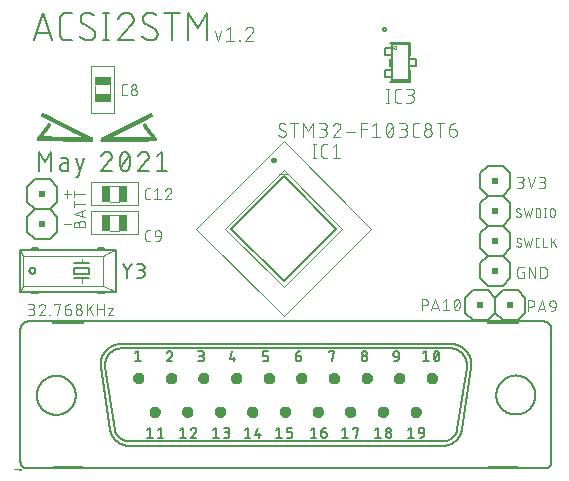
<source format=gto>
G04 EAGLE Gerber RS-274X export*
G75*
%MOMM*%
%FSLAX34Y34*%
%LPD*%
%INSilkscreen Top*%
%IPPOS*%
%AMOC8*
5,1,8,0,0,1.08239X$1,22.5*%
G01*
%ADD10C,0.101600*%
%ADD11C,0.152400*%
%ADD12R,0.032300X0.010781*%
%ADD13R,0.862800X0.010788*%
%ADD14R,0.032400X0.010775*%
%ADD15R,1.682400X0.010775*%
%ADD16R,2.491300X0.010788*%
%ADD17R,1.682500X0.010781*%
%ADD18R,3.300200X0.010781*%
%ADD19R,4.098300X0.010788*%
%ADD20R,3.300100X0.010775*%
%ADD21R,4.572800X0.010775*%
%ADD22R,4.098200X0.010788*%
%ADD23R,4.626700X0.010788*%
%ADD24R,4.572800X0.010781*%
%ADD25R,4.659000X0.010781*%
%ADD26R,4.680600X0.010788*%
%ADD27R,4.659100X0.010781*%
%ADD28R,4.702200X0.010781*%
%ADD29R,4.680700X0.010781*%
%ADD30R,4.713000X0.010781*%
%ADD31R,4.702200X0.010788*%
%ADD32R,4.723800X0.010788*%
%ADD33R,4.745400X0.010781*%
%ADD34R,4.745400X0.010788*%
%ADD35R,4.745400X0.010775*%
%ADD36R,4.756100X0.010775*%
%ADD37R,4.756100X0.010788*%
%ADD38R,4.756200X0.010781*%
%ADD39R,4.756100X0.010781*%
%ADD40R,4.756200X0.010788*%
%ADD41R,4.766900X0.010788*%
%ADD42R,4.756200X0.010775*%
%ADD43R,4.767000X0.010788*%
%ADD44R,4.745300X0.010788*%
%ADD45R,4.745300X0.010781*%
%ADD46R,4.723700X0.010788*%
%ADD47R,4.713000X0.010775*%
%ADD48R,4.691400X0.010781*%
%ADD49R,4.669900X0.010788*%
%ADD50R,4.691500X0.010775*%
%ADD51R,4.648300X0.010775*%
%ADD52R,4.626800X0.010788*%
%ADD53R,4.648300X0.010781*%
%ADD54R,4.594400X0.010781*%
%ADD55R,0.744100X0.010788*%
%ADD56R,3.569800X0.010788*%
%ADD57R,4.594300X0.010781*%
%ADD58R,0.744100X0.010781*%
%ADD59R,2.782500X0.010781*%
%ADD60R,0.744200X0.010788*%
%ADD61R,1.973600X0.010788*%
%ADD62R,2.782500X0.010775*%
%ADD63R,0.744200X0.010775*%
%ADD64R,1.175500X0.010775*%
%ADD65R,1.973700X0.010788*%
%ADD66R,0.409800X0.010788*%
%ADD67R,1.175600X0.010781*%
%ADD68R,0.744200X0.010781*%
%ADD69R,0.420600X0.010781*%
%ADD70R,0.733400X0.010788*%
%ADD71R,0.420600X0.010788*%
%ADD72R,0.420600X0.010775*%
%ADD73R,0.744100X0.010775*%
%ADD74R,0.733400X0.010775*%
%ADD75R,0.733400X0.010781*%
%ADD76R,0.733300X0.010781*%
%ADD77R,0.733300X0.010788*%
%ADD78R,0.420700X0.010788*%
%ADD79R,0.733300X0.010775*%
%ADD80R,0.409800X0.010775*%
%ADD81R,0.409800X0.010781*%
%ADD82R,0.420700X0.010781*%
%ADD83R,0.420700X0.010775*%
%ADD84R,0.409900X0.010788*%
%ADD85R,0.409900X0.010781*%
%ADD86R,0.409900X0.010775*%
%ADD87R,0.399000X0.010781*%
%ADD88R,0.388200X0.010788*%
%ADD89R,0.399000X0.010775*%
%ADD90R,0.388300X0.010788*%
%ADD91R,0.399100X0.010781*%
%ADD92R,0.377400X0.010781*%
%ADD93R,0.366700X0.010788*%
%ADD94R,0.377500X0.010775*%
%ADD95R,0.366700X0.010775*%
%ADD96R,0.355900X0.010788*%
%ADD97R,0.366700X0.010781*%
%ADD98R,0.345100X0.010781*%
%ADD99R,0.334300X0.010788*%
%ADD100R,0.323500X0.010781*%
%ADD101R,0.312700X0.010788*%
%ADD102R,0.323500X0.010775*%
%ADD103R,0.301900X0.010775*%
%ADD104R,0.312800X0.010788*%
%ADD105R,0.280400X0.010788*%
%ADD106R,0.302000X0.010781*%
%ADD107R,0.269600X0.010781*%
%ADD108R,0.248100X0.010788*%
%ADD109R,0.269600X0.010775*%
%ADD110R,0.226500X0.010775*%
%ADD111R,0.248000X0.010788*%
%ADD112R,0.204900X0.010788*%
%ADD113R,0.226400X0.010781*%
%ADD114R,0.172500X0.010781*%
%ADD115R,0.129500X0.010788*%
%ADD116R,0.172600X0.010781*%
%ADD117R,0.064700X0.010781*%
%ADD118R,0.129400X0.010788*%
%ADD119R,0.064700X0.010775*%
%ADD120R,0.722600X0.010781*%
%ADD121R,0.722600X0.010788*%
%ADD122R,0.722600X0.010775*%
%ADD123R,0.711800X0.010775*%
%ADD124R,0.701000X0.010788*%
%ADD125R,0.711800X0.010781*%
%ADD126R,0.690200X0.010781*%
%ADD127R,0.668700X0.010788*%
%ADD128R,0.690200X0.010775*%
%ADD129R,0.657900X0.010775*%
%ADD130R,0.668600X0.010788*%
%ADD131R,0.647100X0.010788*%
%ADD132R,0.657900X0.010781*%
%ADD133R,0.625600X0.010781*%
%ADD134R,0.604000X0.010788*%
%ADD135R,0.625500X0.010781*%
%ADD136R,0.582400X0.010781*%
%ADD137R,0.571600X0.010788*%
%ADD138R,0.582400X0.010775*%
%ADD139R,0.550000X0.010775*%
%ADD140R,0.528400X0.010788*%
%ADD141R,0.550100X0.010781*%
%ADD142R,0.506900X0.010781*%
%ADD143R,0.528500X0.010788*%
%ADD144R,0.485300X0.010788*%
%ADD145R,0.506900X0.010775*%
%ADD146R,0.453000X0.010775*%
%ADD147R,0.431400X0.010788*%
%ADD148R,0.453000X0.010781*%
%ADD149R,0.377500X0.010788*%
%ADD150R,0.355900X0.010781*%
%ADD151R,0.377500X0.010781*%
%ADD152R,0.323600X0.010781*%
%ADD153R,0.302000X0.010788*%
%ADD154R,0.237300X0.010788*%
%ADD155R,0.204900X0.010775*%
%ADD156R,0.161800X0.010788*%
%ADD157R,0.204900X0.010781*%
%ADD158R,0.107900X0.010781*%
%ADD159R,0.107800X0.010775*%
%ADD160C,0.000000*%
%ADD161C,0.076200*%
%ADD162C,0.203200*%
%ADD163C,0.050000*%
%ADD164C,0.100000*%
%ADD165C,0.200000*%
%ADD166C,0.250000*%
%ADD167C,0.406400*%
%ADD168C,0.127000*%
%ADD169C,0.050800*%
%ADD170R,1.450100X0.750100*%
%ADD171R,0.508000X0.508000*%
%ADD172R,0.750100X1.450100*%


D10*
X254626Y274709D02*
X254626Y263025D01*
X253328Y263025D02*
X255924Y263025D01*
X255924Y274709D02*
X253328Y274709D01*
X263088Y263025D02*
X265684Y263025D01*
X263088Y263025D02*
X262989Y263027D01*
X262889Y263033D01*
X262790Y263042D01*
X262692Y263055D01*
X262594Y263072D01*
X262496Y263093D01*
X262400Y263118D01*
X262305Y263146D01*
X262211Y263178D01*
X262118Y263213D01*
X262026Y263252D01*
X261936Y263295D01*
X261848Y263340D01*
X261761Y263390D01*
X261677Y263442D01*
X261594Y263498D01*
X261514Y263556D01*
X261436Y263618D01*
X261361Y263683D01*
X261288Y263751D01*
X261218Y263821D01*
X261150Y263894D01*
X261085Y263969D01*
X261023Y264047D01*
X260965Y264127D01*
X260909Y264210D01*
X260857Y264294D01*
X260807Y264381D01*
X260762Y264469D01*
X260719Y264559D01*
X260680Y264651D01*
X260645Y264744D01*
X260613Y264838D01*
X260585Y264933D01*
X260560Y265029D01*
X260539Y265127D01*
X260522Y265225D01*
X260509Y265323D01*
X260500Y265422D01*
X260494Y265522D01*
X260492Y265621D01*
X260491Y265621D02*
X260491Y272112D01*
X260492Y272112D02*
X260494Y272211D01*
X260500Y272311D01*
X260509Y272410D01*
X260522Y272508D01*
X260539Y272606D01*
X260560Y272704D01*
X260585Y272800D01*
X260613Y272895D01*
X260645Y272989D01*
X260680Y273082D01*
X260719Y273174D01*
X260762Y273264D01*
X260807Y273352D01*
X260857Y273439D01*
X260909Y273523D01*
X260965Y273606D01*
X261023Y273686D01*
X261085Y273764D01*
X261150Y273839D01*
X261218Y273912D01*
X261288Y273982D01*
X261361Y274050D01*
X261436Y274115D01*
X261514Y274177D01*
X261594Y274235D01*
X261677Y274291D01*
X261761Y274343D01*
X261848Y274393D01*
X261936Y274438D01*
X262026Y274481D01*
X262118Y274520D01*
X262210Y274555D01*
X262305Y274587D01*
X262400Y274615D01*
X262496Y274640D01*
X262594Y274661D01*
X262692Y274678D01*
X262790Y274691D01*
X262889Y274700D01*
X262989Y274706D01*
X263088Y274708D01*
X263088Y274709D02*
X265684Y274709D01*
X270050Y272112D02*
X273295Y274709D01*
X273295Y263025D01*
X270050Y263025D02*
X276541Y263025D01*
X230498Y283536D02*
X230496Y283437D01*
X230490Y283337D01*
X230481Y283238D01*
X230468Y283140D01*
X230451Y283042D01*
X230430Y282944D01*
X230405Y282848D01*
X230377Y282753D01*
X230345Y282659D01*
X230310Y282566D01*
X230271Y282474D01*
X230228Y282384D01*
X230183Y282296D01*
X230133Y282209D01*
X230081Y282125D01*
X230025Y282042D01*
X229967Y281962D01*
X229905Y281884D01*
X229840Y281809D01*
X229772Y281736D01*
X229702Y281666D01*
X229629Y281598D01*
X229554Y281533D01*
X229476Y281471D01*
X229396Y281413D01*
X229313Y281357D01*
X229229Y281305D01*
X229142Y281255D01*
X229054Y281210D01*
X228964Y281167D01*
X228872Y281128D01*
X228779Y281093D01*
X228685Y281061D01*
X228590Y281033D01*
X228494Y281008D01*
X228396Y280987D01*
X228298Y280970D01*
X228200Y280957D01*
X228101Y280948D01*
X228001Y280942D01*
X227902Y280940D01*
X227902Y280939D02*
X227758Y280941D01*
X227613Y280947D01*
X227469Y280956D01*
X227326Y280969D01*
X227182Y280986D01*
X227039Y281007D01*
X226897Y281032D01*
X226756Y281060D01*
X226615Y281092D01*
X226475Y281128D01*
X226336Y281167D01*
X226198Y281210D01*
X226062Y281257D01*
X225926Y281307D01*
X225792Y281361D01*
X225660Y281418D01*
X225529Y281479D01*
X225400Y281543D01*
X225272Y281611D01*
X225146Y281681D01*
X225022Y281756D01*
X224901Y281833D01*
X224781Y281914D01*
X224663Y281997D01*
X224548Y282084D01*
X224435Y282174D01*
X224324Y282267D01*
X224216Y282362D01*
X224110Y282461D01*
X224007Y282562D01*
X224332Y290027D02*
X224334Y290126D01*
X224340Y290226D01*
X224349Y290325D01*
X224362Y290423D01*
X224379Y290521D01*
X224400Y290619D01*
X224425Y290715D01*
X224453Y290810D01*
X224485Y290904D01*
X224520Y290997D01*
X224559Y291089D01*
X224602Y291179D01*
X224647Y291267D01*
X224697Y291354D01*
X224749Y291438D01*
X224805Y291521D01*
X224863Y291601D01*
X224925Y291679D01*
X224990Y291754D01*
X225058Y291827D01*
X225128Y291897D01*
X225201Y291965D01*
X225276Y292030D01*
X225354Y292092D01*
X225434Y292150D01*
X225517Y292206D01*
X225601Y292258D01*
X225688Y292308D01*
X225776Y292353D01*
X225866Y292396D01*
X225958Y292435D01*
X226051Y292470D01*
X226145Y292502D01*
X226240Y292530D01*
X226337Y292555D01*
X226434Y292576D01*
X226532Y292593D01*
X226630Y292606D01*
X226729Y292615D01*
X226829Y292621D01*
X226928Y292623D01*
X227064Y292621D01*
X227200Y292615D01*
X227336Y292606D01*
X227472Y292593D01*
X227607Y292575D01*
X227741Y292555D01*
X227875Y292530D01*
X228009Y292502D01*
X228141Y292469D01*
X228272Y292434D01*
X228403Y292394D01*
X228532Y292351D01*
X228660Y292305D01*
X228786Y292254D01*
X228912Y292201D01*
X229035Y292143D01*
X229157Y292083D01*
X229277Y292019D01*
X229396Y291951D01*
X229512Y291881D01*
X229626Y291807D01*
X229739Y291730D01*
X229849Y291649D01*
X225630Y287755D02*
X225544Y287808D01*
X225460Y287865D01*
X225378Y287924D01*
X225298Y287987D01*
X225221Y288053D01*
X225146Y288121D01*
X225074Y288193D01*
X225005Y288267D01*
X224939Y288344D01*
X224876Y288423D01*
X224816Y288505D01*
X224759Y288589D01*
X224705Y288675D01*
X224655Y288763D01*
X224608Y288853D01*
X224564Y288944D01*
X224525Y289038D01*
X224488Y289132D01*
X224456Y289228D01*
X224427Y289326D01*
X224402Y289424D01*
X224381Y289523D01*
X224363Y289623D01*
X224350Y289723D01*
X224340Y289824D01*
X224334Y289926D01*
X224332Y290027D01*
X229200Y285808D02*
X229286Y285755D01*
X229370Y285698D01*
X229452Y285639D01*
X229532Y285576D01*
X229609Y285510D01*
X229684Y285442D01*
X229756Y285370D01*
X229825Y285296D01*
X229891Y285219D01*
X229954Y285140D01*
X230014Y285058D01*
X230071Y284974D01*
X230125Y284888D01*
X230175Y284800D01*
X230222Y284710D01*
X230266Y284619D01*
X230305Y284525D01*
X230342Y284431D01*
X230374Y284335D01*
X230403Y284237D01*
X230428Y284139D01*
X230449Y284040D01*
X230467Y283940D01*
X230480Y283840D01*
X230490Y283739D01*
X230496Y283637D01*
X230498Y283536D01*
X229200Y285808D02*
X225630Y287755D01*
X237540Y292623D02*
X237540Y280939D01*
X234294Y292623D02*
X240785Y292623D01*
X245456Y292623D02*
X245456Y280939D01*
X249351Y286132D02*
X245456Y292623D01*
X249351Y286132D02*
X253245Y292623D01*
X253245Y280939D01*
X258678Y280939D02*
X261924Y280939D01*
X262037Y280941D01*
X262150Y280947D01*
X262263Y280957D01*
X262376Y280971D01*
X262488Y280988D01*
X262599Y281010D01*
X262709Y281035D01*
X262819Y281065D01*
X262927Y281098D01*
X263034Y281135D01*
X263140Y281175D01*
X263244Y281220D01*
X263347Y281268D01*
X263448Y281319D01*
X263547Y281374D01*
X263644Y281432D01*
X263739Y281494D01*
X263832Y281559D01*
X263922Y281627D01*
X264010Y281698D01*
X264096Y281773D01*
X264179Y281850D01*
X264259Y281930D01*
X264336Y282013D01*
X264411Y282099D01*
X264482Y282187D01*
X264550Y282277D01*
X264615Y282370D01*
X264677Y282465D01*
X264735Y282562D01*
X264790Y282661D01*
X264841Y282762D01*
X264889Y282865D01*
X264934Y282969D01*
X264974Y283075D01*
X265011Y283182D01*
X265044Y283290D01*
X265074Y283400D01*
X265099Y283510D01*
X265121Y283621D01*
X265138Y283733D01*
X265152Y283846D01*
X265162Y283959D01*
X265168Y284072D01*
X265170Y284185D01*
X265168Y284298D01*
X265162Y284411D01*
X265152Y284524D01*
X265138Y284637D01*
X265121Y284749D01*
X265099Y284860D01*
X265074Y284970D01*
X265044Y285080D01*
X265011Y285188D01*
X264974Y285295D01*
X264934Y285401D01*
X264889Y285505D01*
X264841Y285608D01*
X264790Y285709D01*
X264735Y285808D01*
X264677Y285905D01*
X264615Y286000D01*
X264550Y286093D01*
X264482Y286183D01*
X264411Y286271D01*
X264336Y286357D01*
X264259Y286440D01*
X264179Y286520D01*
X264096Y286597D01*
X264010Y286672D01*
X263922Y286743D01*
X263832Y286811D01*
X263739Y286876D01*
X263644Y286938D01*
X263547Y286996D01*
X263448Y287051D01*
X263347Y287102D01*
X263244Y287150D01*
X263140Y287195D01*
X263034Y287235D01*
X262927Y287272D01*
X262819Y287305D01*
X262709Y287335D01*
X262599Y287360D01*
X262488Y287382D01*
X262376Y287399D01*
X262263Y287413D01*
X262150Y287423D01*
X262037Y287429D01*
X261924Y287431D01*
X262573Y292623D02*
X258678Y292623D01*
X262573Y292623D02*
X262674Y292621D01*
X262774Y292615D01*
X262874Y292605D01*
X262974Y292592D01*
X263073Y292574D01*
X263172Y292553D01*
X263269Y292528D01*
X263366Y292499D01*
X263461Y292466D01*
X263555Y292430D01*
X263647Y292390D01*
X263738Y292347D01*
X263827Y292300D01*
X263914Y292250D01*
X264000Y292196D01*
X264083Y292139D01*
X264163Y292079D01*
X264242Y292016D01*
X264318Y291949D01*
X264391Y291880D01*
X264461Y291808D01*
X264529Y291734D01*
X264594Y291657D01*
X264655Y291577D01*
X264714Y291495D01*
X264769Y291411D01*
X264821Y291325D01*
X264870Y291237D01*
X264915Y291147D01*
X264957Y291055D01*
X264995Y290962D01*
X265029Y290867D01*
X265060Y290772D01*
X265087Y290675D01*
X265110Y290577D01*
X265130Y290478D01*
X265145Y290378D01*
X265157Y290278D01*
X265165Y290178D01*
X265169Y290077D01*
X265169Y289977D01*
X265165Y289876D01*
X265157Y289776D01*
X265145Y289676D01*
X265130Y289576D01*
X265110Y289477D01*
X265087Y289379D01*
X265060Y289282D01*
X265029Y289187D01*
X264995Y289092D01*
X264957Y288999D01*
X264915Y288907D01*
X264870Y288817D01*
X264821Y288729D01*
X264769Y288643D01*
X264714Y288559D01*
X264655Y288477D01*
X264594Y288397D01*
X264529Y288320D01*
X264461Y288246D01*
X264391Y288174D01*
X264318Y288105D01*
X264242Y288038D01*
X264163Y287975D01*
X264083Y287915D01*
X264000Y287858D01*
X263914Y287804D01*
X263827Y287754D01*
X263738Y287707D01*
X263647Y287664D01*
X263555Y287624D01*
X263461Y287588D01*
X263366Y287555D01*
X263269Y287526D01*
X263172Y287501D01*
X263073Y287480D01*
X262974Y287462D01*
X262874Y287449D01*
X262774Y287439D01*
X262674Y287433D01*
X262573Y287431D01*
X262573Y287430D02*
X259976Y287430D01*
X273678Y292623D02*
X273785Y292621D01*
X273891Y292615D01*
X273997Y292605D01*
X274103Y292592D01*
X274209Y292574D01*
X274313Y292553D01*
X274417Y292528D01*
X274520Y292499D01*
X274621Y292467D01*
X274721Y292430D01*
X274820Y292390D01*
X274918Y292347D01*
X275014Y292300D01*
X275108Y292249D01*
X275200Y292195D01*
X275290Y292138D01*
X275378Y292078D01*
X275463Y292014D01*
X275546Y291947D01*
X275627Y291877D01*
X275705Y291805D01*
X275781Y291729D01*
X275853Y291651D01*
X275923Y291570D01*
X275990Y291487D01*
X276054Y291402D01*
X276114Y291314D01*
X276171Y291224D01*
X276225Y291132D01*
X276276Y291038D01*
X276323Y290942D01*
X276366Y290844D01*
X276406Y290745D01*
X276443Y290645D01*
X276475Y290544D01*
X276504Y290441D01*
X276529Y290337D01*
X276550Y290233D01*
X276568Y290127D01*
X276581Y290021D01*
X276591Y289915D01*
X276597Y289809D01*
X276599Y289702D01*
X273678Y292624D02*
X273557Y292622D01*
X273436Y292616D01*
X273316Y292606D01*
X273195Y292593D01*
X273076Y292575D01*
X272956Y292554D01*
X272838Y292529D01*
X272721Y292500D01*
X272604Y292467D01*
X272489Y292431D01*
X272375Y292390D01*
X272262Y292347D01*
X272150Y292299D01*
X272041Y292248D01*
X271933Y292193D01*
X271826Y292135D01*
X271722Y292074D01*
X271620Y292009D01*
X271520Y291941D01*
X271422Y291870D01*
X271326Y291796D01*
X271233Y291719D01*
X271143Y291638D01*
X271055Y291555D01*
X270970Y291469D01*
X270887Y291380D01*
X270808Y291289D01*
X270731Y291195D01*
X270658Y291099D01*
X270588Y291001D01*
X270521Y290900D01*
X270457Y290797D01*
X270397Y290692D01*
X270340Y290585D01*
X270286Y290477D01*
X270236Y290367D01*
X270190Y290255D01*
X270147Y290142D01*
X270108Y290027D01*
X275626Y287430D02*
X275705Y287507D01*
X275781Y287588D01*
X275854Y287671D01*
X275924Y287756D01*
X275991Y287844D01*
X276055Y287934D01*
X276115Y288026D01*
X276172Y288121D01*
X276226Y288217D01*
X276277Y288315D01*
X276324Y288415D01*
X276368Y288517D01*
X276408Y288620D01*
X276444Y288724D01*
X276476Y288830D01*
X276505Y288936D01*
X276530Y289044D01*
X276552Y289152D01*
X276569Y289262D01*
X276583Y289371D01*
X276592Y289481D01*
X276598Y289592D01*
X276600Y289702D01*
X275626Y287430D02*
X270108Y280939D01*
X276599Y280939D01*
X281651Y285483D02*
X289440Y285483D01*
X294170Y280974D02*
X294170Y292658D01*
X299363Y292658D01*
X299363Y287465D02*
X294170Y287465D01*
X303673Y290062D02*
X306918Y292658D01*
X306918Y280974D01*
X303673Y280974D02*
X310164Y280974D01*
X315103Y286816D02*
X315106Y287046D01*
X315114Y287276D01*
X315128Y287505D01*
X315147Y287734D01*
X315172Y287963D01*
X315202Y288190D01*
X315237Y288418D01*
X315278Y288644D01*
X315324Y288869D01*
X315376Y289093D01*
X315433Y289315D01*
X315495Y289537D01*
X315563Y289756D01*
X315636Y289974D01*
X315714Y290191D01*
X315797Y290405D01*
X315885Y290617D01*
X315978Y290827D01*
X316077Y291035D01*
X316076Y291036D02*
X316109Y291126D01*
X316145Y291215D01*
X316185Y291303D01*
X316229Y291388D01*
X316276Y291472D01*
X316326Y291554D01*
X316380Y291634D01*
X316436Y291711D01*
X316496Y291787D01*
X316559Y291860D01*
X316624Y291930D01*
X316693Y291998D01*
X316764Y292062D01*
X316837Y292124D01*
X316913Y292183D01*
X316991Y292239D01*
X317072Y292292D01*
X317154Y292341D01*
X317238Y292387D01*
X317325Y292430D01*
X317412Y292469D01*
X317502Y292505D01*
X317592Y292537D01*
X317684Y292565D01*
X317777Y292590D01*
X317871Y292611D01*
X317965Y292628D01*
X318060Y292642D01*
X318156Y292651D01*
X318252Y292657D01*
X318348Y292659D01*
X318444Y292657D01*
X318540Y292651D01*
X318636Y292642D01*
X318731Y292628D01*
X318825Y292611D01*
X318919Y292590D01*
X319012Y292565D01*
X319104Y292537D01*
X319194Y292505D01*
X319284Y292469D01*
X319371Y292430D01*
X319458Y292387D01*
X319542Y292341D01*
X319624Y292292D01*
X319705Y292239D01*
X319783Y292183D01*
X319859Y292124D01*
X319932Y292062D01*
X320003Y291998D01*
X320072Y291930D01*
X320137Y291860D01*
X320200Y291787D01*
X320260Y291711D01*
X320316Y291634D01*
X320370Y291554D01*
X320420Y291472D01*
X320467Y291388D01*
X320511Y291303D01*
X320551Y291215D01*
X320587Y291126D01*
X320620Y291036D01*
X320620Y291035D02*
X320719Y290828D01*
X320812Y290618D01*
X320900Y290405D01*
X320983Y290191D01*
X321061Y289975D01*
X321134Y289757D01*
X321202Y289537D01*
X321264Y289316D01*
X321321Y289093D01*
X321373Y288869D01*
X321419Y288644D01*
X321460Y288418D01*
X321495Y288191D01*
X321525Y287963D01*
X321550Y287734D01*
X321569Y287505D01*
X321583Y287276D01*
X321591Y287046D01*
X321594Y286816D01*
X315102Y286816D02*
X315105Y286586D01*
X315113Y286356D01*
X315127Y286127D01*
X315146Y285898D01*
X315171Y285669D01*
X315201Y285441D01*
X315236Y285214D01*
X315277Y284988D01*
X315323Y284763D01*
X315375Y284539D01*
X315432Y284316D01*
X315494Y284095D01*
X315562Y283875D01*
X315635Y283657D01*
X315713Y283441D01*
X315796Y283227D01*
X315884Y283015D01*
X315977Y282804D01*
X316076Y282597D01*
X316109Y282507D01*
X316145Y282418D01*
X316186Y282330D01*
X316229Y282245D01*
X316276Y282161D01*
X316326Y282079D01*
X316380Y281999D01*
X316436Y281922D01*
X316496Y281846D01*
X316559Y281773D01*
X316624Y281703D01*
X316693Y281635D01*
X316764Y281571D01*
X316837Y281509D01*
X316913Y281450D01*
X316991Y281394D01*
X317072Y281341D01*
X317154Y281292D01*
X317238Y281246D01*
X317325Y281203D01*
X317412Y281164D01*
X317502Y281128D01*
X317592Y281096D01*
X317684Y281068D01*
X317777Y281043D01*
X317871Y281022D01*
X317965Y281005D01*
X318060Y280991D01*
X318156Y280982D01*
X318252Y280976D01*
X318348Y280974D01*
X320620Y282597D02*
X320719Y282804D01*
X320812Y283015D01*
X320900Y283227D01*
X320983Y283441D01*
X321061Y283657D01*
X321134Y283875D01*
X321202Y284095D01*
X321264Y284316D01*
X321321Y284539D01*
X321373Y284763D01*
X321419Y284988D01*
X321460Y285214D01*
X321495Y285441D01*
X321525Y285669D01*
X321550Y285898D01*
X321569Y286127D01*
X321583Y286356D01*
X321591Y286586D01*
X321594Y286816D01*
X320620Y282597D02*
X320587Y282507D01*
X320551Y282418D01*
X320511Y282330D01*
X320467Y282245D01*
X320420Y282161D01*
X320370Y282079D01*
X320316Y281999D01*
X320260Y281922D01*
X320200Y281846D01*
X320137Y281773D01*
X320072Y281703D01*
X320003Y281635D01*
X319932Y281571D01*
X319859Y281509D01*
X319783Y281450D01*
X319705Y281394D01*
X319624Y281341D01*
X319542Y281292D01*
X319458Y281246D01*
X319371Y281203D01*
X319284Y281164D01*
X319194Y281128D01*
X319104Y281096D01*
X319012Y281068D01*
X318919Y281043D01*
X318825Y281022D01*
X318731Y281005D01*
X318636Y280991D01*
X318540Y280982D01*
X318444Y280976D01*
X318348Y280974D01*
X315752Y283571D02*
X320945Y290062D01*
X326533Y280974D02*
X329778Y280974D01*
X329891Y280976D01*
X330004Y280982D01*
X330117Y280992D01*
X330230Y281006D01*
X330342Y281023D01*
X330453Y281045D01*
X330563Y281070D01*
X330673Y281100D01*
X330781Y281133D01*
X330888Y281170D01*
X330994Y281210D01*
X331098Y281255D01*
X331201Y281303D01*
X331302Y281354D01*
X331401Y281409D01*
X331498Y281467D01*
X331593Y281529D01*
X331686Y281594D01*
X331776Y281662D01*
X331864Y281733D01*
X331950Y281808D01*
X332033Y281885D01*
X332113Y281965D01*
X332190Y282048D01*
X332265Y282134D01*
X332336Y282222D01*
X332404Y282312D01*
X332469Y282405D01*
X332531Y282500D01*
X332589Y282597D01*
X332644Y282696D01*
X332695Y282797D01*
X332743Y282900D01*
X332788Y283004D01*
X332828Y283110D01*
X332865Y283217D01*
X332898Y283325D01*
X332928Y283435D01*
X332953Y283545D01*
X332975Y283656D01*
X332992Y283768D01*
X333006Y283881D01*
X333016Y283994D01*
X333022Y284107D01*
X333024Y284220D01*
X333022Y284333D01*
X333016Y284446D01*
X333006Y284559D01*
X332992Y284672D01*
X332975Y284784D01*
X332953Y284895D01*
X332928Y285005D01*
X332898Y285115D01*
X332865Y285223D01*
X332828Y285330D01*
X332788Y285436D01*
X332743Y285540D01*
X332695Y285643D01*
X332644Y285744D01*
X332589Y285843D01*
X332531Y285940D01*
X332469Y286035D01*
X332404Y286128D01*
X332336Y286218D01*
X332265Y286306D01*
X332190Y286392D01*
X332113Y286475D01*
X332033Y286555D01*
X331950Y286632D01*
X331864Y286707D01*
X331776Y286778D01*
X331686Y286846D01*
X331593Y286911D01*
X331498Y286973D01*
X331401Y287031D01*
X331302Y287086D01*
X331201Y287137D01*
X331098Y287185D01*
X330994Y287230D01*
X330888Y287270D01*
X330781Y287307D01*
X330673Y287340D01*
X330563Y287370D01*
X330453Y287395D01*
X330342Y287417D01*
X330230Y287434D01*
X330117Y287448D01*
X330004Y287458D01*
X329891Y287464D01*
X329778Y287466D01*
X330427Y292658D02*
X326533Y292658D01*
X330427Y292658D02*
X330528Y292656D01*
X330628Y292650D01*
X330728Y292640D01*
X330828Y292627D01*
X330927Y292609D01*
X331026Y292588D01*
X331123Y292563D01*
X331220Y292534D01*
X331315Y292501D01*
X331409Y292465D01*
X331501Y292425D01*
X331592Y292382D01*
X331681Y292335D01*
X331768Y292285D01*
X331854Y292231D01*
X331937Y292174D01*
X332017Y292114D01*
X332096Y292051D01*
X332172Y291984D01*
X332245Y291915D01*
X332315Y291843D01*
X332383Y291769D01*
X332448Y291692D01*
X332509Y291612D01*
X332568Y291530D01*
X332623Y291446D01*
X332675Y291360D01*
X332724Y291272D01*
X332769Y291182D01*
X332811Y291090D01*
X332849Y290997D01*
X332883Y290902D01*
X332914Y290807D01*
X332941Y290710D01*
X332964Y290612D01*
X332984Y290513D01*
X332999Y290413D01*
X333011Y290313D01*
X333019Y290213D01*
X333023Y290112D01*
X333023Y290012D01*
X333019Y289911D01*
X333011Y289811D01*
X332999Y289711D01*
X332984Y289611D01*
X332964Y289512D01*
X332941Y289414D01*
X332914Y289317D01*
X332883Y289222D01*
X332849Y289127D01*
X332811Y289034D01*
X332769Y288942D01*
X332724Y288852D01*
X332675Y288764D01*
X332623Y288678D01*
X332568Y288594D01*
X332509Y288512D01*
X332448Y288432D01*
X332383Y288355D01*
X332315Y288281D01*
X332245Y288209D01*
X332172Y288140D01*
X332096Y288073D01*
X332017Y288010D01*
X331937Y287950D01*
X331854Y287893D01*
X331768Y287839D01*
X331681Y287789D01*
X331592Y287742D01*
X331501Y287699D01*
X331409Y287659D01*
X331315Y287623D01*
X331220Y287590D01*
X331123Y287561D01*
X331026Y287536D01*
X330927Y287515D01*
X330828Y287497D01*
X330728Y287484D01*
X330628Y287474D01*
X330528Y287468D01*
X330427Y287466D01*
X330427Y287465D02*
X327831Y287465D01*
X340526Y280974D02*
X343122Y280974D01*
X340526Y280975D02*
X340427Y280977D01*
X340327Y280983D01*
X340228Y280992D01*
X340130Y281005D01*
X340032Y281022D01*
X339934Y281043D01*
X339838Y281068D01*
X339743Y281096D01*
X339649Y281128D01*
X339556Y281163D01*
X339464Y281202D01*
X339374Y281245D01*
X339286Y281290D01*
X339199Y281340D01*
X339115Y281392D01*
X339032Y281448D01*
X338952Y281506D01*
X338874Y281568D01*
X338799Y281633D01*
X338726Y281701D01*
X338656Y281771D01*
X338588Y281844D01*
X338523Y281919D01*
X338461Y281997D01*
X338403Y282077D01*
X338347Y282160D01*
X338295Y282244D01*
X338245Y282331D01*
X338200Y282419D01*
X338157Y282509D01*
X338118Y282601D01*
X338083Y282694D01*
X338051Y282788D01*
X338023Y282883D01*
X337998Y282979D01*
X337977Y283077D01*
X337960Y283175D01*
X337947Y283273D01*
X337938Y283372D01*
X337932Y283472D01*
X337930Y283571D01*
X337930Y290062D01*
X337932Y290161D01*
X337938Y290261D01*
X337947Y290360D01*
X337960Y290458D01*
X337977Y290556D01*
X337998Y290654D01*
X338023Y290750D01*
X338051Y290845D01*
X338083Y290939D01*
X338118Y291032D01*
X338157Y291124D01*
X338200Y291214D01*
X338245Y291302D01*
X338295Y291389D01*
X338347Y291473D01*
X338403Y291556D01*
X338461Y291636D01*
X338523Y291714D01*
X338588Y291789D01*
X338656Y291862D01*
X338726Y291932D01*
X338799Y292000D01*
X338874Y292065D01*
X338952Y292127D01*
X339032Y292185D01*
X339115Y292241D01*
X339199Y292293D01*
X339286Y292343D01*
X339374Y292388D01*
X339464Y292431D01*
X339556Y292470D01*
X339648Y292505D01*
X339743Y292537D01*
X339838Y292565D01*
X339934Y292590D01*
X340032Y292611D01*
X340130Y292628D01*
X340228Y292641D01*
X340327Y292650D01*
X340427Y292656D01*
X340526Y292658D01*
X343122Y292658D01*
X347487Y284220D02*
X347489Y284333D01*
X347495Y284446D01*
X347505Y284559D01*
X347519Y284672D01*
X347536Y284784D01*
X347558Y284895D01*
X347583Y285005D01*
X347613Y285115D01*
X347646Y285223D01*
X347683Y285330D01*
X347723Y285436D01*
X347768Y285540D01*
X347816Y285643D01*
X347867Y285744D01*
X347922Y285843D01*
X347980Y285940D01*
X348042Y286035D01*
X348107Y286128D01*
X348175Y286218D01*
X348246Y286306D01*
X348321Y286392D01*
X348398Y286475D01*
X348478Y286555D01*
X348561Y286632D01*
X348647Y286707D01*
X348735Y286778D01*
X348825Y286846D01*
X348918Y286911D01*
X349013Y286973D01*
X349110Y287031D01*
X349209Y287086D01*
X349310Y287137D01*
X349413Y287185D01*
X349517Y287230D01*
X349623Y287270D01*
X349730Y287307D01*
X349838Y287340D01*
X349948Y287370D01*
X350058Y287395D01*
X350169Y287417D01*
X350281Y287434D01*
X350394Y287448D01*
X350507Y287458D01*
X350620Y287464D01*
X350733Y287466D01*
X350846Y287464D01*
X350959Y287458D01*
X351072Y287448D01*
X351185Y287434D01*
X351297Y287417D01*
X351408Y287395D01*
X351518Y287370D01*
X351628Y287340D01*
X351736Y287307D01*
X351843Y287270D01*
X351949Y287230D01*
X352053Y287185D01*
X352156Y287137D01*
X352257Y287086D01*
X352356Y287031D01*
X352453Y286973D01*
X352548Y286911D01*
X352641Y286846D01*
X352731Y286778D01*
X352819Y286707D01*
X352905Y286632D01*
X352988Y286555D01*
X353068Y286475D01*
X353145Y286392D01*
X353220Y286306D01*
X353291Y286218D01*
X353359Y286128D01*
X353424Y286035D01*
X353486Y285940D01*
X353544Y285843D01*
X353599Y285744D01*
X353650Y285643D01*
X353698Y285540D01*
X353743Y285436D01*
X353783Y285330D01*
X353820Y285223D01*
X353853Y285115D01*
X353883Y285005D01*
X353908Y284895D01*
X353930Y284784D01*
X353947Y284672D01*
X353961Y284559D01*
X353971Y284446D01*
X353977Y284333D01*
X353979Y284220D01*
X353977Y284107D01*
X353971Y283994D01*
X353961Y283881D01*
X353947Y283768D01*
X353930Y283656D01*
X353908Y283545D01*
X353883Y283435D01*
X353853Y283325D01*
X353820Y283217D01*
X353783Y283110D01*
X353743Y283004D01*
X353698Y282900D01*
X353650Y282797D01*
X353599Y282696D01*
X353544Y282597D01*
X353486Y282500D01*
X353424Y282405D01*
X353359Y282312D01*
X353291Y282222D01*
X353220Y282134D01*
X353145Y282048D01*
X353068Y281965D01*
X352988Y281885D01*
X352905Y281808D01*
X352819Y281733D01*
X352731Y281662D01*
X352641Y281594D01*
X352548Y281529D01*
X352453Y281467D01*
X352356Y281409D01*
X352257Y281354D01*
X352156Y281303D01*
X352053Y281255D01*
X351949Y281210D01*
X351843Y281170D01*
X351736Y281133D01*
X351628Y281100D01*
X351518Y281070D01*
X351408Y281045D01*
X351297Y281023D01*
X351185Y281006D01*
X351072Y280992D01*
X350959Y280982D01*
X350846Y280976D01*
X350733Y280974D01*
X350620Y280976D01*
X350507Y280982D01*
X350394Y280992D01*
X350281Y281006D01*
X350169Y281023D01*
X350058Y281045D01*
X349948Y281070D01*
X349838Y281100D01*
X349730Y281133D01*
X349623Y281170D01*
X349517Y281210D01*
X349413Y281255D01*
X349310Y281303D01*
X349209Y281354D01*
X349110Y281409D01*
X349013Y281467D01*
X348918Y281529D01*
X348825Y281594D01*
X348735Y281662D01*
X348647Y281733D01*
X348561Y281808D01*
X348478Y281885D01*
X348398Y281965D01*
X348321Y282048D01*
X348246Y282134D01*
X348175Y282222D01*
X348107Y282312D01*
X348042Y282405D01*
X347980Y282500D01*
X347922Y282597D01*
X347867Y282696D01*
X347816Y282797D01*
X347768Y282900D01*
X347723Y283004D01*
X347683Y283110D01*
X347646Y283217D01*
X347613Y283325D01*
X347583Y283435D01*
X347558Y283545D01*
X347536Y283656D01*
X347519Y283768D01*
X347505Y283881D01*
X347495Y283994D01*
X347489Y284107D01*
X347487Y284220D01*
X348137Y290062D02*
X348139Y290163D01*
X348145Y290263D01*
X348155Y290363D01*
X348168Y290463D01*
X348186Y290562D01*
X348207Y290661D01*
X348232Y290758D01*
X348261Y290855D01*
X348294Y290950D01*
X348330Y291044D01*
X348370Y291136D01*
X348413Y291227D01*
X348460Y291316D01*
X348510Y291403D01*
X348564Y291489D01*
X348621Y291572D01*
X348681Y291652D01*
X348744Y291731D01*
X348811Y291807D01*
X348880Y291880D01*
X348952Y291950D01*
X349026Y292018D01*
X349103Y292083D01*
X349183Y292144D01*
X349265Y292203D01*
X349349Y292258D01*
X349435Y292310D01*
X349523Y292359D01*
X349613Y292404D01*
X349705Y292446D01*
X349798Y292484D01*
X349893Y292518D01*
X349988Y292549D01*
X350085Y292576D01*
X350183Y292599D01*
X350282Y292619D01*
X350382Y292634D01*
X350482Y292646D01*
X350582Y292654D01*
X350683Y292658D01*
X350783Y292658D01*
X350884Y292654D01*
X350984Y292646D01*
X351084Y292634D01*
X351184Y292619D01*
X351283Y292599D01*
X351381Y292576D01*
X351478Y292549D01*
X351573Y292518D01*
X351668Y292484D01*
X351761Y292446D01*
X351853Y292404D01*
X351943Y292359D01*
X352031Y292310D01*
X352117Y292258D01*
X352201Y292203D01*
X352283Y292144D01*
X352363Y292083D01*
X352440Y292018D01*
X352514Y291950D01*
X352586Y291880D01*
X352655Y291807D01*
X352722Y291731D01*
X352785Y291652D01*
X352845Y291572D01*
X352902Y291489D01*
X352956Y291403D01*
X353006Y291316D01*
X353053Y291227D01*
X353096Y291136D01*
X353136Y291044D01*
X353172Y290950D01*
X353205Y290855D01*
X353234Y290758D01*
X353259Y290661D01*
X353280Y290562D01*
X353298Y290463D01*
X353311Y290363D01*
X353321Y290263D01*
X353327Y290163D01*
X353329Y290062D01*
X353327Y289961D01*
X353321Y289861D01*
X353311Y289761D01*
X353298Y289661D01*
X353280Y289562D01*
X353259Y289463D01*
X353234Y289366D01*
X353205Y289269D01*
X353172Y289174D01*
X353136Y289080D01*
X353096Y288988D01*
X353053Y288897D01*
X353006Y288808D01*
X352956Y288721D01*
X352902Y288635D01*
X352845Y288552D01*
X352785Y288472D01*
X352722Y288393D01*
X352655Y288317D01*
X352586Y288244D01*
X352514Y288174D01*
X352440Y288106D01*
X352363Y288041D01*
X352283Y287980D01*
X352201Y287921D01*
X352117Y287866D01*
X352031Y287814D01*
X351943Y287765D01*
X351853Y287720D01*
X351761Y287678D01*
X351668Y287640D01*
X351573Y287606D01*
X351478Y287575D01*
X351381Y287548D01*
X351283Y287525D01*
X351184Y287505D01*
X351084Y287490D01*
X350984Y287478D01*
X350884Y287470D01*
X350783Y287466D01*
X350683Y287466D01*
X350582Y287470D01*
X350482Y287478D01*
X350382Y287490D01*
X350282Y287505D01*
X350183Y287525D01*
X350085Y287548D01*
X349988Y287575D01*
X349893Y287606D01*
X349798Y287640D01*
X349705Y287678D01*
X349613Y287720D01*
X349523Y287765D01*
X349435Y287814D01*
X349349Y287866D01*
X349265Y287921D01*
X349183Y287980D01*
X349103Y288041D01*
X349026Y288106D01*
X348952Y288174D01*
X348880Y288244D01*
X348811Y288317D01*
X348744Y288393D01*
X348681Y288472D01*
X348621Y288552D01*
X348564Y288635D01*
X348510Y288721D01*
X348460Y288808D01*
X348413Y288897D01*
X348370Y288988D01*
X348330Y289080D01*
X348294Y289174D01*
X348261Y289269D01*
X348232Y289366D01*
X348207Y289463D01*
X348186Y289562D01*
X348168Y289661D01*
X348155Y289761D01*
X348145Y289861D01*
X348139Y289961D01*
X348137Y290062D01*
X361401Y292658D02*
X361401Y280974D01*
X358156Y292658D02*
X364647Y292658D01*
X368824Y287465D02*
X372718Y287465D01*
X372817Y287463D01*
X372917Y287457D01*
X373016Y287448D01*
X373114Y287435D01*
X373212Y287418D01*
X373310Y287397D01*
X373406Y287372D01*
X373501Y287344D01*
X373595Y287312D01*
X373688Y287277D01*
X373780Y287238D01*
X373870Y287195D01*
X373958Y287150D01*
X374045Y287100D01*
X374129Y287048D01*
X374212Y286992D01*
X374292Y286934D01*
X374370Y286872D01*
X374445Y286807D01*
X374518Y286739D01*
X374588Y286669D01*
X374656Y286596D01*
X374721Y286521D01*
X374783Y286443D01*
X374841Y286363D01*
X374897Y286280D01*
X374949Y286196D01*
X374999Y286109D01*
X375044Y286021D01*
X375087Y285931D01*
X375126Y285839D01*
X375161Y285746D01*
X375193Y285652D01*
X375221Y285557D01*
X375246Y285461D01*
X375267Y285363D01*
X375284Y285265D01*
X375297Y285167D01*
X375306Y285068D01*
X375312Y284968D01*
X375314Y284869D01*
X375315Y284869D02*
X375315Y284220D01*
X375313Y284107D01*
X375307Y283994D01*
X375297Y283881D01*
X375283Y283768D01*
X375266Y283656D01*
X375244Y283545D01*
X375219Y283435D01*
X375189Y283325D01*
X375156Y283217D01*
X375119Y283110D01*
X375079Y283004D01*
X375034Y282900D01*
X374986Y282797D01*
X374935Y282696D01*
X374880Y282597D01*
X374822Y282500D01*
X374760Y282405D01*
X374695Y282312D01*
X374627Y282222D01*
X374556Y282134D01*
X374481Y282048D01*
X374404Y281965D01*
X374324Y281885D01*
X374241Y281808D01*
X374155Y281733D01*
X374067Y281662D01*
X373977Y281594D01*
X373884Y281529D01*
X373789Y281467D01*
X373692Y281409D01*
X373593Y281354D01*
X373492Y281303D01*
X373389Y281255D01*
X373285Y281210D01*
X373179Y281170D01*
X373072Y281133D01*
X372964Y281100D01*
X372854Y281070D01*
X372744Y281045D01*
X372633Y281023D01*
X372521Y281006D01*
X372408Y280992D01*
X372295Y280982D01*
X372182Y280976D01*
X372069Y280974D01*
X371956Y280976D01*
X371843Y280982D01*
X371730Y280992D01*
X371617Y281006D01*
X371505Y281023D01*
X371394Y281045D01*
X371284Y281070D01*
X371174Y281100D01*
X371066Y281133D01*
X370959Y281170D01*
X370853Y281210D01*
X370749Y281255D01*
X370646Y281303D01*
X370545Y281354D01*
X370446Y281409D01*
X370349Y281467D01*
X370254Y281529D01*
X370161Y281594D01*
X370071Y281662D01*
X369983Y281733D01*
X369897Y281808D01*
X369814Y281885D01*
X369734Y281965D01*
X369657Y282048D01*
X369582Y282134D01*
X369511Y282222D01*
X369443Y282312D01*
X369378Y282405D01*
X369316Y282500D01*
X369258Y282597D01*
X369203Y282696D01*
X369152Y282797D01*
X369104Y282900D01*
X369059Y283004D01*
X369019Y283110D01*
X368982Y283217D01*
X368949Y283325D01*
X368919Y283435D01*
X368894Y283545D01*
X368872Y283656D01*
X368855Y283768D01*
X368841Y283881D01*
X368831Y283994D01*
X368825Y284107D01*
X368823Y284220D01*
X368824Y284220D02*
X368824Y287465D01*
X368826Y287608D01*
X368832Y287751D01*
X368842Y287894D01*
X368856Y288036D01*
X368873Y288178D01*
X368895Y288320D01*
X368920Y288461D01*
X368950Y288601D01*
X368983Y288740D01*
X369020Y288878D01*
X369061Y289015D01*
X369105Y289151D01*
X369154Y289286D01*
X369206Y289419D01*
X369261Y289551D01*
X369321Y289681D01*
X369384Y289810D01*
X369450Y289937D01*
X369520Y290061D01*
X369593Y290184D01*
X369670Y290305D01*
X369750Y290424D01*
X369833Y290540D01*
X369919Y290655D01*
X370008Y290766D01*
X370101Y290876D01*
X370196Y290982D01*
X370295Y291086D01*
X370396Y291187D01*
X370500Y291286D01*
X370606Y291381D01*
X370716Y291474D01*
X370827Y291563D01*
X370942Y291649D01*
X371058Y291732D01*
X371177Y291812D01*
X371298Y291889D01*
X371420Y291962D01*
X371545Y292032D01*
X371672Y292098D01*
X371801Y292161D01*
X371931Y292221D01*
X372063Y292276D01*
X372196Y292328D01*
X372331Y292377D01*
X372467Y292421D01*
X372604Y292462D01*
X372742Y292499D01*
X372881Y292532D01*
X373021Y292562D01*
X373162Y292587D01*
X373304Y292609D01*
X373446Y292626D01*
X373588Y292640D01*
X373731Y292650D01*
X373874Y292656D01*
X374017Y292658D01*
D11*
X21148Y268418D02*
X21148Y252162D01*
X26566Y259387D02*
X21148Y268418D01*
X26566Y259387D02*
X31985Y268418D01*
X31985Y252162D01*
X42194Y258484D02*
X46258Y258484D01*
X42194Y258484D02*
X42082Y258482D01*
X41971Y258476D01*
X41860Y258466D01*
X41749Y258453D01*
X41639Y258435D01*
X41530Y258413D01*
X41421Y258388D01*
X41313Y258359D01*
X41207Y258326D01*
X41101Y258289D01*
X40997Y258249D01*
X40895Y258205D01*
X40794Y258157D01*
X40695Y258106D01*
X40597Y258051D01*
X40502Y257993D01*
X40409Y257932D01*
X40318Y257867D01*
X40229Y257799D01*
X40143Y257728D01*
X40060Y257655D01*
X39979Y257578D01*
X39900Y257498D01*
X39825Y257416D01*
X39753Y257331D01*
X39683Y257244D01*
X39617Y257154D01*
X39554Y257062D01*
X39494Y256967D01*
X39438Y256871D01*
X39385Y256773D01*
X39336Y256673D01*
X39290Y256571D01*
X39248Y256468D01*
X39209Y256363D01*
X39174Y256257D01*
X39143Y256150D01*
X39116Y256042D01*
X39092Y255933D01*
X39073Y255823D01*
X39057Y255713D01*
X39045Y255602D01*
X39037Y255490D01*
X39033Y255379D01*
X39033Y255267D01*
X39037Y255156D01*
X39045Y255044D01*
X39057Y254933D01*
X39073Y254823D01*
X39092Y254713D01*
X39116Y254604D01*
X39143Y254496D01*
X39174Y254389D01*
X39209Y254283D01*
X39248Y254178D01*
X39290Y254075D01*
X39336Y253973D01*
X39385Y253873D01*
X39438Y253775D01*
X39494Y253679D01*
X39554Y253584D01*
X39617Y253492D01*
X39683Y253402D01*
X39753Y253315D01*
X39825Y253230D01*
X39900Y253148D01*
X39979Y253068D01*
X40060Y252991D01*
X40143Y252918D01*
X40229Y252847D01*
X40318Y252779D01*
X40409Y252714D01*
X40502Y252653D01*
X40597Y252595D01*
X40695Y252540D01*
X40794Y252489D01*
X40895Y252441D01*
X40997Y252397D01*
X41101Y252357D01*
X41207Y252320D01*
X41313Y252287D01*
X41421Y252258D01*
X41530Y252233D01*
X41639Y252211D01*
X41749Y252193D01*
X41860Y252180D01*
X41971Y252170D01*
X42082Y252164D01*
X42194Y252162D01*
X46258Y252162D01*
X46258Y260290D01*
X46257Y260290D02*
X46255Y260391D01*
X46249Y260492D01*
X46240Y260593D01*
X46227Y260694D01*
X46210Y260794D01*
X46189Y260893D01*
X46165Y260991D01*
X46137Y261088D01*
X46105Y261185D01*
X46070Y261280D01*
X46031Y261373D01*
X45989Y261465D01*
X45943Y261556D01*
X45894Y261645D01*
X45842Y261731D01*
X45786Y261816D01*
X45728Y261899D01*
X45666Y261979D01*
X45601Y262057D01*
X45534Y262133D01*
X45464Y262206D01*
X45391Y262276D01*
X45315Y262343D01*
X45237Y262408D01*
X45157Y262470D01*
X45074Y262528D01*
X44989Y262584D01*
X44903Y262636D01*
X44814Y262685D01*
X44723Y262731D01*
X44631Y262773D01*
X44538Y262812D01*
X44443Y262847D01*
X44346Y262879D01*
X44249Y262907D01*
X44151Y262931D01*
X44052Y262952D01*
X43952Y262969D01*
X43851Y262982D01*
X43750Y262991D01*
X43649Y262997D01*
X43548Y262999D01*
X39936Y262999D01*
X52653Y246743D02*
X54459Y246743D01*
X59878Y262999D01*
X52653Y262999D02*
X56266Y252162D01*
X79122Y268418D02*
X79247Y268416D01*
X79372Y268410D01*
X79497Y268401D01*
X79621Y268387D01*
X79745Y268370D01*
X79869Y268349D01*
X79991Y268324D01*
X80113Y268295D01*
X80234Y268263D01*
X80354Y268227D01*
X80473Y268187D01*
X80590Y268144D01*
X80706Y268097D01*
X80821Y268046D01*
X80933Y267992D01*
X81045Y267934D01*
X81154Y267874D01*
X81261Y267809D01*
X81367Y267742D01*
X81470Y267671D01*
X81571Y267597D01*
X81670Y267520D01*
X81766Y267440D01*
X81860Y267357D01*
X81951Y267272D01*
X82040Y267183D01*
X82125Y267092D01*
X82208Y266998D01*
X82288Y266902D01*
X82365Y266803D01*
X82439Y266702D01*
X82510Y266599D01*
X82577Y266493D01*
X82642Y266386D01*
X82702Y266277D01*
X82760Y266165D01*
X82814Y266053D01*
X82865Y265938D01*
X82912Y265822D01*
X82955Y265705D01*
X82995Y265586D01*
X83031Y265466D01*
X83063Y265345D01*
X83092Y265223D01*
X83117Y265101D01*
X83138Y264977D01*
X83155Y264853D01*
X83169Y264729D01*
X83178Y264604D01*
X83184Y264479D01*
X83186Y264354D01*
X79122Y268418D02*
X78979Y268416D01*
X78837Y268410D01*
X78694Y268400D01*
X78552Y268387D01*
X78411Y268369D01*
X78269Y268348D01*
X78129Y268323D01*
X77989Y268294D01*
X77850Y268261D01*
X77712Y268224D01*
X77575Y268184D01*
X77440Y268140D01*
X77305Y268092D01*
X77172Y268040D01*
X77040Y267985D01*
X76910Y267926D01*
X76782Y267864D01*
X76655Y267798D01*
X76530Y267729D01*
X76407Y267657D01*
X76287Y267581D01*
X76168Y267502D01*
X76051Y267419D01*
X75937Y267334D01*
X75825Y267245D01*
X75716Y267154D01*
X75609Y267059D01*
X75504Y266962D01*
X75403Y266861D01*
X75304Y266758D01*
X75208Y266653D01*
X75115Y266544D01*
X75025Y266433D01*
X74938Y266320D01*
X74854Y266205D01*
X74774Y266087D01*
X74696Y265967D01*
X74622Y265845D01*
X74552Y265721D01*
X74484Y265595D01*
X74421Y265467D01*
X74360Y265338D01*
X74303Y265207D01*
X74250Y265075D01*
X74201Y264941D01*
X74155Y264806D01*
X81831Y261193D02*
X81925Y261285D01*
X82015Y261379D01*
X82103Y261476D01*
X82188Y261576D01*
X82270Y261678D01*
X82349Y261783D01*
X82424Y261890D01*
X82496Y261999D01*
X82565Y262110D01*
X82631Y262224D01*
X82693Y262339D01*
X82752Y262456D01*
X82807Y262575D01*
X82858Y262695D01*
X82906Y262817D01*
X82951Y262940D01*
X82991Y263064D01*
X83028Y263190D01*
X83061Y263317D01*
X83090Y263444D01*
X83116Y263573D01*
X83137Y263702D01*
X83155Y263832D01*
X83168Y263962D01*
X83178Y264092D01*
X83184Y264223D01*
X83186Y264354D01*
X81831Y261193D02*
X74155Y252162D01*
X83186Y252162D01*
X89786Y260290D02*
X89790Y260610D01*
X89801Y260929D01*
X89820Y261249D01*
X89847Y261567D01*
X89881Y261885D01*
X89923Y262202D01*
X89973Y262518D01*
X90030Y262833D01*
X90094Y263146D01*
X90166Y263458D01*
X90245Y263768D01*
X90332Y264075D01*
X90426Y264381D01*
X90527Y264684D01*
X90636Y264985D01*
X90751Y265283D01*
X90874Y265579D01*
X91004Y265871D01*
X91141Y266160D01*
X91141Y266161D02*
X91180Y266269D01*
X91223Y266376D01*
X91269Y266481D01*
X91320Y266585D01*
X91373Y266687D01*
X91430Y266787D01*
X91491Y266885D01*
X91555Y266980D01*
X91622Y267074D01*
X91693Y267165D01*
X91766Y267254D01*
X91843Y267340D01*
X91922Y267423D01*
X92004Y267504D01*
X92089Y267582D01*
X92177Y267656D01*
X92267Y267728D01*
X92359Y267796D01*
X92454Y267862D01*
X92551Y267924D01*
X92650Y267982D01*
X92752Y268038D01*
X92854Y268089D01*
X92959Y268137D01*
X93065Y268182D01*
X93173Y268223D01*
X93282Y268260D01*
X93392Y268293D01*
X93504Y268322D01*
X93616Y268348D01*
X93729Y268370D01*
X93843Y268387D01*
X93957Y268401D01*
X94072Y268411D01*
X94187Y268417D01*
X94302Y268419D01*
X94417Y268417D01*
X94532Y268411D01*
X94647Y268401D01*
X94761Y268387D01*
X94875Y268370D01*
X94988Y268348D01*
X95100Y268322D01*
X95212Y268293D01*
X95322Y268260D01*
X95431Y268223D01*
X95539Y268182D01*
X95645Y268137D01*
X95750Y268089D01*
X95852Y268038D01*
X95953Y267982D01*
X96053Y267924D01*
X96150Y267862D01*
X96244Y267797D01*
X96337Y267728D01*
X96427Y267656D01*
X96515Y267582D01*
X96600Y267504D01*
X96682Y267423D01*
X96761Y267340D01*
X96838Y267254D01*
X96911Y267165D01*
X96982Y267074D01*
X97049Y266980D01*
X97113Y266885D01*
X97174Y266787D01*
X97231Y266687D01*
X97284Y266585D01*
X97335Y266481D01*
X97381Y266376D01*
X97424Y266269D01*
X97463Y266161D01*
X97462Y266160D02*
X97599Y265871D01*
X97729Y265579D01*
X97852Y265283D01*
X97967Y264985D01*
X98076Y264684D01*
X98177Y264381D01*
X98271Y264075D01*
X98358Y263768D01*
X98437Y263458D01*
X98509Y263146D01*
X98573Y262833D01*
X98630Y262518D01*
X98680Y262202D01*
X98722Y261885D01*
X98756Y261567D01*
X98783Y261249D01*
X98802Y260929D01*
X98813Y260610D01*
X98817Y260290D01*
X89786Y260290D02*
X89790Y259970D01*
X89801Y259651D01*
X89820Y259331D01*
X89847Y259013D01*
X89881Y258695D01*
X89923Y258378D01*
X89973Y258062D01*
X90030Y257747D01*
X90094Y257434D01*
X90166Y257122D01*
X90245Y256812D01*
X90332Y256505D01*
X90426Y256199D01*
X90527Y255896D01*
X90636Y255595D01*
X90751Y255297D01*
X90874Y255001D01*
X91004Y254709D01*
X91141Y254420D01*
X91180Y254312D01*
X91223Y254205D01*
X91269Y254100D01*
X91320Y253996D01*
X91373Y253894D01*
X91430Y253794D01*
X91491Y253696D01*
X91555Y253601D01*
X91622Y253507D01*
X91693Y253416D01*
X91766Y253327D01*
X91843Y253241D01*
X91922Y253158D01*
X92004Y253077D01*
X92089Y252999D01*
X92177Y252925D01*
X92267Y252853D01*
X92360Y252784D01*
X92454Y252719D01*
X92551Y252657D01*
X92651Y252599D01*
X92752Y252543D01*
X92854Y252492D01*
X92959Y252444D01*
X93065Y252399D01*
X93173Y252358D01*
X93282Y252321D01*
X93392Y252288D01*
X93504Y252259D01*
X93616Y252233D01*
X93729Y252211D01*
X93843Y252194D01*
X93957Y252180D01*
X94072Y252170D01*
X94187Y252164D01*
X94302Y252162D01*
X97462Y254420D02*
X97599Y254709D01*
X97729Y255001D01*
X97852Y255297D01*
X97967Y255595D01*
X98076Y255896D01*
X98177Y256199D01*
X98271Y256505D01*
X98358Y256812D01*
X98437Y257122D01*
X98509Y257434D01*
X98573Y257747D01*
X98630Y258062D01*
X98680Y258378D01*
X98722Y258695D01*
X98756Y259013D01*
X98783Y259331D01*
X98802Y259651D01*
X98813Y259970D01*
X98817Y260290D01*
X97463Y254420D02*
X97424Y254312D01*
X97381Y254205D01*
X97335Y254100D01*
X97284Y253996D01*
X97231Y253894D01*
X97174Y253794D01*
X97113Y253696D01*
X97049Y253601D01*
X96982Y253507D01*
X96911Y253416D01*
X96838Y253327D01*
X96761Y253241D01*
X96682Y253158D01*
X96600Y253077D01*
X96515Y252999D01*
X96427Y252925D01*
X96337Y252853D01*
X96244Y252784D01*
X96150Y252719D01*
X96053Y252657D01*
X95953Y252599D01*
X95852Y252543D01*
X95749Y252492D01*
X95645Y252444D01*
X95539Y252399D01*
X95431Y252358D01*
X95322Y252321D01*
X95212Y252288D01*
X95100Y252259D01*
X94988Y252233D01*
X94875Y252211D01*
X94761Y252194D01*
X94647Y252180D01*
X94532Y252170D01*
X94417Y252164D01*
X94302Y252162D01*
X90689Y255774D02*
X97914Y264806D01*
X110384Y268418D02*
X110509Y268416D01*
X110634Y268410D01*
X110759Y268401D01*
X110883Y268387D01*
X111007Y268370D01*
X111131Y268349D01*
X111253Y268324D01*
X111375Y268295D01*
X111496Y268263D01*
X111616Y268227D01*
X111735Y268187D01*
X111852Y268144D01*
X111968Y268097D01*
X112083Y268046D01*
X112195Y267992D01*
X112307Y267934D01*
X112416Y267874D01*
X112523Y267809D01*
X112629Y267742D01*
X112732Y267671D01*
X112833Y267597D01*
X112932Y267520D01*
X113028Y267440D01*
X113122Y267357D01*
X113213Y267272D01*
X113302Y267183D01*
X113387Y267092D01*
X113470Y266998D01*
X113550Y266902D01*
X113627Y266803D01*
X113701Y266702D01*
X113772Y266599D01*
X113839Y266493D01*
X113904Y266386D01*
X113964Y266277D01*
X114022Y266165D01*
X114076Y266053D01*
X114127Y265938D01*
X114174Y265822D01*
X114217Y265705D01*
X114257Y265586D01*
X114293Y265466D01*
X114325Y265345D01*
X114354Y265223D01*
X114379Y265101D01*
X114400Y264977D01*
X114417Y264853D01*
X114431Y264729D01*
X114440Y264604D01*
X114446Y264479D01*
X114448Y264354D01*
X110384Y268418D02*
X110241Y268416D01*
X110099Y268410D01*
X109956Y268400D01*
X109814Y268387D01*
X109673Y268369D01*
X109531Y268348D01*
X109391Y268323D01*
X109251Y268294D01*
X109112Y268261D01*
X108974Y268224D01*
X108837Y268184D01*
X108702Y268140D01*
X108567Y268092D01*
X108434Y268040D01*
X108302Y267985D01*
X108172Y267926D01*
X108044Y267864D01*
X107917Y267798D01*
X107792Y267729D01*
X107669Y267657D01*
X107549Y267581D01*
X107430Y267502D01*
X107313Y267419D01*
X107199Y267334D01*
X107087Y267245D01*
X106978Y267154D01*
X106871Y267059D01*
X106766Y266962D01*
X106665Y266861D01*
X106566Y266758D01*
X106470Y266653D01*
X106377Y266544D01*
X106287Y266433D01*
X106200Y266320D01*
X106116Y266205D01*
X106036Y266087D01*
X105958Y265967D01*
X105884Y265845D01*
X105814Y265721D01*
X105746Y265595D01*
X105683Y265467D01*
X105622Y265338D01*
X105565Y265207D01*
X105512Y265075D01*
X105463Y264941D01*
X105417Y264806D01*
X113093Y261193D02*
X113187Y261285D01*
X113277Y261379D01*
X113365Y261476D01*
X113450Y261576D01*
X113532Y261678D01*
X113611Y261783D01*
X113686Y261890D01*
X113758Y261999D01*
X113827Y262110D01*
X113893Y262224D01*
X113955Y262339D01*
X114014Y262456D01*
X114069Y262575D01*
X114120Y262695D01*
X114168Y262817D01*
X114213Y262940D01*
X114253Y263064D01*
X114290Y263190D01*
X114323Y263317D01*
X114352Y263444D01*
X114378Y263573D01*
X114399Y263702D01*
X114417Y263832D01*
X114430Y263962D01*
X114440Y264092D01*
X114446Y264223D01*
X114448Y264354D01*
X113094Y261193D02*
X105417Y252162D01*
X114448Y252162D01*
X121049Y264806D02*
X125564Y268418D01*
X125564Y252162D01*
X121049Y252162D02*
X130080Y252162D01*
D12*
X75391Y276442D03*
D13*
X79111Y276549D03*
D14*
X65684Y276657D03*
D15*
X82886Y276657D03*
D13*
X61963Y276765D03*
D16*
X86823Y276765D03*
D17*
X58189Y276873D03*
D18*
X90651Y276873D03*
D16*
X54253Y276981D03*
D19*
X94534Y276981D03*
D20*
X50424Y277089D03*
D21*
X96799Y277089D03*
D22*
X46541Y277196D03*
D23*
X97069Y277196D03*
D24*
X44276Y277304D03*
D25*
X97122Y277304D03*
D23*
X44007Y277412D03*
D26*
X97230Y277412D03*
D27*
X43953Y277520D03*
D28*
X97230Y277520D03*
D29*
X43845Y277628D03*
D30*
X97284Y277628D03*
D31*
X43845Y277736D03*
D32*
X97338Y277736D03*
D30*
X43791Y277844D03*
D33*
X97338Y277844D03*
D32*
X43737Y277951D03*
D34*
X97338Y277951D03*
D35*
X43737Y278059D03*
D36*
X97392Y278059D03*
D34*
X43737Y278167D03*
D37*
X97392Y278167D03*
D38*
X43683Y278275D03*
D39*
X97392Y278275D03*
D40*
X43683Y278383D03*
D41*
X97446Y278383D03*
D42*
X43683Y278491D03*
D36*
X97500Y278491D03*
D43*
X43629Y278598D03*
D37*
X97500Y278598D03*
D38*
X43575Y278706D03*
D39*
X97500Y278706D03*
D40*
X43575Y278814D03*
D44*
X97554Y278814D03*
D38*
X43575Y278922D03*
D45*
X97554Y278922D03*
D34*
X43521Y279030D03*
D46*
X97554Y279030D03*
D35*
X43521Y279138D03*
D47*
X97607Y279138D03*
D32*
X43521Y279246D03*
D31*
X97661Y279246D03*
D30*
X43467Y279353D03*
D48*
X97715Y279353D03*
D31*
X43413Y279461D03*
D49*
X97716Y279461D03*
D50*
X43360Y279569D03*
D51*
X97716Y279569D03*
D49*
X43360Y279677D03*
D52*
X97823Y279677D03*
D53*
X43360Y279785D03*
D54*
X97877Y279785D03*
D23*
X43252Y279893D03*
D55*
X78842Y279893D03*
D56*
X102892Y279893D03*
D57*
X43198Y280001D03*
D58*
X79058Y280001D03*
D59*
X106829Y280001D03*
D56*
X38183Y280108D03*
D60*
X62233Y280108D03*
X79273Y280108D03*
D61*
X110765Y280108D03*
D62*
X34247Y280216D03*
D63*
X62017Y280216D03*
X79489Y280216D03*
D64*
X114648Y280216D03*
D65*
X30310Y280324D03*
D55*
X61802Y280324D03*
X79705Y280324D03*
D66*
X118368Y280324D03*
D67*
X26427Y280432D03*
D68*
X61586Y280432D03*
X79920Y280432D03*
D69*
X118314Y280432D03*
D66*
X22706Y280540D03*
D60*
X61370Y280540D03*
D70*
X80082Y280540D03*
D71*
X118207Y280540D03*
D72*
X22760Y280648D03*
D73*
X61155Y280648D03*
D74*
X80298Y280648D03*
D72*
X118099Y280648D03*
D71*
X22868Y280755D03*
D70*
X60993Y280755D03*
X80513Y280755D03*
D66*
X118045Y280755D03*
D69*
X22976Y280863D03*
D75*
X60777Y280863D03*
X80729Y280863D03*
D69*
X117991Y280863D03*
D66*
X23030Y280971D03*
D70*
X60561Y280971D03*
X80945Y280971D03*
D71*
X117883Y280971D03*
D69*
X23084Y281079D03*
D76*
X60346Y281079D03*
X81161Y281079D03*
D69*
X117775Y281079D03*
D71*
X23192Y281187D03*
D70*
X60130Y281187D03*
X81376Y281187D03*
D66*
X117721Y281187D03*
D72*
X23299Y281295D03*
D74*
X59914Y281295D03*
X81592Y281295D03*
D72*
X117667Y281295D03*
D66*
X23353Y281403D03*
D77*
X59699Y281403D03*
X81808Y281403D03*
D78*
X117560Y281403D03*
D69*
X23407Y281510D03*
D75*
X59483Y281510D03*
X82023Y281510D03*
D69*
X117452Y281510D03*
D71*
X23515Y281618D03*
D70*
X59267Y281618D03*
X82239Y281618D03*
D66*
X117398Y281618D03*
D72*
X23623Y281726D03*
D79*
X59052Y281726D03*
X82455Y281726D03*
D80*
X117290Y281726D03*
D66*
X23677Y281834D03*
D70*
X58836Y281834D03*
X82670Y281834D03*
D71*
X117236Y281834D03*
D81*
X23785Y281942D03*
D75*
X58620Y281942D03*
X82886Y281942D03*
D69*
X117128Y281942D03*
D71*
X23839Y282050D03*
D70*
X58404Y282050D03*
X83102Y282050D03*
D71*
X117020Y282050D03*
D82*
X23947Y282158D03*
D76*
X58189Y282158D03*
X83318Y282158D03*
D81*
X116966Y282158D03*
D71*
X24054Y282265D03*
D70*
X57973Y282265D03*
X83533Y282265D03*
D71*
X116912Y282265D03*
D80*
X24108Y282373D03*
D74*
X57757Y282373D03*
X83749Y282373D03*
D83*
X116805Y282373D03*
D71*
X24162Y282481D03*
D77*
X57542Y282481D03*
X83965Y282481D03*
D71*
X116697Y282481D03*
D69*
X24270Y282589D03*
D75*
X57326Y282589D03*
X84180Y282589D03*
D81*
X116643Y282589D03*
D71*
X24378Y282697D03*
D70*
X57110Y282697D03*
X84396Y282697D03*
D71*
X116589Y282697D03*
D80*
X24432Y282805D03*
D79*
X56895Y282805D03*
X84612Y282805D03*
D72*
X116481Y282805D03*
D69*
X24486Y282912D03*
D75*
X56679Y282912D03*
X84827Y282912D03*
D69*
X116373Y282912D03*
D71*
X24594Y283020D03*
D70*
X56463Y283020D03*
X85043Y283020D03*
D66*
X116319Y283020D03*
D83*
X24702Y283128D03*
D74*
X56247Y283128D03*
X85259Y283128D03*
D72*
X116265Y283128D03*
D84*
X24756Y283236D03*
D77*
X56032Y283236D03*
X85475Y283236D03*
D71*
X116157Y283236D03*
D69*
X24809Y283344D03*
D75*
X55816Y283344D03*
X85690Y283344D03*
D69*
X116050Y283344D03*
D71*
X24917Y283452D03*
D70*
X55600Y283452D03*
X85906Y283452D03*
D66*
X115996Y283452D03*
D69*
X25025Y283560D03*
D76*
X55385Y283560D03*
X86122Y283560D03*
D69*
X115942Y283560D03*
D66*
X25079Y283667D03*
D70*
X55169Y283667D03*
X86337Y283667D03*
D71*
X115834Y283667D03*
D72*
X25133Y283775D03*
D74*
X54953Y283775D03*
X86553Y283775D03*
D72*
X115726Y283775D03*
D71*
X25241Y283883D03*
D77*
X54738Y283883D03*
X86769Y283883D03*
D66*
X115672Y283883D03*
D69*
X25349Y283991D03*
D75*
X54522Y283991D03*
X86984Y283991D03*
D81*
X115564Y283991D03*
D84*
X25403Y284099D03*
D70*
X54306Y284099D03*
X87200Y284099D03*
D71*
X115510Y284099D03*
D80*
X25510Y284207D03*
D74*
X54090Y284207D03*
X87416Y284207D03*
D83*
X115403Y284207D03*
D71*
X25564Y284314D03*
D70*
X53875Y284314D03*
D77*
X87632Y284314D03*
D71*
X115295Y284314D03*
D69*
X25672Y284422D03*
D75*
X53659Y284422D03*
X87847Y284422D03*
D81*
X115241Y284422D03*
D71*
X25780Y284530D03*
D70*
X53443Y284530D03*
X88063Y284530D03*
D71*
X115187Y284530D03*
D81*
X25834Y284638D03*
D76*
X53228Y284638D03*
X88279Y284638D03*
D69*
X115079Y284638D03*
D71*
X25888Y284746D03*
D70*
X53012Y284746D03*
X88494Y284746D03*
D71*
X114971Y284746D03*
D72*
X25996Y284854D03*
D74*
X52796Y284854D03*
X88710Y284854D03*
D80*
X114917Y284854D03*
D78*
X26104Y284962D03*
D77*
X52581Y284962D03*
X88926Y284962D03*
D71*
X114863Y284962D03*
D85*
X26158Y285069D03*
D75*
X52365Y285069D03*
X89141Y285069D03*
D69*
X114755Y285069D03*
D71*
X26211Y285177D03*
D70*
X52149Y285177D03*
X89357Y285177D03*
D78*
X114648Y285177D03*
D72*
X26319Y285285D03*
D74*
X51933Y285285D03*
X89573Y285285D03*
D86*
X114594Y285285D03*
D71*
X26427Y285393D03*
D70*
X51718Y285393D03*
X89788Y285393D03*
D71*
X114540Y285393D03*
D81*
X26481Y285501D03*
D75*
X51502Y285501D03*
X90004Y285501D03*
D69*
X114432Y285501D03*
D71*
X26535Y285609D03*
D70*
X51286Y285609D03*
X90220Y285609D03*
D71*
X114324Y285609D03*
D69*
X26643Y285717D03*
D76*
X51071Y285717D03*
X90436Y285717D03*
D81*
X114270Y285717D03*
D71*
X26751Y285824D03*
D70*
X50855Y285824D03*
X90651Y285824D03*
D71*
X114216Y285824D03*
D86*
X26805Y285932D03*
D74*
X50639Y285932D03*
X90867Y285932D03*
D72*
X114108Y285932D03*
D78*
X26859Y286040D03*
D77*
X50424Y286040D03*
X91083Y286040D03*
D78*
X114001Y286040D03*
D69*
X26966Y286148D03*
D75*
X50208Y286148D03*
X91298Y286148D03*
D85*
X113947Y286148D03*
D71*
X27074Y286256D03*
D70*
X49992Y286256D03*
X91514Y286256D03*
D66*
X113839Y286256D03*
D80*
X27128Y286364D03*
D79*
X49777Y286364D03*
D74*
X91730Y286364D03*
D72*
X113785Y286364D03*
D66*
X27236Y286471D03*
D70*
X49561Y286471D03*
X91945Y286471D03*
D71*
X113677Y286471D03*
D69*
X27290Y286579D03*
D75*
X49345Y286579D03*
X92161Y286579D03*
D81*
X113623Y286579D03*
D71*
X27398Y286687D03*
D70*
X49129Y286687D03*
X92377Y286687D03*
D66*
X113515Y286687D03*
D85*
X27452Y286795D03*
D76*
X48914Y286795D03*
X92593Y286795D03*
D69*
X113461Y286795D03*
D84*
X27560Y286903D03*
D70*
X48698Y286903D03*
X92808Y286903D03*
D71*
X113353Y286903D03*
D72*
X27613Y287011D03*
D74*
X48482Y287011D03*
X93024Y287011D03*
D83*
X113246Y287011D03*
D71*
X27721Y287119D03*
D77*
X48267Y287119D03*
X93240Y287119D03*
D84*
X113192Y287119D03*
D69*
X27829Y287226D03*
D75*
X48051Y287226D03*
X93455Y287226D03*
D69*
X113138Y287226D03*
D66*
X27883Y287334D03*
D70*
X47835Y287334D03*
X93671Y287334D03*
D71*
X113030Y287334D03*
D72*
X27937Y287442D03*
D79*
X47620Y287442D03*
X93887Y287442D03*
D72*
X112922Y287442D03*
D71*
X28045Y287550D03*
D70*
X47404Y287550D03*
D55*
X94049Y287550D03*
D66*
X112868Y287550D03*
D69*
X28153Y287658D03*
D75*
X47188Y287658D03*
D68*
X94264Y287658D03*
D69*
X112814Y287658D03*
D84*
X28207Y287766D03*
D60*
X47026Y287766D03*
X94480Y287766D03*
D71*
X112706Y287766D03*
D82*
X28261Y287874D03*
D58*
X46811Y287874D03*
X94696Y287874D03*
D69*
X112598Y287874D03*
D71*
X28368Y287981D03*
D60*
X46595Y287981D03*
X94911Y287981D03*
D84*
X112545Y287981D03*
D72*
X28476Y288089D03*
D63*
X46379Y288089D03*
X95127Y288089D03*
D72*
X112491Y288089D03*
D66*
X28530Y288197D03*
D55*
X46164Y288197D03*
X95343Y288197D03*
D71*
X112383Y288197D03*
D69*
X28584Y288305D03*
D68*
X45948Y288305D03*
X95558Y288305D03*
D69*
X112275Y288305D03*
D72*
X28692Y288413D03*
D63*
X45732Y288413D03*
X95774Y288413D03*
D80*
X112221Y288413D03*
D71*
X28800Y288521D03*
D55*
X45517Y288521D03*
X95990Y288521D03*
D71*
X112167Y288521D03*
D81*
X28854Y288628D03*
D58*
X45301Y288628D03*
X96206Y288628D03*
D69*
X112059Y288628D03*
D71*
X28908Y288736D03*
D60*
X45085Y288736D03*
X96421Y288736D03*
D71*
X111951Y288736D03*
D72*
X29015Y288844D03*
D63*
X44869Y288844D03*
X96637Y288844D03*
D86*
X111898Y288844D03*
D71*
X29123Y288952D03*
D55*
X44654Y288952D03*
X96853Y288952D03*
D84*
X111790Y288952D03*
D81*
X29177Y289060D03*
D68*
X44438Y289060D03*
X97068Y289060D03*
D85*
X111790Y289060D03*
D66*
X29285Y289168D03*
D60*
X44222Y289168D03*
X97284Y289168D03*
D66*
X111682Y289168D03*
D81*
X29285Y289276D03*
D58*
X44007Y289276D03*
X97500Y289276D03*
D87*
X111628Y289276D03*
D66*
X29393Y289383D03*
D60*
X43791Y289383D03*
X97715Y289383D03*
D88*
X111574Y289383D03*
D89*
X29447Y289491D03*
D63*
X43575Y289491D03*
X97931Y289491D03*
D89*
X111520Y289491D03*
D90*
X29501Y289599D03*
D55*
X43360Y289599D03*
X98147Y289599D03*
D88*
X111466Y289599D03*
D91*
X29555Y289707D03*
D58*
X43144Y289707D03*
X98363Y289707D03*
D92*
X111412Y289707D03*
D90*
X29609Y289815D03*
D60*
X42928Y289815D03*
X98578Y289815D03*
D93*
X111359Y289815D03*
D94*
X29663Y289923D03*
D63*
X42712Y289923D03*
X98794Y289923D03*
D95*
X111359Y289923D03*
D93*
X29717Y290030D03*
D55*
X42497Y290030D03*
X99010Y290030D03*
D96*
X111305Y290030D03*
D97*
X29717Y290138D03*
D68*
X42281Y290138D03*
X99225Y290138D03*
D98*
X111251Y290138D03*
D96*
X29771Y290246D03*
D60*
X42065Y290246D03*
X99441Y290246D03*
D99*
X111197Y290246D03*
D98*
X29825Y290354D03*
D58*
X41850Y290354D03*
X99657Y290354D03*
D100*
X111251Y290354D03*
D99*
X29879Y290462D03*
D60*
X41634Y290462D03*
X99872Y290462D03*
D101*
X111197Y290462D03*
D102*
X29825Y290570D03*
D63*
X41418Y290570D03*
X100088Y290570D03*
D103*
X111143Y290570D03*
D104*
X29878Y290678D03*
D55*
X41203Y290678D03*
X100304Y290678D03*
D105*
X111142Y290678D03*
D106*
X29932Y290785D03*
D58*
X40987Y290785D03*
X100520Y290785D03*
D107*
X111196Y290785D03*
D105*
X29932Y290893D03*
D60*
X40771Y290893D03*
X100735Y290893D03*
D108*
X111089Y290893D03*
D109*
X29878Y291001D03*
D63*
X40555Y291001D03*
X100951Y291001D03*
D110*
X111089Y291001D03*
D111*
X29986Y291109D03*
D55*
X40340Y291109D03*
X101167Y291109D03*
D112*
X111089Y291109D03*
D113*
X29986Y291217D03*
D68*
X40124Y291217D03*
X101382Y291217D03*
D114*
X111143Y291217D03*
D112*
X29987Y291325D03*
D60*
X39908Y291325D03*
X101598Y291325D03*
D115*
X111143Y291325D03*
D116*
X29932Y291433D03*
D58*
X39693Y291433D03*
X101814Y291433D03*
D117*
X111143Y291433D03*
D118*
X29932Y291540D03*
D60*
X39477Y291540D03*
X102029Y291540D03*
D119*
X29933Y291648D03*
D63*
X39261Y291648D03*
X102245Y291648D03*
D55*
X39046Y291756D03*
X102461Y291756D03*
D58*
X38830Y291864D03*
X102677Y291864D03*
D60*
X38614Y291972D03*
X102892Y291972D03*
D73*
X38399Y292080D03*
D63*
X103108Y292080D03*
D55*
X38183Y292187D03*
X103324Y292187D03*
D68*
X37967Y292295D03*
X103539Y292295D03*
D60*
X37751Y292403D03*
X103755Y292403D03*
D58*
X37536Y292511D03*
X103971Y292511D03*
D60*
X37320Y292619D03*
X104186Y292619D03*
D63*
X37104Y292727D03*
X104402Y292727D03*
D55*
X36889Y292835D03*
X104618Y292835D03*
D68*
X36673Y292942D03*
D58*
X104834Y292942D03*
D60*
X36457Y293050D03*
X105049Y293050D03*
D73*
X36242Y293158D03*
X105265Y293158D03*
D55*
X36026Y293266D03*
D77*
X105427Y293266D03*
D68*
X35810Y293374D03*
D75*
X105642Y293374D03*
D70*
X35648Y293482D03*
X105858Y293482D03*
D76*
X35433Y293590D03*
X106074Y293590D03*
D70*
X35217Y293697D03*
X106289Y293697D03*
D74*
X35001Y293805D03*
X106505Y293805D03*
D75*
X34785Y293913D03*
X106721Y293913D03*
D70*
X34570Y294021D03*
X106936Y294021D03*
D74*
X34354Y294129D03*
X107152Y294129D03*
D70*
X34138Y294237D03*
X107368Y294237D03*
D76*
X33923Y294344D03*
X107584Y294344D03*
D70*
X33707Y294452D03*
X107799Y294452D03*
D74*
X33491Y294560D03*
X108015Y294560D03*
D77*
X33276Y294668D03*
X108231Y294668D03*
D75*
X33060Y294776D03*
X108446Y294776D03*
D70*
X32844Y294884D03*
X108662Y294884D03*
D76*
X32629Y294992D03*
X108878Y294992D03*
D70*
X32413Y295099D03*
X109093Y295099D03*
D74*
X32197Y295207D03*
X109309Y295207D03*
D70*
X31981Y295315D03*
X109525Y295315D03*
D76*
X31766Y295423D03*
X109741Y295423D03*
D70*
X31550Y295531D03*
X109956Y295531D03*
D74*
X31334Y295639D03*
X110172Y295639D03*
D77*
X31119Y295746D03*
X110388Y295746D03*
D75*
X30903Y295854D03*
X110603Y295854D03*
D70*
X30687Y295962D03*
X110819Y295962D03*
D76*
X30472Y296070D03*
X111035Y296070D03*
D70*
X30256Y296178D03*
X111250Y296178D03*
D74*
X30040Y296286D03*
X111466Y296286D03*
D70*
X29824Y296394D03*
X111682Y296394D03*
D76*
X29609Y296501D03*
X111898Y296501D03*
D70*
X29393Y296609D03*
X112113Y296609D03*
D74*
X29177Y296717D03*
X112329Y296717D03*
D77*
X28962Y296825D03*
X112545Y296825D03*
D75*
X28746Y296933D03*
X112760Y296933D03*
D70*
X28530Y297041D03*
X112976Y297041D03*
D76*
X28315Y297149D03*
D120*
X113138Y297149D03*
D70*
X28099Y297256D03*
D121*
X113353Y297256D03*
D122*
X27937Y297364D03*
D123*
X113515Y297364D03*
D121*
X27721Y297472D03*
D124*
X113677Y297472D03*
D125*
X27559Y297580D03*
D126*
X113839Y297580D03*
D124*
X27398Y297688D03*
D127*
X113947Y297688D03*
D128*
X27236Y297796D03*
D129*
X114109Y297796D03*
D130*
X27128Y297903D03*
D131*
X114271Y297903D03*
D132*
X26967Y298011D03*
D133*
X114378Y298011D03*
D131*
X26805Y298119D03*
D134*
X114486Y298119D03*
D135*
X26697Y298227D03*
D136*
X114594Y298227D03*
D134*
X26589Y298335D03*
D137*
X114755Y298335D03*
D138*
X26481Y298443D03*
D139*
X114863Y298443D03*
D137*
X26319Y298551D03*
D140*
X114971Y298551D03*
D141*
X26212Y298658D03*
D142*
X115079Y298658D03*
D143*
X26104Y298766D03*
D144*
X115187Y298766D03*
D145*
X25996Y298874D03*
D146*
X115241Y298874D03*
D144*
X25888Y298982D03*
D147*
X115349Y298982D03*
D148*
X25834Y299090D03*
D85*
X115457Y299090D03*
D147*
X25726Y299198D03*
D149*
X115511Y299198D03*
D81*
X25618Y299306D03*
D150*
X115619Y299306D03*
D151*
X25565Y299413D03*
D152*
X115672Y299413D03*
D96*
X25457Y299521D03*
D153*
X115780Y299521D03*
D100*
X25403Y299629D03*
D107*
X115834Y299629D03*
D153*
X25295Y299737D03*
D154*
X115888Y299737D03*
D109*
X25241Y299845D03*
D155*
X115942Y299845D03*
D154*
X25187Y299953D03*
D156*
X115942Y299953D03*
D157*
X25133Y300060D03*
D158*
X115996Y300060D03*
D156*
X25133Y300168D03*
D159*
X25079Y300276D03*
D160*
X96Y-647D02*
X48Y-647D01*
X36Y-645D01*
X24Y-641D01*
X14Y-633D01*
X6Y-623D01*
X2Y-611D01*
X0Y-599D01*
X0Y-479D01*
X2Y-467D01*
X6Y-455D01*
X14Y-445D01*
X24Y-437D01*
X36Y-433D01*
X48Y-431D01*
X96Y-431D01*
X164Y-617D02*
X164Y-629D01*
X164Y-617D02*
X176Y-617D01*
X176Y-629D01*
X164Y-629D01*
X164Y-533D02*
X164Y-521D01*
X176Y-521D01*
X176Y-533D01*
X164Y-533D01*
X245Y-671D02*
X341Y-407D01*
X415Y-431D02*
X415Y-587D01*
X417Y-601D01*
X422Y-615D01*
X430Y-627D01*
X441Y-636D01*
X454Y-643D01*
X468Y-647D01*
X482Y-647D01*
X496Y-643D01*
X509Y-636D01*
X520Y-627D01*
X528Y-615D01*
X533Y-601D01*
X535Y-587D01*
X535Y-431D01*
X633Y-563D02*
X693Y-587D01*
X632Y-563D02*
X623Y-557D01*
X617Y-549D01*
X613Y-539D01*
X614Y-528D01*
X617Y-518D01*
X625Y-510D01*
X634Y-505D01*
X644Y-503D01*
X645Y-503D02*
X663Y-505D01*
X681Y-509D01*
X699Y-515D01*
X693Y-587D02*
X702Y-593D01*
X708Y-601D01*
X712Y-611D01*
X711Y-622D01*
X708Y-632D01*
X700Y-640D01*
X691Y-645D01*
X681Y-647D01*
X659Y-645D01*
X637Y-641D01*
X615Y-635D01*
X819Y-647D02*
X879Y-647D01*
X819Y-647D02*
X808Y-645D01*
X798Y-640D01*
X790Y-632D01*
X785Y-622D01*
X783Y-611D01*
X783Y-551D01*
X785Y-537D01*
X791Y-525D01*
X800Y-515D01*
X811Y-507D01*
X824Y-503D01*
X838Y-503D01*
X851Y-507D01*
X862Y-515D01*
X871Y-525D01*
X877Y-537D01*
X879Y-551D01*
X879Y-575D01*
X783Y-575D01*
X959Y-647D02*
X959Y-503D01*
X1031Y-503D01*
X1031Y-527D01*
X1106Y-563D02*
X1166Y-587D01*
X1105Y-563D02*
X1096Y-557D01*
X1090Y-549D01*
X1086Y-539D01*
X1087Y-528D01*
X1090Y-518D01*
X1098Y-510D01*
X1107Y-505D01*
X1117Y-503D01*
X1118Y-503D02*
X1136Y-505D01*
X1154Y-509D01*
X1172Y-515D01*
X1166Y-587D02*
X1175Y-593D01*
X1181Y-601D01*
X1185Y-611D01*
X1184Y-622D01*
X1181Y-632D01*
X1173Y-640D01*
X1164Y-645D01*
X1154Y-647D01*
X1153Y-647D02*
X1131Y-645D01*
X1109Y-641D01*
X1087Y-635D01*
X1250Y-671D02*
X1346Y-407D01*
X1419Y-431D02*
X1419Y-647D01*
X1419Y-431D02*
X1479Y-431D01*
X1492Y-433D01*
X1505Y-437D01*
X1516Y-444D01*
X1526Y-454D01*
X1533Y-465D01*
X1537Y-478D01*
X1539Y-491D01*
X1539Y-587D01*
X1537Y-600D01*
X1533Y-613D01*
X1526Y-624D01*
X1516Y-634D01*
X1505Y-641D01*
X1492Y-645D01*
X1479Y-647D01*
X1419Y-647D01*
X1660Y-563D02*
X1714Y-563D01*
X1660Y-563D02*
X1648Y-565D01*
X1637Y-570D01*
X1628Y-577D01*
X1622Y-588D01*
X1618Y-599D01*
X1618Y-611D01*
X1622Y-622D01*
X1628Y-633D01*
X1637Y-640D01*
X1648Y-645D01*
X1660Y-647D01*
X1714Y-647D01*
X1714Y-539D01*
X1712Y-528D01*
X1707Y-518D01*
X1699Y-510D01*
X1689Y-505D01*
X1678Y-503D01*
X1630Y-503D01*
X1800Y-503D02*
X1800Y-647D01*
X1800Y-503D02*
X1860Y-503D01*
X1871Y-505D01*
X1881Y-510D01*
X1889Y-518D01*
X1894Y-528D01*
X1896Y-539D01*
X1896Y-647D01*
X1978Y-647D02*
X1978Y-503D01*
X1972Y-443D02*
X1972Y-431D01*
X1984Y-431D01*
X1984Y-443D01*
X1972Y-443D01*
X2089Y-647D02*
X2149Y-647D01*
X2089Y-647D02*
X2078Y-645D01*
X2068Y-640D01*
X2060Y-632D01*
X2055Y-622D01*
X2053Y-611D01*
X2053Y-551D01*
X2055Y-537D01*
X2061Y-525D01*
X2070Y-515D01*
X2081Y-507D01*
X2094Y-503D01*
X2108Y-503D01*
X2121Y-507D01*
X2132Y-515D01*
X2141Y-525D01*
X2147Y-537D01*
X2149Y-551D01*
X2149Y-575D01*
X2053Y-575D01*
X2226Y-611D02*
X2226Y-431D01*
X2226Y-611D02*
X2228Y-622D01*
X2233Y-632D01*
X2241Y-640D01*
X2251Y-645D01*
X2262Y-647D01*
X2318Y-671D02*
X2414Y-407D01*
X2488Y-431D02*
X2488Y-647D01*
X2488Y-431D02*
X2548Y-431D01*
X2561Y-433D01*
X2574Y-437D01*
X2585Y-444D01*
X2595Y-454D01*
X2602Y-465D01*
X2606Y-478D01*
X2608Y-491D01*
X2608Y-587D01*
X2606Y-600D01*
X2602Y-613D01*
X2595Y-624D01*
X2585Y-634D01*
X2574Y-641D01*
X2561Y-645D01*
X2548Y-647D01*
X2488Y-647D01*
X2688Y-599D02*
X2688Y-551D01*
X2690Y-537D01*
X2696Y-525D01*
X2705Y-515D01*
X2716Y-507D01*
X2729Y-503D01*
X2743Y-503D01*
X2756Y-507D01*
X2767Y-515D01*
X2776Y-525D01*
X2782Y-537D01*
X2784Y-551D01*
X2784Y-599D01*
X2782Y-613D01*
X2776Y-625D01*
X2767Y-635D01*
X2756Y-643D01*
X2743Y-647D01*
X2729Y-647D01*
X2716Y-643D01*
X2705Y-635D01*
X2696Y-625D01*
X2690Y-613D01*
X2688Y-599D01*
X2892Y-647D02*
X2940Y-647D01*
X2892Y-647D02*
X2881Y-645D01*
X2871Y-640D01*
X2863Y-632D01*
X2858Y-622D01*
X2856Y-611D01*
X2856Y-539D01*
X2858Y-528D01*
X2863Y-518D01*
X2871Y-510D01*
X2881Y-505D01*
X2892Y-503D01*
X2940Y-503D01*
X3012Y-503D02*
X3012Y-611D01*
X3014Y-622D01*
X3019Y-632D01*
X3027Y-640D01*
X3037Y-645D01*
X3048Y-647D01*
X3108Y-647D01*
X3108Y-503D01*
X3195Y-503D02*
X3195Y-647D01*
X3195Y-503D02*
X3303Y-503D01*
X3314Y-505D01*
X3324Y-510D01*
X3332Y-518D01*
X3337Y-528D01*
X3339Y-539D01*
X3339Y-647D01*
X3267Y-647D02*
X3267Y-503D01*
X3456Y-647D02*
X3516Y-647D01*
X3456Y-647D02*
X3445Y-645D01*
X3435Y-640D01*
X3427Y-632D01*
X3422Y-622D01*
X3420Y-611D01*
X3420Y-551D01*
X3422Y-537D01*
X3428Y-525D01*
X3437Y-515D01*
X3448Y-507D01*
X3461Y-503D01*
X3475Y-503D01*
X3488Y-507D01*
X3499Y-515D01*
X3508Y-525D01*
X3514Y-537D01*
X3516Y-551D01*
X3516Y-575D01*
X3420Y-575D01*
X3595Y-647D02*
X3595Y-503D01*
X3655Y-503D01*
X3666Y-505D01*
X3676Y-510D01*
X3684Y-518D01*
X3689Y-528D01*
X3691Y-539D01*
X3691Y-647D01*
X3755Y-503D02*
X3827Y-503D01*
X3779Y-431D02*
X3779Y-611D01*
X3781Y-622D01*
X3786Y-632D01*
X3794Y-640D01*
X3804Y-645D01*
X3815Y-647D01*
X3827Y-647D01*
X3911Y-563D02*
X3971Y-587D01*
X3910Y-563D02*
X3901Y-557D01*
X3895Y-549D01*
X3891Y-539D01*
X3892Y-528D01*
X3895Y-518D01*
X3903Y-510D01*
X3912Y-505D01*
X3922Y-503D01*
X3923Y-503D02*
X3941Y-505D01*
X3959Y-509D01*
X3977Y-515D01*
X3971Y-587D02*
X3980Y-593D01*
X3986Y-601D01*
X3990Y-611D01*
X3989Y-622D01*
X3986Y-632D01*
X3978Y-640D01*
X3969Y-645D01*
X3959Y-647D01*
X3958Y-647D02*
X3936Y-645D01*
X3914Y-641D01*
X3892Y-635D01*
X4055Y-671D02*
X4151Y-407D01*
X4224Y-431D02*
X4224Y-647D01*
X4224Y-431D02*
X4284Y-431D01*
X4297Y-433D01*
X4310Y-437D01*
X4321Y-444D01*
X4331Y-454D01*
X4338Y-465D01*
X4342Y-478D01*
X4344Y-491D01*
X4344Y-587D01*
X4342Y-600D01*
X4338Y-613D01*
X4331Y-624D01*
X4321Y-634D01*
X4310Y-641D01*
X4297Y-645D01*
X4284Y-647D01*
X4224Y-647D01*
X4515Y-527D02*
X4551Y-527D01*
X4551Y-647D01*
X4479Y-647D01*
X4467Y-645D01*
X4455Y-641D01*
X4445Y-633D01*
X4437Y-623D01*
X4433Y-611D01*
X4431Y-599D01*
X4431Y-479D01*
X4433Y-467D01*
X4437Y-455D01*
X4445Y-445D01*
X4455Y-437D01*
X4467Y-433D01*
X4479Y-431D01*
X4551Y-431D01*
X4739Y-431D02*
X4739Y-611D01*
X4741Y-622D01*
X4746Y-632D01*
X4754Y-640D01*
X4764Y-645D01*
X4775Y-647D01*
X4838Y-599D02*
X4838Y-551D01*
X4840Y-537D01*
X4846Y-525D01*
X4855Y-515D01*
X4866Y-507D01*
X4879Y-503D01*
X4893Y-503D01*
X4906Y-507D01*
X4917Y-515D01*
X4926Y-525D01*
X4932Y-537D01*
X4934Y-551D01*
X4934Y-599D01*
X4932Y-613D01*
X4926Y-625D01*
X4917Y-635D01*
X4906Y-643D01*
X4893Y-647D01*
X4879Y-647D01*
X4866Y-643D01*
X4855Y-635D01*
X4846Y-625D01*
X4840Y-613D01*
X4838Y-599D01*
X5042Y-647D02*
X5102Y-647D01*
X5042Y-647D02*
X5031Y-645D01*
X5021Y-640D01*
X5013Y-632D01*
X5008Y-622D01*
X5006Y-611D01*
X5006Y-539D01*
X5008Y-528D01*
X5013Y-518D01*
X5021Y-510D01*
X5031Y-505D01*
X5042Y-503D01*
X5102Y-503D01*
X5102Y-683D01*
X5100Y-694D01*
X5095Y-704D01*
X5087Y-712D01*
X5077Y-717D01*
X5066Y-719D01*
X5018Y-719D01*
X5182Y-599D02*
X5182Y-551D01*
X5184Y-537D01*
X5190Y-525D01*
X5199Y-515D01*
X5210Y-507D01*
X5223Y-503D01*
X5237Y-503D01*
X5250Y-507D01*
X5261Y-515D01*
X5270Y-525D01*
X5276Y-537D01*
X5278Y-551D01*
X5278Y-599D01*
X5276Y-613D01*
X5270Y-625D01*
X5261Y-635D01*
X5250Y-643D01*
X5237Y-647D01*
X5223Y-647D01*
X5210Y-643D01*
X5199Y-635D01*
X5190Y-625D01*
X5184Y-613D01*
X5182Y-599D01*
X5521Y-431D02*
X5533Y-432D01*
X5544Y-436D01*
X5555Y-443D01*
X5563Y-451D01*
X5570Y-462D01*
X5574Y-473D01*
X5575Y-485D01*
X5521Y-431D02*
X5507Y-433D01*
X5493Y-437D01*
X5480Y-444D01*
X5470Y-454D01*
X5461Y-466D01*
X5455Y-479D01*
X5557Y-527D02*
X5565Y-518D01*
X5570Y-508D01*
X5574Y-497D01*
X5575Y-485D01*
X5557Y-527D02*
X5455Y-647D01*
X5575Y-647D01*
X5684Y-647D02*
X5732Y-647D01*
X5684Y-647D02*
X5673Y-645D01*
X5663Y-640D01*
X5655Y-632D01*
X5650Y-622D01*
X5648Y-611D01*
X5648Y-539D01*
X5650Y-528D01*
X5655Y-518D01*
X5663Y-510D01*
X5673Y-505D01*
X5684Y-503D01*
X5732Y-503D01*
X5797Y-551D02*
X5797Y-599D01*
X5797Y-551D02*
X5799Y-537D01*
X5805Y-525D01*
X5814Y-515D01*
X5825Y-507D01*
X5838Y-503D01*
X5852Y-503D01*
X5865Y-507D01*
X5876Y-515D01*
X5885Y-525D01*
X5891Y-537D01*
X5893Y-551D01*
X5893Y-599D01*
X5891Y-613D01*
X5885Y-625D01*
X5876Y-635D01*
X5865Y-643D01*
X5852Y-647D01*
X5838Y-647D01*
X5825Y-643D01*
X5814Y-635D01*
X5805Y-625D01*
X5799Y-613D01*
X5797Y-599D01*
X5970Y-611D02*
X5970Y-431D01*
X5970Y-611D02*
X5972Y-622D01*
X5977Y-632D01*
X5985Y-640D01*
X5995Y-645D01*
X6006Y-647D01*
X6066Y-647D02*
X6066Y-635D01*
X6078Y-635D01*
X6078Y-647D01*
X6066Y-647D01*
X6154Y-647D02*
X6154Y-431D01*
X6154Y-647D02*
X6214Y-647D01*
X6225Y-645D01*
X6235Y-640D01*
X6243Y-632D01*
X6248Y-622D01*
X6250Y-611D01*
X6250Y-539D01*
X6248Y-528D01*
X6243Y-518D01*
X6235Y-510D01*
X6225Y-505D01*
X6214Y-503D01*
X6154Y-503D01*
X6330Y-503D02*
X6330Y-647D01*
X6330Y-503D02*
X6438Y-503D01*
X6449Y-505D01*
X6459Y-510D01*
X6467Y-518D01*
X6472Y-528D01*
X6474Y-539D01*
X6474Y-647D01*
X6402Y-647D02*
X6402Y-503D01*
X6562Y-503D02*
X6562Y-719D01*
X6562Y-503D02*
X6622Y-503D01*
X6633Y-505D01*
X6643Y-510D01*
X6651Y-518D01*
X6656Y-528D01*
X6658Y-539D01*
X6658Y-611D01*
X6656Y-622D01*
X6651Y-632D01*
X6643Y-640D01*
X6633Y-645D01*
X6622Y-647D01*
X6562Y-647D01*
D161*
X426556Y237640D02*
X429166Y237640D01*
X429166Y237639D02*
X429267Y237641D01*
X429368Y237647D01*
X429469Y237657D01*
X429569Y237670D01*
X429669Y237688D01*
X429768Y237709D01*
X429866Y237735D01*
X429963Y237764D01*
X430059Y237796D01*
X430153Y237833D01*
X430246Y237873D01*
X430338Y237917D01*
X430427Y237964D01*
X430515Y238015D01*
X430601Y238069D01*
X430684Y238126D01*
X430766Y238186D01*
X430844Y238250D01*
X430921Y238316D01*
X430994Y238386D01*
X431065Y238458D01*
X431133Y238533D01*
X431198Y238611D01*
X431260Y238691D01*
X431319Y238773D01*
X431375Y238858D01*
X431427Y238944D01*
X431476Y239033D01*
X431522Y239124D01*
X431563Y239216D01*
X431602Y239310D01*
X431636Y239405D01*
X431667Y239501D01*
X431694Y239599D01*
X431718Y239697D01*
X431737Y239797D01*
X431753Y239897D01*
X431765Y239997D01*
X431773Y240098D01*
X431777Y240199D01*
X431777Y240301D01*
X431773Y240402D01*
X431765Y240503D01*
X431753Y240603D01*
X431737Y240703D01*
X431718Y240803D01*
X431694Y240901D01*
X431667Y240999D01*
X431636Y241095D01*
X431602Y241190D01*
X431563Y241284D01*
X431522Y241376D01*
X431476Y241467D01*
X431427Y241555D01*
X431375Y241642D01*
X431319Y241727D01*
X431260Y241809D01*
X431198Y241889D01*
X431133Y241967D01*
X431065Y242042D01*
X430994Y242114D01*
X430921Y242184D01*
X430844Y242250D01*
X430766Y242314D01*
X430684Y242374D01*
X430601Y242431D01*
X430515Y242485D01*
X430427Y242536D01*
X430338Y242583D01*
X430246Y242627D01*
X430153Y242667D01*
X430059Y242704D01*
X429963Y242736D01*
X429866Y242765D01*
X429768Y242791D01*
X429669Y242812D01*
X429569Y242830D01*
X429469Y242843D01*
X429368Y242853D01*
X429267Y242859D01*
X429166Y242861D01*
X429689Y247038D02*
X426556Y247038D01*
X429689Y247037D02*
X429779Y247035D01*
X429868Y247029D01*
X429958Y247020D01*
X430047Y247006D01*
X430135Y246989D01*
X430222Y246968D01*
X430309Y246943D01*
X430394Y246914D01*
X430478Y246882D01*
X430560Y246847D01*
X430641Y246807D01*
X430720Y246765D01*
X430797Y246719D01*
X430872Y246669D01*
X430945Y246617D01*
X431016Y246561D01*
X431084Y246503D01*
X431149Y246441D01*
X431212Y246377D01*
X431272Y246310D01*
X431329Y246241D01*
X431383Y246169D01*
X431434Y246095D01*
X431482Y246019D01*
X431526Y245941D01*
X431567Y245861D01*
X431605Y245779D01*
X431639Y245696D01*
X431669Y245611D01*
X431696Y245525D01*
X431719Y245439D01*
X431738Y245351D01*
X431753Y245262D01*
X431765Y245173D01*
X431773Y245084D01*
X431777Y244994D01*
X431777Y244904D01*
X431773Y244814D01*
X431765Y244725D01*
X431753Y244636D01*
X431738Y244547D01*
X431719Y244459D01*
X431696Y244373D01*
X431669Y244287D01*
X431639Y244202D01*
X431605Y244119D01*
X431567Y244037D01*
X431526Y243957D01*
X431482Y243879D01*
X431434Y243803D01*
X431383Y243729D01*
X431329Y243657D01*
X431272Y243588D01*
X431212Y243521D01*
X431149Y243457D01*
X431084Y243395D01*
X431016Y243337D01*
X430945Y243281D01*
X430872Y243229D01*
X430797Y243179D01*
X430720Y243133D01*
X430641Y243091D01*
X430560Y243051D01*
X430478Y243016D01*
X430394Y242984D01*
X430309Y242955D01*
X430222Y242930D01*
X430135Y242909D01*
X430047Y242892D01*
X429958Y242878D01*
X429868Y242869D01*
X429779Y242863D01*
X429689Y242861D01*
X427600Y242861D01*
X435178Y247038D02*
X438310Y237640D01*
X441443Y247038D01*
X444844Y237640D02*
X447454Y237640D01*
X447454Y237639D02*
X447555Y237641D01*
X447656Y237647D01*
X447757Y237657D01*
X447857Y237670D01*
X447957Y237688D01*
X448056Y237709D01*
X448154Y237735D01*
X448251Y237764D01*
X448347Y237796D01*
X448441Y237833D01*
X448534Y237873D01*
X448626Y237917D01*
X448715Y237964D01*
X448803Y238015D01*
X448889Y238069D01*
X448972Y238126D01*
X449054Y238186D01*
X449132Y238250D01*
X449209Y238316D01*
X449282Y238386D01*
X449353Y238458D01*
X449421Y238533D01*
X449486Y238611D01*
X449548Y238691D01*
X449607Y238773D01*
X449663Y238858D01*
X449715Y238944D01*
X449764Y239033D01*
X449810Y239124D01*
X449851Y239216D01*
X449890Y239310D01*
X449924Y239405D01*
X449955Y239501D01*
X449982Y239599D01*
X450006Y239697D01*
X450025Y239797D01*
X450041Y239897D01*
X450053Y239997D01*
X450061Y240098D01*
X450065Y240199D01*
X450065Y240301D01*
X450061Y240402D01*
X450053Y240503D01*
X450041Y240603D01*
X450025Y240703D01*
X450006Y240803D01*
X449982Y240901D01*
X449955Y240999D01*
X449924Y241095D01*
X449890Y241190D01*
X449851Y241284D01*
X449810Y241376D01*
X449764Y241467D01*
X449715Y241555D01*
X449663Y241642D01*
X449607Y241727D01*
X449548Y241809D01*
X449486Y241889D01*
X449421Y241967D01*
X449353Y242042D01*
X449282Y242114D01*
X449209Y242184D01*
X449132Y242250D01*
X449054Y242314D01*
X448972Y242374D01*
X448889Y242431D01*
X448803Y242485D01*
X448715Y242536D01*
X448626Y242583D01*
X448534Y242627D01*
X448441Y242667D01*
X448347Y242704D01*
X448251Y242736D01*
X448154Y242765D01*
X448056Y242791D01*
X447957Y242812D01*
X447857Y242830D01*
X447757Y242843D01*
X447656Y242853D01*
X447555Y242859D01*
X447454Y242861D01*
X447976Y247038D02*
X444844Y247038D01*
X447976Y247037D02*
X448066Y247035D01*
X448155Y247029D01*
X448245Y247020D01*
X448334Y247006D01*
X448422Y246989D01*
X448509Y246968D01*
X448596Y246943D01*
X448681Y246914D01*
X448765Y246882D01*
X448847Y246847D01*
X448928Y246807D01*
X449007Y246765D01*
X449084Y246719D01*
X449159Y246669D01*
X449232Y246617D01*
X449303Y246561D01*
X449371Y246503D01*
X449436Y246441D01*
X449499Y246377D01*
X449559Y246310D01*
X449616Y246241D01*
X449670Y246169D01*
X449721Y246095D01*
X449769Y246019D01*
X449813Y245941D01*
X449854Y245861D01*
X449892Y245779D01*
X449926Y245696D01*
X449956Y245611D01*
X449983Y245525D01*
X450006Y245439D01*
X450025Y245351D01*
X450040Y245262D01*
X450052Y245173D01*
X450060Y245084D01*
X450064Y244994D01*
X450064Y244904D01*
X450060Y244814D01*
X450052Y244725D01*
X450040Y244636D01*
X450025Y244547D01*
X450006Y244459D01*
X449983Y244373D01*
X449956Y244287D01*
X449926Y244202D01*
X449892Y244119D01*
X449854Y244037D01*
X449813Y243957D01*
X449769Y243879D01*
X449721Y243803D01*
X449670Y243729D01*
X449616Y243657D01*
X449559Y243588D01*
X449499Y243521D01*
X449436Y243457D01*
X449371Y243395D01*
X449303Y243337D01*
X449232Y243281D01*
X449159Y243229D01*
X449084Y243179D01*
X449007Y243133D01*
X448928Y243091D01*
X448847Y243051D01*
X448765Y243016D01*
X448681Y242984D01*
X448596Y242955D01*
X448509Y242930D01*
X448422Y242909D01*
X448334Y242892D01*
X448245Y242878D01*
X448155Y242869D01*
X448066Y242863D01*
X447976Y242861D01*
X445888Y242861D01*
X429510Y214732D02*
X429508Y214654D01*
X429503Y214576D01*
X429493Y214499D01*
X429480Y214422D01*
X429464Y214346D01*
X429444Y214271D01*
X429420Y214197D01*
X429393Y214124D01*
X429362Y214052D01*
X429328Y213982D01*
X429291Y213914D01*
X429250Y213847D01*
X429206Y213782D01*
X429160Y213720D01*
X429110Y213660D01*
X429058Y213602D01*
X429003Y213547D01*
X428945Y213495D01*
X428885Y213445D01*
X428823Y213399D01*
X428758Y213355D01*
X428692Y213314D01*
X428623Y213277D01*
X428553Y213243D01*
X428481Y213212D01*
X428408Y213185D01*
X428334Y213161D01*
X428259Y213141D01*
X428183Y213125D01*
X428106Y213112D01*
X428029Y213102D01*
X427951Y213097D01*
X427873Y213095D01*
X427759Y213097D01*
X427646Y213102D01*
X427532Y213112D01*
X427419Y213125D01*
X427307Y213142D01*
X427195Y213162D01*
X427084Y213186D01*
X426973Y213214D01*
X426864Y213245D01*
X426756Y213280D01*
X426649Y213319D01*
X426543Y213361D01*
X426439Y213406D01*
X426336Y213455D01*
X426235Y213508D01*
X426136Y213563D01*
X426038Y213622D01*
X425943Y213684D01*
X425850Y213749D01*
X425758Y213817D01*
X425670Y213888D01*
X425583Y213962D01*
X425499Y214039D01*
X425418Y214118D01*
X425622Y218825D02*
X425624Y218903D01*
X425629Y218981D01*
X425639Y219058D01*
X425652Y219135D01*
X425668Y219211D01*
X425688Y219286D01*
X425712Y219360D01*
X425739Y219433D01*
X425770Y219505D01*
X425804Y219575D01*
X425841Y219644D01*
X425882Y219710D01*
X425926Y219775D01*
X425972Y219837D01*
X426022Y219897D01*
X426074Y219955D01*
X426129Y220010D01*
X426187Y220062D01*
X426247Y220112D01*
X426309Y220158D01*
X426374Y220202D01*
X426441Y220243D01*
X426509Y220280D01*
X426579Y220314D01*
X426651Y220345D01*
X426724Y220372D01*
X426798Y220396D01*
X426873Y220416D01*
X426949Y220432D01*
X427026Y220445D01*
X427103Y220455D01*
X427181Y220460D01*
X427259Y220462D01*
X427259Y220461D02*
X427369Y220459D01*
X427478Y220453D01*
X427588Y220443D01*
X427696Y220430D01*
X427805Y220412D01*
X427912Y220391D01*
X428019Y220365D01*
X428125Y220336D01*
X428230Y220304D01*
X428333Y220267D01*
X428435Y220227D01*
X428536Y220183D01*
X428635Y220135D01*
X428732Y220085D01*
X428827Y220030D01*
X428920Y219972D01*
X429011Y219911D01*
X429100Y219847D01*
X426441Y217392D02*
X426374Y217434D01*
X426309Y217478D01*
X426247Y217526D01*
X426187Y217576D01*
X426129Y217629D01*
X426074Y217685D01*
X426022Y217744D01*
X425972Y217804D01*
X425925Y217868D01*
X425882Y217933D01*
X425841Y218000D01*
X425804Y218069D01*
X425770Y218140D01*
X425739Y218212D01*
X425712Y218286D01*
X425688Y218360D01*
X425668Y218436D01*
X425652Y218513D01*
X425639Y218590D01*
X425629Y218668D01*
X425624Y218747D01*
X425622Y218825D01*
X428692Y216164D02*
X428758Y216122D01*
X428823Y216078D01*
X428885Y216031D01*
X428945Y215980D01*
X429003Y215927D01*
X429058Y215871D01*
X429111Y215813D01*
X429160Y215752D01*
X429207Y215689D01*
X429250Y215624D01*
X429291Y215557D01*
X429328Y215488D01*
X429362Y215417D01*
X429393Y215345D01*
X429420Y215271D01*
X429444Y215196D01*
X429464Y215121D01*
X429480Y215044D01*
X429493Y214967D01*
X429503Y214889D01*
X429508Y214810D01*
X429510Y214732D01*
X428692Y216165D02*
X426441Y217392D01*
X432237Y220461D02*
X433874Y213095D01*
X435511Y218006D01*
X437148Y213095D01*
X438785Y220461D01*
X441999Y220461D02*
X441999Y213095D01*
X441999Y220461D02*
X444045Y220461D01*
X444134Y220459D01*
X444223Y220453D01*
X444312Y220443D01*
X444400Y220430D01*
X444488Y220413D01*
X444575Y220391D01*
X444660Y220366D01*
X444745Y220338D01*
X444828Y220305D01*
X444910Y220269D01*
X444990Y220230D01*
X445068Y220187D01*
X445144Y220141D01*
X445219Y220091D01*
X445291Y220038D01*
X445360Y219982D01*
X445427Y219923D01*
X445492Y219862D01*
X445553Y219797D01*
X445612Y219730D01*
X445668Y219661D01*
X445721Y219589D01*
X445771Y219514D01*
X445817Y219438D01*
X445860Y219360D01*
X445899Y219280D01*
X445935Y219198D01*
X445968Y219115D01*
X445996Y219030D01*
X446021Y218945D01*
X446043Y218858D01*
X446060Y218770D01*
X446073Y218682D01*
X446083Y218593D01*
X446089Y218504D01*
X446091Y218415D01*
X446091Y215142D01*
X446089Y215053D01*
X446083Y214964D01*
X446073Y214875D01*
X446060Y214787D01*
X446043Y214699D01*
X446021Y214612D01*
X445996Y214527D01*
X445968Y214442D01*
X445935Y214359D01*
X445899Y214277D01*
X445860Y214197D01*
X445817Y214119D01*
X445771Y214043D01*
X445721Y213968D01*
X445668Y213896D01*
X445612Y213827D01*
X445553Y213760D01*
X445492Y213695D01*
X445427Y213634D01*
X445360Y213575D01*
X445291Y213519D01*
X445219Y213466D01*
X445144Y213416D01*
X445068Y213370D01*
X444990Y213327D01*
X444910Y213288D01*
X444828Y213252D01*
X444745Y213219D01*
X444660Y213191D01*
X444575Y213166D01*
X444488Y213144D01*
X444400Y213127D01*
X444312Y213114D01*
X444223Y213104D01*
X444134Y213098D01*
X444045Y213096D01*
X444045Y213095D02*
X441999Y213095D01*
X450141Y213095D02*
X450141Y220461D01*
X449323Y213095D02*
X450960Y213095D01*
X450960Y220461D02*
X449323Y220461D01*
X453947Y218415D02*
X453947Y215142D01*
X453947Y218415D02*
X453949Y218504D01*
X453955Y218593D01*
X453965Y218682D01*
X453978Y218770D01*
X453995Y218858D01*
X454017Y218945D01*
X454042Y219030D01*
X454070Y219115D01*
X454103Y219198D01*
X454139Y219280D01*
X454178Y219360D01*
X454221Y219438D01*
X454267Y219514D01*
X454317Y219589D01*
X454370Y219661D01*
X454426Y219730D01*
X454485Y219797D01*
X454546Y219862D01*
X454611Y219923D01*
X454678Y219982D01*
X454747Y220038D01*
X454819Y220091D01*
X454894Y220141D01*
X454970Y220187D01*
X455048Y220230D01*
X455128Y220269D01*
X455210Y220305D01*
X455293Y220338D01*
X455378Y220366D01*
X455463Y220391D01*
X455550Y220413D01*
X455638Y220430D01*
X455726Y220443D01*
X455815Y220453D01*
X455904Y220459D01*
X455993Y220461D01*
X456082Y220459D01*
X456171Y220453D01*
X456260Y220443D01*
X456348Y220430D01*
X456436Y220413D01*
X456523Y220391D01*
X456608Y220366D01*
X456693Y220338D01*
X456776Y220305D01*
X456858Y220269D01*
X456938Y220230D01*
X457016Y220187D01*
X457092Y220141D01*
X457167Y220091D01*
X457239Y220038D01*
X457308Y219982D01*
X457375Y219923D01*
X457440Y219862D01*
X457501Y219797D01*
X457560Y219730D01*
X457616Y219661D01*
X457669Y219589D01*
X457719Y219514D01*
X457765Y219438D01*
X457808Y219360D01*
X457847Y219280D01*
X457883Y219198D01*
X457916Y219115D01*
X457944Y219030D01*
X457969Y218945D01*
X457991Y218858D01*
X458008Y218770D01*
X458021Y218682D01*
X458031Y218593D01*
X458037Y218504D01*
X458039Y218415D01*
X458039Y215142D01*
X458037Y215053D01*
X458031Y214964D01*
X458021Y214875D01*
X458008Y214787D01*
X457991Y214699D01*
X457969Y214612D01*
X457944Y214527D01*
X457916Y214442D01*
X457883Y214359D01*
X457847Y214277D01*
X457808Y214197D01*
X457765Y214119D01*
X457719Y214043D01*
X457669Y213968D01*
X457616Y213896D01*
X457560Y213827D01*
X457501Y213760D01*
X457440Y213695D01*
X457375Y213634D01*
X457308Y213575D01*
X457239Y213519D01*
X457167Y213466D01*
X457092Y213416D01*
X457016Y213370D01*
X456938Y213327D01*
X456858Y213288D01*
X456776Y213252D01*
X456693Y213219D01*
X456608Y213191D01*
X456523Y213166D01*
X456436Y213144D01*
X456348Y213127D01*
X456260Y213114D01*
X456171Y213104D01*
X456082Y213098D01*
X455993Y213096D01*
X455904Y213098D01*
X455815Y213104D01*
X455726Y213114D01*
X455638Y213127D01*
X455550Y213144D01*
X455463Y213166D01*
X455378Y213191D01*
X455293Y213219D01*
X455210Y213252D01*
X455128Y213288D01*
X455048Y213327D01*
X454970Y213370D01*
X454894Y213416D01*
X454819Y213466D01*
X454747Y213519D01*
X454678Y213575D01*
X454611Y213634D01*
X454546Y213695D01*
X454485Y213760D01*
X454426Y213827D01*
X454370Y213896D01*
X454317Y213968D01*
X454267Y214043D01*
X454221Y214119D01*
X454178Y214197D01*
X454139Y214277D01*
X454103Y214359D01*
X454070Y214442D01*
X454042Y214527D01*
X454017Y214612D01*
X453995Y214699D01*
X453978Y214787D01*
X453965Y214875D01*
X453955Y214964D01*
X453949Y215053D01*
X453947Y215142D01*
X429726Y189495D02*
X429724Y189417D01*
X429719Y189339D01*
X429709Y189262D01*
X429696Y189185D01*
X429680Y189109D01*
X429660Y189034D01*
X429636Y188960D01*
X429609Y188887D01*
X429578Y188815D01*
X429544Y188745D01*
X429507Y188677D01*
X429466Y188610D01*
X429422Y188545D01*
X429376Y188483D01*
X429326Y188423D01*
X429274Y188365D01*
X429219Y188310D01*
X429161Y188258D01*
X429101Y188208D01*
X429039Y188162D01*
X428974Y188118D01*
X428908Y188077D01*
X428839Y188040D01*
X428769Y188006D01*
X428697Y187975D01*
X428624Y187948D01*
X428550Y187924D01*
X428475Y187904D01*
X428399Y187888D01*
X428322Y187875D01*
X428245Y187865D01*
X428167Y187860D01*
X428089Y187858D01*
X428089Y187859D02*
X427975Y187861D01*
X427862Y187866D01*
X427748Y187876D01*
X427635Y187889D01*
X427523Y187906D01*
X427411Y187926D01*
X427300Y187950D01*
X427189Y187978D01*
X427080Y188009D01*
X426972Y188044D01*
X426865Y188083D01*
X426759Y188125D01*
X426655Y188170D01*
X426552Y188219D01*
X426451Y188272D01*
X426352Y188327D01*
X426254Y188386D01*
X426159Y188448D01*
X426066Y188513D01*
X425974Y188581D01*
X425886Y188652D01*
X425799Y188726D01*
X425715Y188803D01*
X425634Y188882D01*
X425838Y193588D02*
X425840Y193666D01*
X425845Y193744D01*
X425855Y193821D01*
X425868Y193898D01*
X425884Y193974D01*
X425904Y194049D01*
X425928Y194123D01*
X425955Y194196D01*
X425986Y194268D01*
X426020Y194338D01*
X426057Y194407D01*
X426098Y194473D01*
X426142Y194538D01*
X426188Y194600D01*
X426238Y194660D01*
X426290Y194718D01*
X426345Y194773D01*
X426403Y194825D01*
X426463Y194875D01*
X426525Y194921D01*
X426590Y194965D01*
X426657Y195006D01*
X426725Y195043D01*
X426795Y195077D01*
X426867Y195108D01*
X426940Y195135D01*
X427014Y195159D01*
X427089Y195179D01*
X427165Y195195D01*
X427242Y195208D01*
X427319Y195218D01*
X427397Y195223D01*
X427475Y195225D01*
X427475Y195224D02*
X427585Y195222D01*
X427694Y195216D01*
X427804Y195206D01*
X427912Y195193D01*
X428021Y195175D01*
X428128Y195154D01*
X428235Y195128D01*
X428341Y195099D01*
X428446Y195067D01*
X428549Y195030D01*
X428651Y194990D01*
X428752Y194946D01*
X428851Y194898D01*
X428948Y194848D01*
X429043Y194793D01*
X429136Y194735D01*
X429227Y194674D01*
X429316Y194610D01*
X426657Y192155D02*
X426590Y192197D01*
X426525Y192241D01*
X426463Y192289D01*
X426403Y192339D01*
X426345Y192392D01*
X426290Y192448D01*
X426238Y192507D01*
X426188Y192567D01*
X426141Y192631D01*
X426098Y192696D01*
X426057Y192763D01*
X426020Y192832D01*
X425986Y192903D01*
X425955Y192975D01*
X425928Y193049D01*
X425904Y193123D01*
X425884Y193199D01*
X425868Y193276D01*
X425855Y193353D01*
X425845Y193431D01*
X425840Y193510D01*
X425838Y193588D01*
X428907Y190927D02*
X428973Y190885D01*
X429038Y190841D01*
X429100Y190794D01*
X429160Y190743D01*
X429218Y190690D01*
X429273Y190634D01*
X429326Y190576D01*
X429375Y190515D01*
X429422Y190452D01*
X429465Y190387D01*
X429506Y190320D01*
X429543Y190251D01*
X429577Y190180D01*
X429608Y190108D01*
X429635Y190034D01*
X429659Y189959D01*
X429679Y189884D01*
X429695Y189807D01*
X429708Y189730D01*
X429718Y189652D01*
X429723Y189573D01*
X429725Y189495D01*
X428907Y190928D02*
X426657Y192155D01*
X432453Y195225D02*
X434090Y187859D01*
X435726Y192769D01*
X437363Y187859D01*
X439000Y195225D01*
X443585Y187859D02*
X445222Y187859D01*
X443585Y187858D02*
X443507Y187860D01*
X443429Y187865D01*
X443352Y187875D01*
X443275Y187888D01*
X443199Y187904D01*
X443124Y187924D01*
X443050Y187948D01*
X442977Y187975D01*
X442905Y188006D01*
X442835Y188040D01*
X442767Y188077D01*
X442700Y188118D01*
X442635Y188162D01*
X442573Y188208D01*
X442513Y188258D01*
X442455Y188310D01*
X442400Y188365D01*
X442348Y188423D01*
X442298Y188483D01*
X442252Y188545D01*
X442208Y188610D01*
X442167Y188677D01*
X442130Y188745D01*
X442096Y188815D01*
X442065Y188887D01*
X442038Y188960D01*
X442014Y189034D01*
X441994Y189109D01*
X441978Y189185D01*
X441965Y189262D01*
X441955Y189339D01*
X441950Y189417D01*
X441948Y189495D01*
X441948Y193588D01*
X441950Y193668D01*
X441956Y193748D01*
X441966Y193828D01*
X441979Y193907D01*
X441997Y193986D01*
X442018Y194063D01*
X442044Y194139D01*
X442073Y194214D01*
X442105Y194288D01*
X442141Y194360D01*
X442181Y194430D01*
X442224Y194497D01*
X442270Y194563D01*
X442320Y194626D01*
X442372Y194687D01*
X442427Y194746D01*
X442486Y194801D01*
X442546Y194853D01*
X442610Y194903D01*
X442676Y194949D01*
X442743Y194992D01*
X442813Y195032D01*
X442885Y195068D01*
X442959Y195100D01*
X443033Y195129D01*
X443110Y195155D01*
X443187Y195176D01*
X443266Y195194D01*
X443345Y195207D01*
X443425Y195217D01*
X443505Y195223D01*
X443585Y195225D01*
X445222Y195225D01*
X448326Y195225D02*
X448326Y187859D01*
X451600Y187859D01*
X454768Y187859D02*
X454768Y195225D01*
X458860Y195225D02*
X454768Y190723D01*
X456405Y192360D02*
X458860Y187859D01*
X431777Y166611D02*
X430211Y166611D01*
X431777Y166611D02*
X431777Y161390D01*
X428644Y161390D01*
X428555Y161392D01*
X428467Y161398D01*
X428379Y161407D01*
X428291Y161420D01*
X428204Y161437D01*
X428118Y161457D01*
X428033Y161482D01*
X427948Y161509D01*
X427865Y161541D01*
X427784Y161575D01*
X427704Y161614D01*
X427626Y161655D01*
X427549Y161700D01*
X427475Y161748D01*
X427402Y161799D01*
X427332Y161853D01*
X427265Y161911D01*
X427199Y161971D01*
X427137Y162033D01*
X427077Y162099D01*
X427019Y162166D01*
X426965Y162236D01*
X426914Y162309D01*
X426866Y162383D01*
X426821Y162460D01*
X426780Y162538D01*
X426741Y162618D01*
X426707Y162699D01*
X426675Y162782D01*
X426648Y162867D01*
X426623Y162952D01*
X426603Y163038D01*
X426586Y163125D01*
X426573Y163213D01*
X426564Y163301D01*
X426558Y163389D01*
X426556Y163478D01*
X426556Y168700D01*
X426558Y168791D01*
X426564Y168882D01*
X426574Y168973D01*
X426588Y169063D01*
X426605Y169152D01*
X426627Y169240D01*
X426653Y169328D01*
X426682Y169414D01*
X426715Y169499D01*
X426752Y169582D01*
X426792Y169664D01*
X426836Y169744D01*
X426883Y169822D01*
X426934Y169898D01*
X426987Y169971D01*
X427044Y170042D01*
X427105Y170111D01*
X427168Y170176D01*
X427233Y170239D01*
X427302Y170299D01*
X427373Y170357D01*
X427446Y170410D01*
X427522Y170461D01*
X427600Y170508D01*
X427680Y170552D01*
X427762Y170592D01*
X427845Y170629D01*
X427930Y170662D01*
X428016Y170691D01*
X428104Y170717D01*
X428192Y170739D01*
X428281Y170756D01*
X428371Y170770D01*
X428462Y170780D01*
X428553Y170786D01*
X428644Y170788D01*
X431777Y170788D01*
X436309Y170788D02*
X436309Y161390D01*
X441531Y161390D02*
X436309Y170788D01*
X441531Y170788D02*
X441531Y161390D01*
X446063Y161390D02*
X446063Y170788D01*
X448674Y170788D01*
X448774Y170786D01*
X448874Y170780D01*
X448973Y170771D01*
X449073Y170757D01*
X449171Y170740D01*
X449269Y170719D01*
X449366Y170695D01*
X449462Y170666D01*
X449557Y170634D01*
X449650Y170599D01*
X449742Y170560D01*
X449833Y170517D01*
X449921Y170471D01*
X450008Y170421D01*
X450093Y170369D01*
X450176Y170313D01*
X450257Y170254D01*
X450335Y170191D01*
X450411Y170126D01*
X450485Y170058D01*
X450555Y169988D01*
X450623Y169914D01*
X450688Y169838D01*
X450751Y169760D01*
X450810Y169679D01*
X450866Y169596D01*
X450918Y169511D01*
X450968Y169424D01*
X451014Y169336D01*
X451057Y169245D01*
X451096Y169153D01*
X451131Y169060D01*
X451163Y168965D01*
X451192Y168869D01*
X451216Y168772D01*
X451237Y168674D01*
X451254Y168576D01*
X451268Y168476D01*
X451277Y168377D01*
X451283Y168277D01*
X451285Y168177D01*
X451284Y168177D02*
X451284Y164001D01*
X451285Y164001D02*
X451283Y163901D01*
X451277Y163801D01*
X451268Y163702D01*
X451254Y163602D01*
X451237Y163504D01*
X451216Y163406D01*
X451192Y163309D01*
X451163Y163213D01*
X451131Y163118D01*
X451096Y163025D01*
X451057Y162933D01*
X451014Y162842D01*
X450968Y162754D01*
X450918Y162667D01*
X450866Y162582D01*
X450810Y162499D01*
X450751Y162418D01*
X450688Y162340D01*
X450623Y162264D01*
X450555Y162190D01*
X450485Y162120D01*
X450411Y162052D01*
X450335Y161987D01*
X450257Y161924D01*
X450176Y161865D01*
X450093Y161809D01*
X450008Y161757D01*
X449921Y161707D01*
X449833Y161661D01*
X449742Y161618D01*
X449650Y161579D01*
X449557Y161544D01*
X449462Y161512D01*
X449366Y161483D01*
X449269Y161459D01*
X449171Y161438D01*
X449073Y161421D01*
X448973Y161407D01*
X448874Y161398D01*
X448774Y161392D01*
X448674Y161390D01*
X446063Y161390D01*
X345639Y143491D02*
X345639Y134093D01*
X345639Y143491D02*
X348250Y143491D01*
X348351Y143489D01*
X348452Y143483D01*
X348553Y143473D01*
X348653Y143460D01*
X348753Y143442D01*
X348852Y143421D01*
X348950Y143395D01*
X349047Y143366D01*
X349143Y143334D01*
X349237Y143297D01*
X349330Y143257D01*
X349422Y143213D01*
X349511Y143166D01*
X349599Y143115D01*
X349685Y143061D01*
X349768Y143004D01*
X349850Y142944D01*
X349928Y142880D01*
X350005Y142814D01*
X350078Y142744D01*
X350149Y142672D01*
X350217Y142597D01*
X350282Y142519D01*
X350344Y142439D01*
X350403Y142357D01*
X350459Y142272D01*
X350511Y142185D01*
X350560Y142097D01*
X350606Y142006D01*
X350647Y141914D01*
X350686Y141820D01*
X350720Y141725D01*
X350751Y141629D01*
X350778Y141531D01*
X350802Y141433D01*
X350821Y141333D01*
X350837Y141233D01*
X350849Y141133D01*
X350857Y141032D01*
X350861Y140931D01*
X350861Y140829D01*
X350857Y140728D01*
X350849Y140627D01*
X350837Y140527D01*
X350821Y140427D01*
X350802Y140327D01*
X350778Y140229D01*
X350751Y140131D01*
X350720Y140035D01*
X350686Y139940D01*
X350647Y139846D01*
X350606Y139754D01*
X350560Y139663D01*
X350511Y139574D01*
X350459Y139488D01*
X350403Y139403D01*
X350344Y139321D01*
X350282Y139241D01*
X350217Y139163D01*
X350149Y139088D01*
X350078Y139016D01*
X350005Y138946D01*
X349928Y138880D01*
X349850Y138816D01*
X349768Y138756D01*
X349685Y138699D01*
X349599Y138645D01*
X349511Y138594D01*
X349422Y138547D01*
X349330Y138503D01*
X349237Y138463D01*
X349143Y138426D01*
X349047Y138394D01*
X348950Y138365D01*
X348852Y138339D01*
X348753Y138318D01*
X348653Y138300D01*
X348553Y138287D01*
X348452Y138277D01*
X348351Y138271D01*
X348250Y138269D01*
X348250Y138270D02*
X345639Y138270D01*
X353825Y134093D02*
X356958Y143491D01*
X360091Y134093D01*
X359307Y136442D02*
X354608Y136442D01*
X363491Y141402D02*
X366102Y143491D01*
X366102Y134093D01*
X368712Y134093D02*
X363491Y134093D01*
X372635Y138792D02*
X372637Y138977D01*
X372644Y139162D01*
X372655Y139346D01*
X372670Y139530D01*
X372690Y139714D01*
X372714Y139898D01*
X372743Y140080D01*
X372776Y140262D01*
X372813Y140443D01*
X372855Y140623D01*
X372901Y140803D01*
X372951Y140981D01*
X373005Y141157D01*
X373064Y141333D01*
X373126Y141507D01*
X373193Y141679D01*
X373264Y141850D01*
X373339Y142019D01*
X373418Y142186D01*
X373448Y142266D01*
X373481Y142345D01*
X373518Y142422D01*
X373558Y142498D01*
X373601Y142572D01*
X373647Y142644D01*
X373697Y142713D01*
X373749Y142781D01*
X373805Y142846D01*
X373863Y142909D01*
X373925Y142968D01*
X373988Y143026D01*
X374055Y143080D01*
X374123Y143131D01*
X374194Y143179D01*
X374267Y143224D01*
X374341Y143266D01*
X374418Y143304D01*
X374496Y143339D01*
X374575Y143371D01*
X374656Y143399D01*
X374738Y143423D01*
X374822Y143444D01*
X374905Y143461D01*
X374990Y143474D01*
X375075Y143483D01*
X375160Y143489D01*
X375246Y143491D01*
X375332Y143489D01*
X375417Y143483D01*
X375502Y143474D01*
X375587Y143461D01*
X375670Y143444D01*
X375754Y143423D01*
X375836Y143399D01*
X375917Y143371D01*
X375996Y143339D01*
X376074Y143304D01*
X376151Y143266D01*
X376225Y143224D01*
X376298Y143179D01*
X376369Y143131D01*
X376437Y143080D01*
X376504Y143026D01*
X376567Y142968D01*
X376629Y142909D01*
X376687Y142846D01*
X376743Y142781D01*
X376795Y142713D01*
X376845Y142644D01*
X376891Y142572D01*
X376934Y142498D01*
X376974Y142422D01*
X377011Y142345D01*
X377044Y142266D01*
X377074Y142186D01*
X377153Y142019D01*
X377228Y141850D01*
X377299Y141679D01*
X377366Y141507D01*
X377428Y141333D01*
X377487Y141157D01*
X377541Y140981D01*
X377591Y140803D01*
X377637Y140623D01*
X377679Y140443D01*
X377716Y140262D01*
X377749Y140080D01*
X377778Y139898D01*
X377802Y139714D01*
X377822Y139530D01*
X377837Y139346D01*
X377848Y139162D01*
X377855Y138977D01*
X377857Y138792D01*
X372635Y138792D02*
X372637Y138607D01*
X372644Y138422D01*
X372655Y138238D01*
X372670Y138054D01*
X372690Y137870D01*
X372714Y137686D01*
X372743Y137504D01*
X372776Y137322D01*
X372813Y137141D01*
X372855Y136961D01*
X372901Y136781D01*
X372951Y136603D01*
X373005Y136427D01*
X373064Y136251D01*
X373126Y136077D01*
X373193Y135905D01*
X373264Y135734D01*
X373339Y135565D01*
X373418Y135398D01*
X373448Y135318D01*
X373481Y135239D01*
X373518Y135162D01*
X373558Y135086D01*
X373601Y135012D01*
X373647Y134940D01*
X373697Y134871D01*
X373750Y134803D01*
X373805Y134738D01*
X373864Y134675D01*
X373925Y134616D01*
X373988Y134558D01*
X374055Y134504D01*
X374123Y134453D01*
X374194Y134405D01*
X374267Y134360D01*
X374341Y134318D01*
X374418Y134280D01*
X374496Y134245D01*
X374575Y134213D01*
X374656Y134185D01*
X374738Y134161D01*
X374822Y134140D01*
X374905Y134123D01*
X374990Y134110D01*
X375075Y134101D01*
X375160Y134095D01*
X375246Y134093D01*
X377073Y135398D02*
X377152Y135565D01*
X377227Y135734D01*
X377298Y135905D01*
X377365Y136077D01*
X377427Y136251D01*
X377486Y136427D01*
X377540Y136603D01*
X377590Y136781D01*
X377636Y136961D01*
X377678Y137141D01*
X377715Y137322D01*
X377748Y137504D01*
X377777Y137686D01*
X377801Y137870D01*
X377821Y138054D01*
X377836Y138238D01*
X377847Y138422D01*
X377854Y138607D01*
X377856Y138792D01*
X377074Y135398D02*
X377044Y135318D01*
X377011Y135239D01*
X376974Y135162D01*
X376934Y135086D01*
X376891Y135012D01*
X376845Y134940D01*
X376795Y134871D01*
X376743Y134803D01*
X376687Y134738D01*
X376629Y134675D01*
X376567Y134616D01*
X376504Y134558D01*
X376437Y134504D01*
X376369Y134453D01*
X376298Y134405D01*
X376225Y134360D01*
X376151Y134318D01*
X376074Y134280D01*
X375996Y134245D01*
X375917Y134213D01*
X375836Y134185D01*
X375754Y134161D01*
X375670Y134140D01*
X375587Y134123D01*
X375502Y134110D01*
X375417Y134101D01*
X375332Y134095D01*
X375246Y134093D01*
X373157Y136181D02*
X377334Y141402D01*
X435827Y142520D02*
X435827Y133122D01*
X435827Y142520D02*
X438438Y142520D01*
X438438Y142521D02*
X438539Y142519D01*
X438640Y142513D01*
X438741Y142503D01*
X438841Y142490D01*
X438941Y142472D01*
X439040Y142451D01*
X439138Y142425D01*
X439235Y142396D01*
X439331Y142364D01*
X439425Y142327D01*
X439518Y142287D01*
X439610Y142243D01*
X439699Y142196D01*
X439787Y142145D01*
X439873Y142091D01*
X439956Y142034D01*
X440038Y141974D01*
X440116Y141910D01*
X440193Y141844D01*
X440266Y141774D01*
X440337Y141702D01*
X440405Y141627D01*
X440470Y141549D01*
X440532Y141469D01*
X440591Y141387D01*
X440647Y141302D01*
X440699Y141215D01*
X440748Y141127D01*
X440794Y141036D01*
X440835Y140944D01*
X440874Y140850D01*
X440908Y140755D01*
X440939Y140659D01*
X440966Y140561D01*
X440990Y140463D01*
X441009Y140363D01*
X441025Y140263D01*
X441037Y140163D01*
X441045Y140062D01*
X441049Y139961D01*
X441049Y139859D01*
X441045Y139758D01*
X441037Y139657D01*
X441025Y139557D01*
X441009Y139457D01*
X440990Y139357D01*
X440966Y139259D01*
X440939Y139161D01*
X440908Y139065D01*
X440874Y138970D01*
X440835Y138876D01*
X440794Y138784D01*
X440748Y138693D01*
X440699Y138604D01*
X440647Y138518D01*
X440591Y138433D01*
X440532Y138351D01*
X440470Y138271D01*
X440405Y138193D01*
X440337Y138118D01*
X440266Y138046D01*
X440193Y137976D01*
X440116Y137910D01*
X440038Y137846D01*
X439956Y137786D01*
X439873Y137729D01*
X439787Y137675D01*
X439699Y137624D01*
X439610Y137577D01*
X439518Y137533D01*
X439425Y137493D01*
X439331Y137456D01*
X439235Y137424D01*
X439138Y137395D01*
X439040Y137369D01*
X438941Y137348D01*
X438841Y137330D01*
X438741Y137317D01*
X438640Y137307D01*
X438539Y137301D01*
X438438Y137299D01*
X435827Y137299D01*
X444013Y133122D02*
X447146Y142520D01*
X450278Y133122D01*
X449495Y135472D02*
X444796Y135472D01*
X455768Y137299D02*
X458900Y137299D01*
X455768Y137300D02*
X455679Y137302D01*
X455591Y137308D01*
X455503Y137317D01*
X455415Y137330D01*
X455328Y137347D01*
X455242Y137367D01*
X455157Y137392D01*
X455072Y137419D01*
X454989Y137451D01*
X454908Y137485D01*
X454828Y137524D01*
X454750Y137565D01*
X454673Y137610D01*
X454599Y137658D01*
X454526Y137709D01*
X454456Y137763D01*
X454389Y137821D01*
X454323Y137881D01*
X454261Y137943D01*
X454201Y138009D01*
X454143Y138076D01*
X454089Y138146D01*
X454038Y138219D01*
X453990Y138293D01*
X453945Y138370D01*
X453904Y138448D01*
X453865Y138528D01*
X453831Y138609D01*
X453799Y138692D01*
X453772Y138777D01*
X453747Y138862D01*
X453727Y138948D01*
X453710Y139035D01*
X453697Y139123D01*
X453688Y139211D01*
X453682Y139299D01*
X453680Y139388D01*
X453679Y139388D02*
X453679Y139910D01*
X453681Y140011D01*
X453687Y140112D01*
X453697Y140213D01*
X453710Y140313D01*
X453728Y140413D01*
X453749Y140512D01*
X453775Y140610D01*
X453804Y140707D01*
X453836Y140803D01*
X453873Y140897D01*
X453913Y140990D01*
X453957Y141082D01*
X454004Y141171D01*
X454055Y141259D01*
X454109Y141345D01*
X454166Y141428D01*
X454226Y141510D01*
X454290Y141588D01*
X454356Y141665D01*
X454426Y141738D01*
X454498Y141809D01*
X454573Y141877D01*
X454651Y141942D01*
X454731Y142004D01*
X454813Y142063D01*
X454898Y142119D01*
X454985Y142171D01*
X455073Y142220D01*
X455164Y142266D01*
X455256Y142307D01*
X455350Y142346D01*
X455445Y142380D01*
X455541Y142411D01*
X455639Y142438D01*
X455737Y142462D01*
X455837Y142481D01*
X455937Y142497D01*
X456037Y142509D01*
X456138Y142517D01*
X456239Y142521D01*
X456341Y142521D01*
X456442Y142517D01*
X456543Y142509D01*
X456643Y142497D01*
X456743Y142481D01*
X456843Y142462D01*
X456941Y142438D01*
X457039Y142411D01*
X457135Y142380D01*
X457230Y142346D01*
X457324Y142307D01*
X457416Y142266D01*
X457507Y142220D01*
X457596Y142171D01*
X457682Y142119D01*
X457767Y142063D01*
X457849Y142004D01*
X457929Y141942D01*
X458007Y141877D01*
X458082Y141809D01*
X458154Y141738D01*
X458224Y141665D01*
X458290Y141588D01*
X458354Y141510D01*
X458414Y141428D01*
X458471Y141345D01*
X458525Y141259D01*
X458576Y141171D01*
X458623Y141082D01*
X458667Y140990D01*
X458707Y140897D01*
X458744Y140803D01*
X458776Y140707D01*
X458805Y140610D01*
X458831Y140512D01*
X458852Y140413D01*
X458870Y140313D01*
X458883Y140213D01*
X458893Y140112D01*
X458899Y140011D01*
X458901Y139910D01*
X458900Y139910D02*
X458900Y137299D01*
X458898Y137173D01*
X458892Y137047D01*
X458883Y136921D01*
X458870Y136796D01*
X458852Y136671D01*
X458832Y136546D01*
X458807Y136422D01*
X458779Y136299D01*
X458747Y136177D01*
X458711Y136056D01*
X458672Y135936D01*
X458629Y135818D01*
X458582Y135701D01*
X458532Y135585D01*
X458478Y135470D01*
X458422Y135358D01*
X458361Y135247D01*
X458298Y135138D01*
X458231Y135031D01*
X458161Y134926D01*
X458087Y134823D01*
X458011Y134723D01*
X457932Y134625D01*
X457850Y134529D01*
X457764Y134436D01*
X457677Y134345D01*
X457586Y134258D01*
X457493Y134172D01*
X457397Y134090D01*
X457299Y134011D01*
X457199Y133935D01*
X457096Y133861D01*
X456991Y133791D01*
X456884Y133724D01*
X456775Y133661D01*
X456664Y133600D01*
X456552Y133544D01*
X456437Y133490D01*
X456321Y133440D01*
X456204Y133393D01*
X456086Y133350D01*
X455966Y133311D01*
X455845Y133275D01*
X455723Y133243D01*
X455600Y133215D01*
X455476Y133190D01*
X455351Y133170D01*
X455226Y133152D01*
X455101Y133139D01*
X454975Y133130D01*
X454849Y133124D01*
X454723Y133122D01*
D162*
X17173Y362769D02*
X24962Y386137D01*
X32752Y362769D01*
X30804Y368611D02*
X19120Y368611D01*
X44519Y362769D02*
X49712Y362769D01*
X44519Y362769D02*
X44376Y362771D01*
X44233Y362777D01*
X44090Y362787D01*
X43948Y362801D01*
X43806Y362818D01*
X43664Y362840D01*
X43523Y362865D01*
X43383Y362895D01*
X43244Y362928D01*
X43106Y362965D01*
X42969Y363006D01*
X42833Y363050D01*
X42698Y363099D01*
X42565Y363151D01*
X42433Y363206D01*
X42303Y363266D01*
X42174Y363329D01*
X42047Y363395D01*
X41922Y363465D01*
X41800Y363538D01*
X41679Y363615D01*
X41560Y363695D01*
X41444Y363778D01*
X41329Y363864D01*
X41218Y363953D01*
X41108Y364046D01*
X41002Y364141D01*
X40898Y364240D01*
X40797Y364341D01*
X40698Y364445D01*
X40603Y364551D01*
X40510Y364661D01*
X40421Y364772D01*
X40335Y364887D01*
X40252Y365003D01*
X40172Y365122D01*
X40095Y365243D01*
X40022Y365366D01*
X39952Y365490D01*
X39886Y365617D01*
X39823Y365746D01*
X39763Y365876D01*
X39708Y366008D01*
X39656Y366141D01*
X39607Y366276D01*
X39563Y366412D01*
X39522Y366549D01*
X39485Y366687D01*
X39452Y366826D01*
X39422Y366966D01*
X39397Y367107D01*
X39375Y367249D01*
X39358Y367391D01*
X39344Y367533D01*
X39334Y367676D01*
X39328Y367819D01*
X39326Y367962D01*
X39326Y380944D01*
X39328Y381087D01*
X39334Y381230D01*
X39344Y381373D01*
X39358Y381515D01*
X39375Y381657D01*
X39397Y381799D01*
X39422Y381940D01*
X39452Y382080D01*
X39485Y382219D01*
X39522Y382357D01*
X39563Y382494D01*
X39607Y382630D01*
X39656Y382765D01*
X39708Y382898D01*
X39763Y383030D01*
X39823Y383160D01*
X39886Y383289D01*
X39952Y383416D01*
X40022Y383540D01*
X40095Y383663D01*
X40172Y383784D01*
X40252Y383903D01*
X40335Y384019D01*
X40421Y384134D01*
X40510Y384245D01*
X40603Y384355D01*
X40698Y384461D01*
X40797Y384565D01*
X40898Y384666D01*
X41002Y384765D01*
X41108Y384860D01*
X41218Y384953D01*
X41329Y385042D01*
X41444Y385128D01*
X41560Y385211D01*
X41679Y385291D01*
X41800Y385368D01*
X41922Y385441D01*
X42047Y385511D01*
X42174Y385577D01*
X42303Y385640D01*
X42433Y385700D01*
X42565Y385755D01*
X42698Y385807D01*
X42833Y385856D01*
X42969Y385900D01*
X43106Y385941D01*
X43244Y385978D01*
X43383Y386011D01*
X43523Y386041D01*
X43664Y386066D01*
X43806Y386088D01*
X43948Y386105D01*
X44090Y386119D01*
X44233Y386129D01*
X44376Y386135D01*
X44519Y386137D01*
X49712Y386137D01*
X69035Y367962D02*
X69033Y367819D01*
X69027Y367676D01*
X69017Y367533D01*
X69003Y367391D01*
X68986Y367249D01*
X68964Y367107D01*
X68939Y366966D01*
X68909Y366826D01*
X68876Y366687D01*
X68839Y366549D01*
X68798Y366412D01*
X68754Y366276D01*
X68705Y366141D01*
X68653Y366008D01*
X68598Y365876D01*
X68538Y365746D01*
X68475Y365617D01*
X68409Y365490D01*
X68339Y365365D01*
X68266Y365243D01*
X68189Y365122D01*
X68109Y365003D01*
X68026Y364887D01*
X67940Y364772D01*
X67851Y364661D01*
X67758Y364551D01*
X67663Y364445D01*
X67564Y364341D01*
X67463Y364240D01*
X67359Y364141D01*
X67253Y364046D01*
X67143Y363953D01*
X67032Y363864D01*
X66917Y363778D01*
X66801Y363695D01*
X66682Y363615D01*
X66561Y363538D01*
X66438Y363465D01*
X66314Y363395D01*
X66187Y363329D01*
X66058Y363266D01*
X65928Y363206D01*
X65796Y363151D01*
X65663Y363099D01*
X65528Y363050D01*
X65392Y363006D01*
X65255Y362965D01*
X65117Y362928D01*
X64978Y362895D01*
X64838Y362865D01*
X64697Y362840D01*
X64555Y362818D01*
X64413Y362801D01*
X64271Y362787D01*
X64128Y362777D01*
X63985Y362771D01*
X63842Y362769D01*
X63580Y362772D01*
X63317Y362782D01*
X63055Y362797D01*
X62794Y362819D01*
X62533Y362847D01*
X62273Y362882D01*
X62013Y362923D01*
X61755Y362969D01*
X61498Y363022D01*
X61242Y363082D01*
X60988Y363147D01*
X60735Y363218D01*
X60485Y363295D01*
X60236Y363379D01*
X59989Y363468D01*
X59744Y363563D01*
X59502Y363664D01*
X59262Y363771D01*
X59025Y363883D01*
X58791Y364001D01*
X58559Y364125D01*
X58331Y364254D01*
X58105Y364389D01*
X57883Y364529D01*
X57664Y364674D01*
X57449Y364824D01*
X57238Y364980D01*
X57030Y365140D01*
X56826Y365306D01*
X56627Y365476D01*
X56431Y365651D01*
X56240Y365830D01*
X56053Y366015D01*
X56702Y380944D02*
X56704Y381087D01*
X56710Y381230D01*
X56720Y381373D01*
X56734Y381515D01*
X56751Y381657D01*
X56773Y381799D01*
X56798Y381940D01*
X56828Y382080D01*
X56861Y382219D01*
X56898Y382357D01*
X56939Y382494D01*
X56983Y382630D01*
X57032Y382765D01*
X57084Y382898D01*
X57139Y383030D01*
X57199Y383160D01*
X57262Y383289D01*
X57328Y383416D01*
X57398Y383541D01*
X57471Y383663D01*
X57548Y383784D01*
X57628Y383903D01*
X57711Y384019D01*
X57797Y384134D01*
X57886Y384245D01*
X57979Y384355D01*
X58074Y384461D01*
X58173Y384565D01*
X58274Y384666D01*
X58378Y384765D01*
X58484Y384860D01*
X58594Y384953D01*
X58705Y385042D01*
X58820Y385128D01*
X58936Y385212D01*
X59055Y385291D01*
X59176Y385368D01*
X59299Y385441D01*
X59423Y385511D01*
X59550Y385577D01*
X59679Y385640D01*
X59809Y385700D01*
X59941Y385755D01*
X60074Y385807D01*
X60209Y385856D01*
X60345Y385900D01*
X60482Y385941D01*
X60620Y385978D01*
X60759Y386011D01*
X60899Y386041D01*
X61040Y386066D01*
X61182Y386088D01*
X61324Y386105D01*
X61466Y386119D01*
X61609Y386129D01*
X61752Y386135D01*
X61895Y386137D01*
X62127Y386134D01*
X62359Y386126D01*
X62591Y386112D01*
X62822Y386093D01*
X63053Y386068D01*
X63283Y386038D01*
X63512Y386002D01*
X63740Y385961D01*
X63968Y385914D01*
X64194Y385862D01*
X64419Y385804D01*
X64642Y385741D01*
X64864Y385673D01*
X65084Y385600D01*
X65302Y385521D01*
X65519Y385438D01*
X65733Y385349D01*
X65945Y385255D01*
X66155Y385156D01*
X66363Y385052D01*
X66567Y384943D01*
X66770Y384829D01*
X66969Y384710D01*
X67166Y384587D01*
X67359Y384459D01*
X67550Y384327D01*
X67737Y384190D01*
X59298Y376400D02*
X59175Y376475D01*
X59054Y376553D01*
X58935Y376635D01*
X58819Y376719D01*
X58705Y376807D01*
X58593Y376898D01*
X58483Y376992D01*
X58377Y377089D01*
X58273Y377189D01*
X58172Y377291D01*
X58073Y377397D01*
X57978Y377505D01*
X57885Y377615D01*
X57796Y377728D01*
X57710Y377844D01*
X57626Y377961D01*
X57547Y378081D01*
X57470Y378203D01*
X57397Y378327D01*
X57327Y378453D01*
X57261Y378581D01*
X57198Y378711D01*
X57139Y378842D01*
X57083Y378975D01*
X57031Y379110D01*
X56983Y379246D01*
X56938Y379383D01*
X56898Y379521D01*
X56861Y379660D01*
X56827Y379800D01*
X56798Y379941D01*
X56773Y380083D01*
X56751Y380226D01*
X56733Y380369D01*
X56720Y380512D01*
X56710Y380656D01*
X56704Y380800D01*
X56702Y380944D01*
X66439Y372506D02*
X66562Y372431D01*
X66683Y372353D01*
X66802Y372271D01*
X66918Y372187D01*
X67032Y372099D01*
X67144Y372008D01*
X67253Y371914D01*
X67360Y371817D01*
X67464Y371717D01*
X67565Y371615D01*
X67664Y371509D01*
X67759Y371401D01*
X67852Y371291D01*
X67941Y371178D01*
X68027Y371063D01*
X68110Y370945D01*
X68190Y370825D01*
X68267Y370703D01*
X68340Y370579D01*
X68410Y370453D01*
X68476Y370325D01*
X68539Y370195D01*
X68598Y370064D01*
X68654Y369931D01*
X68706Y369796D01*
X68754Y369660D01*
X68799Y369523D01*
X68839Y369385D01*
X68876Y369246D01*
X68910Y369106D01*
X68939Y368965D01*
X68964Y368823D01*
X68986Y368680D01*
X69004Y368537D01*
X69017Y368394D01*
X69027Y368250D01*
X69033Y368106D01*
X69035Y367962D01*
X66439Y372506D02*
X59299Y376400D01*
X78551Y386137D02*
X78551Y362769D01*
X75955Y362769D02*
X81148Y362769D01*
X81148Y386137D02*
X75955Y386137D01*
X95903Y386137D02*
X96053Y386135D01*
X96204Y386129D01*
X96354Y386120D01*
X96504Y386106D01*
X96653Y386089D01*
X96802Y386067D01*
X96950Y386042D01*
X97098Y386013D01*
X97245Y385981D01*
X97391Y385944D01*
X97536Y385904D01*
X97680Y385860D01*
X97822Y385813D01*
X97964Y385761D01*
X98104Y385707D01*
X98242Y385648D01*
X98380Y385586D01*
X98515Y385521D01*
X98649Y385452D01*
X98780Y385379D01*
X98910Y385303D01*
X99038Y385224D01*
X99164Y385142D01*
X99288Y385056D01*
X99409Y384968D01*
X99529Y384876D01*
X99645Y384781D01*
X99760Y384683D01*
X99871Y384582D01*
X99980Y384479D01*
X100087Y384372D01*
X100190Y384263D01*
X100291Y384152D01*
X100389Y384037D01*
X100484Y383921D01*
X100576Y383801D01*
X100664Y383680D01*
X100750Y383556D01*
X100832Y383430D01*
X100911Y383302D01*
X100987Y383172D01*
X101060Y383041D01*
X101129Y382907D01*
X101194Y382772D01*
X101256Y382634D01*
X101315Y382496D01*
X101369Y382356D01*
X101421Y382214D01*
X101468Y382072D01*
X101512Y381928D01*
X101552Y381783D01*
X101589Y381637D01*
X101621Y381490D01*
X101650Y381342D01*
X101675Y381194D01*
X101697Y381045D01*
X101714Y380896D01*
X101728Y380746D01*
X101737Y380596D01*
X101743Y380445D01*
X101745Y380295D01*
X95903Y386137D02*
X95722Y386135D01*
X95540Y386128D01*
X95359Y386117D01*
X95178Y386102D01*
X94998Y386082D01*
X94818Y386058D01*
X94639Y386030D01*
X94460Y385997D01*
X94282Y385960D01*
X94106Y385919D01*
X93930Y385873D01*
X93755Y385823D01*
X93582Y385769D01*
X93410Y385711D01*
X93240Y385649D01*
X93071Y385582D01*
X92904Y385512D01*
X92738Y385437D01*
X92575Y385359D01*
X92413Y385276D01*
X92253Y385190D01*
X92096Y385100D01*
X91940Y385006D01*
X91787Y384908D01*
X91637Y384807D01*
X91489Y384702D01*
X91343Y384593D01*
X91200Y384481D01*
X91060Y384366D01*
X90923Y384247D01*
X90789Y384125D01*
X90658Y383999D01*
X90529Y383871D01*
X90404Y383740D01*
X90282Y383605D01*
X90164Y383468D01*
X90048Y383328D01*
X89937Y383185D01*
X89828Y383039D01*
X89723Y382891D01*
X89622Y382740D01*
X89525Y382587D01*
X89431Y382432D01*
X89341Y382274D01*
X89255Y382114D01*
X89173Y381952D01*
X89094Y381789D01*
X89020Y381623D01*
X88950Y381456D01*
X88883Y381287D01*
X88821Y381116D01*
X88763Y380944D01*
X99799Y375751D02*
X99909Y375859D01*
X100016Y375969D01*
X100121Y376082D01*
X100223Y376197D01*
X100322Y376315D01*
X100418Y376435D01*
X100512Y376558D01*
X100602Y376682D01*
X100689Y376809D01*
X100773Y376938D01*
X100854Y377070D01*
X100931Y377203D01*
X101005Y377338D01*
X101076Y377474D01*
X101144Y377613D01*
X101208Y377753D01*
X101269Y377894D01*
X101326Y378037D01*
X101379Y378181D01*
X101429Y378327D01*
X101476Y378474D01*
X101519Y378622D01*
X101558Y378771D01*
X101594Y378920D01*
X101625Y379071D01*
X101654Y379222D01*
X101678Y379374D01*
X101699Y379527D01*
X101716Y379680D01*
X101729Y379833D01*
X101738Y379987D01*
X101744Y380141D01*
X101746Y380295D01*
X99798Y375751D02*
X88763Y362769D01*
X101745Y362769D01*
X116735Y362769D02*
X116878Y362771D01*
X117021Y362777D01*
X117164Y362787D01*
X117306Y362801D01*
X117448Y362818D01*
X117590Y362840D01*
X117731Y362865D01*
X117871Y362895D01*
X118010Y362928D01*
X118148Y362965D01*
X118285Y363006D01*
X118421Y363050D01*
X118556Y363099D01*
X118689Y363151D01*
X118821Y363206D01*
X118951Y363266D01*
X119080Y363329D01*
X119207Y363395D01*
X119331Y363465D01*
X119454Y363538D01*
X119575Y363615D01*
X119694Y363695D01*
X119810Y363778D01*
X119925Y363864D01*
X120036Y363953D01*
X120146Y364046D01*
X120252Y364141D01*
X120356Y364240D01*
X120457Y364341D01*
X120556Y364445D01*
X120651Y364551D01*
X120744Y364661D01*
X120833Y364772D01*
X120919Y364887D01*
X121002Y365003D01*
X121082Y365122D01*
X121159Y365243D01*
X121232Y365365D01*
X121302Y365490D01*
X121368Y365617D01*
X121431Y365746D01*
X121491Y365876D01*
X121546Y366008D01*
X121598Y366141D01*
X121647Y366276D01*
X121691Y366412D01*
X121732Y366549D01*
X121769Y366687D01*
X121802Y366826D01*
X121832Y366966D01*
X121857Y367107D01*
X121879Y367249D01*
X121896Y367391D01*
X121910Y367533D01*
X121920Y367676D01*
X121926Y367819D01*
X121928Y367962D01*
X116735Y362769D02*
X116473Y362772D01*
X116210Y362782D01*
X115948Y362797D01*
X115687Y362819D01*
X115426Y362847D01*
X115166Y362882D01*
X114906Y362923D01*
X114648Y362969D01*
X114391Y363022D01*
X114135Y363082D01*
X113881Y363147D01*
X113628Y363218D01*
X113378Y363295D01*
X113129Y363379D01*
X112882Y363468D01*
X112637Y363563D01*
X112395Y363664D01*
X112155Y363771D01*
X111918Y363883D01*
X111684Y364001D01*
X111452Y364125D01*
X111224Y364254D01*
X110998Y364389D01*
X110776Y364529D01*
X110557Y364674D01*
X110342Y364824D01*
X110131Y364980D01*
X109923Y365140D01*
X109719Y365306D01*
X109520Y365476D01*
X109324Y365651D01*
X109133Y365830D01*
X108946Y366015D01*
X109595Y380944D02*
X109597Y381087D01*
X109603Y381230D01*
X109613Y381373D01*
X109627Y381515D01*
X109644Y381657D01*
X109666Y381799D01*
X109691Y381940D01*
X109721Y382080D01*
X109754Y382219D01*
X109791Y382357D01*
X109832Y382494D01*
X109876Y382630D01*
X109925Y382765D01*
X109977Y382898D01*
X110032Y383030D01*
X110092Y383160D01*
X110155Y383289D01*
X110221Y383416D01*
X110291Y383541D01*
X110364Y383663D01*
X110441Y383784D01*
X110521Y383903D01*
X110604Y384019D01*
X110690Y384134D01*
X110779Y384245D01*
X110872Y384355D01*
X110967Y384461D01*
X111066Y384565D01*
X111167Y384666D01*
X111271Y384765D01*
X111377Y384860D01*
X111487Y384953D01*
X111598Y385042D01*
X111713Y385128D01*
X111829Y385212D01*
X111948Y385291D01*
X112069Y385368D01*
X112192Y385441D01*
X112316Y385511D01*
X112443Y385577D01*
X112572Y385640D01*
X112702Y385700D01*
X112834Y385755D01*
X112967Y385807D01*
X113102Y385856D01*
X113238Y385900D01*
X113375Y385941D01*
X113513Y385978D01*
X113652Y386011D01*
X113792Y386041D01*
X113933Y386066D01*
X114075Y386088D01*
X114217Y386105D01*
X114359Y386119D01*
X114502Y386129D01*
X114645Y386135D01*
X114788Y386137D01*
X115020Y386134D01*
X115252Y386126D01*
X115484Y386112D01*
X115715Y386093D01*
X115946Y386068D01*
X116176Y386038D01*
X116405Y386002D01*
X116633Y385961D01*
X116861Y385914D01*
X117087Y385862D01*
X117312Y385804D01*
X117535Y385741D01*
X117757Y385673D01*
X117977Y385600D01*
X118195Y385521D01*
X118412Y385438D01*
X118626Y385349D01*
X118838Y385255D01*
X119048Y385156D01*
X119256Y385052D01*
X119460Y384943D01*
X119663Y384829D01*
X119862Y384710D01*
X120059Y384587D01*
X120252Y384459D01*
X120443Y384327D01*
X120630Y384190D01*
X112191Y376400D02*
X112068Y376475D01*
X111947Y376553D01*
X111828Y376635D01*
X111712Y376719D01*
X111598Y376807D01*
X111486Y376898D01*
X111376Y376992D01*
X111270Y377089D01*
X111166Y377189D01*
X111065Y377291D01*
X110966Y377397D01*
X110871Y377505D01*
X110778Y377615D01*
X110689Y377728D01*
X110603Y377844D01*
X110519Y377961D01*
X110440Y378081D01*
X110363Y378203D01*
X110290Y378327D01*
X110220Y378453D01*
X110154Y378581D01*
X110091Y378711D01*
X110032Y378842D01*
X109976Y378975D01*
X109924Y379110D01*
X109876Y379246D01*
X109831Y379383D01*
X109791Y379521D01*
X109754Y379660D01*
X109720Y379800D01*
X109691Y379941D01*
X109666Y380083D01*
X109644Y380226D01*
X109626Y380369D01*
X109613Y380512D01*
X109603Y380656D01*
X109597Y380800D01*
X109595Y380944D01*
X119332Y372506D02*
X119455Y372431D01*
X119576Y372353D01*
X119695Y372271D01*
X119811Y372187D01*
X119925Y372099D01*
X120037Y372008D01*
X120146Y371914D01*
X120253Y371817D01*
X120357Y371717D01*
X120458Y371615D01*
X120557Y371509D01*
X120652Y371401D01*
X120745Y371291D01*
X120834Y371178D01*
X120920Y371063D01*
X121003Y370945D01*
X121083Y370825D01*
X121160Y370703D01*
X121233Y370579D01*
X121303Y370453D01*
X121369Y370325D01*
X121432Y370195D01*
X121491Y370064D01*
X121547Y369931D01*
X121599Y369796D01*
X121647Y369660D01*
X121692Y369523D01*
X121732Y369385D01*
X121769Y369246D01*
X121803Y369106D01*
X121832Y368965D01*
X121857Y368823D01*
X121879Y368680D01*
X121897Y368537D01*
X121910Y368394D01*
X121920Y368250D01*
X121926Y368106D01*
X121928Y367962D01*
X119332Y372506D02*
X112191Y376400D01*
X134228Y386137D02*
X134228Y362769D01*
X127737Y386137D02*
X140719Y386137D01*
X148013Y386137D02*
X148013Y362769D01*
X155803Y373155D02*
X148013Y386137D01*
X155803Y373155D02*
X163592Y386137D01*
X163592Y362769D01*
D161*
X14841Y129921D02*
X12230Y129921D01*
X14841Y129921D02*
X14942Y129923D01*
X15043Y129929D01*
X15144Y129939D01*
X15244Y129952D01*
X15344Y129970D01*
X15443Y129991D01*
X15541Y130017D01*
X15638Y130046D01*
X15734Y130078D01*
X15828Y130115D01*
X15921Y130155D01*
X16013Y130199D01*
X16102Y130246D01*
X16190Y130297D01*
X16276Y130351D01*
X16359Y130408D01*
X16441Y130468D01*
X16519Y130532D01*
X16596Y130598D01*
X16669Y130668D01*
X16740Y130740D01*
X16808Y130815D01*
X16873Y130893D01*
X16935Y130973D01*
X16994Y131055D01*
X17050Y131140D01*
X17102Y131226D01*
X17151Y131315D01*
X17197Y131406D01*
X17238Y131498D01*
X17277Y131592D01*
X17311Y131687D01*
X17342Y131783D01*
X17369Y131881D01*
X17393Y131979D01*
X17412Y132079D01*
X17428Y132179D01*
X17440Y132279D01*
X17448Y132380D01*
X17452Y132481D01*
X17452Y132583D01*
X17448Y132684D01*
X17440Y132785D01*
X17428Y132885D01*
X17412Y132985D01*
X17393Y133085D01*
X17369Y133183D01*
X17342Y133281D01*
X17311Y133377D01*
X17277Y133472D01*
X17238Y133566D01*
X17197Y133658D01*
X17151Y133749D01*
X17102Y133837D01*
X17050Y133924D01*
X16994Y134009D01*
X16935Y134091D01*
X16873Y134171D01*
X16808Y134249D01*
X16740Y134324D01*
X16669Y134396D01*
X16596Y134466D01*
X16519Y134532D01*
X16441Y134596D01*
X16359Y134656D01*
X16276Y134713D01*
X16190Y134767D01*
X16102Y134818D01*
X16013Y134865D01*
X15921Y134909D01*
X15828Y134949D01*
X15734Y134986D01*
X15638Y135018D01*
X15541Y135047D01*
X15443Y135073D01*
X15344Y135094D01*
X15244Y135112D01*
X15144Y135125D01*
X15043Y135135D01*
X14942Y135141D01*
X14841Y135143D01*
X15363Y139319D02*
X12230Y139319D01*
X15363Y139319D02*
X15453Y139317D01*
X15542Y139311D01*
X15632Y139302D01*
X15721Y139288D01*
X15809Y139271D01*
X15896Y139250D01*
X15983Y139225D01*
X16068Y139196D01*
X16152Y139164D01*
X16234Y139129D01*
X16315Y139089D01*
X16394Y139047D01*
X16471Y139001D01*
X16546Y138951D01*
X16619Y138899D01*
X16690Y138843D01*
X16758Y138785D01*
X16823Y138723D01*
X16886Y138659D01*
X16946Y138592D01*
X17003Y138523D01*
X17057Y138451D01*
X17108Y138377D01*
X17156Y138301D01*
X17200Y138223D01*
X17241Y138143D01*
X17279Y138061D01*
X17313Y137978D01*
X17343Y137893D01*
X17370Y137807D01*
X17393Y137721D01*
X17412Y137633D01*
X17427Y137544D01*
X17439Y137455D01*
X17447Y137366D01*
X17451Y137276D01*
X17451Y137186D01*
X17447Y137096D01*
X17439Y137007D01*
X17427Y136918D01*
X17412Y136829D01*
X17393Y136741D01*
X17370Y136655D01*
X17343Y136569D01*
X17313Y136484D01*
X17279Y136401D01*
X17241Y136319D01*
X17200Y136239D01*
X17156Y136161D01*
X17108Y136085D01*
X17057Y136011D01*
X17003Y135939D01*
X16946Y135870D01*
X16886Y135803D01*
X16823Y135739D01*
X16758Y135677D01*
X16690Y135619D01*
X16619Y135563D01*
X16546Y135511D01*
X16471Y135461D01*
X16394Y135415D01*
X16315Y135373D01*
X16234Y135333D01*
X16152Y135298D01*
X16068Y135266D01*
X15983Y135237D01*
X15896Y135212D01*
X15809Y135191D01*
X15721Y135174D01*
X15632Y135160D01*
X15542Y135151D01*
X15453Y135145D01*
X15363Y135143D01*
X15363Y135142D02*
X13274Y135142D01*
X24246Y139320D02*
X24341Y139318D01*
X24435Y139312D01*
X24529Y139303D01*
X24623Y139290D01*
X24716Y139273D01*
X24808Y139252D01*
X24900Y139227D01*
X24990Y139199D01*
X25079Y139167D01*
X25167Y139132D01*
X25253Y139093D01*
X25338Y139051D01*
X25421Y139005D01*
X25502Y138956D01*
X25581Y138904D01*
X25658Y138849D01*
X25732Y138790D01*
X25804Y138729D01*
X25874Y138665D01*
X25941Y138598D01*
X26005Y138528D01*
X26066Y138456D01*
X26125Y138382D01*
X26180Y138305D01*
X26232Y138226D01*
X26281Y138145D01*
X26327Y138062D01*
X26369Y137977D01*
X26408Y137891D01*
X26443Y137803D01*
X26475Y137714D01*
X26503Y137624D01*
X26528Y137532D01*
X26549Y137440D01*
X26566Y137347D01*
X26579Y137253D01*
X26588Y137159D01*
X26594Y137065D01*
X26596Y136970D01*
X24246Y139319D02*
X24138Y139317D01*
X24029Y139311D01*
X23921Y139301D01*
X23814Y139288D01*
X23707Y139270D01*
X23600Y139249D01*
X23495Y139224D01*
X23390Y139195D01*
X23287Y139163D01*
X23185Y139126D01*
X23084Y139086D01*
X22985Y139043D01*
X22887Y138996D01*
X22791Y138945D01*
X22697Y138891D01*
X22605Y138834D01*
X22515Y138773D01*
X22427Y138709D01*
X22342Y138643D01*
X22259Y138573D01*
X22179Y138500D01*
X22101Y138424D01*
X22026Y138346D01*
X21954Y138265D01*
X21885Y138181D01*
X21819Y138095D01*
X21756Y138007D01*
X21697Y137916D01*
X21640Y137824D01*
X21587Y137729D01*
X21538Y137633D01*
X21492Y137534D01*
X21449Y137435D01*
X21410Y137333D01*
X21375Y137231D01*
X25813Y135142D02*
X25882Y135211D01*
X25948Y135282D01*
X26012Y135355D01*
X26073Y135431D01*
X26131Y135510D01*
X26185Y135590D01*
X26237Y135673D01*
X26285Y135757D01*
X26331Y135843D01*
X26372Y135931D01*
X26411Y136021D01*
X26446Y136112D01*
X26477Y136204D01*
X26505Y136297D01*
X26529Y136391D01*
X26549Y136486D01*
X26566Y136582D01*
X26579Y136679D01*
X26588Y136776D01*
X26594Y136873D01*
X26596Y136970D01*
X25812Y135142D02*
X21374Y129921D01*
X26595Y129921D01*
X30124Y129921D02*
X30124Y130443D01*
X30647Y130443D01*
X30647Y129921D01*
X30124Y129921D01*
X34176Y138275D02*
X34176Y139319D01*
X39397Y139319D01*
X36786Y129921D01*
X43320Y135142D02*
X46452Y135142D01*
X46541Y135140D01*
X46629Y135134D01*
X46717Y135125D01*
X46805Y135112D01*
X46892Y135095D01*
X46978Y135075D01*
X47063Y135050D01*
X47148Y135023D01*
X47231Y134991D01*
X47312Y134957D01*
X47392Y134918D01*
X47470Y134877D01*
X47547Y134832D01*
X47621Y134784D01*
X47694Y134733D01*
X47764Y134679D01*
X47831Y134621D01*
X47897Y134561D01*
X47959Y134499D01*
X48019Y134433D01*
X48077Y134366D01*
X48131Y134296D01*
X48182Y134223D01*
X48230Y134149D01*
X48275Y134072D01*
X48316Y133994D01*
X48355Y133914D01*
X48389Y133833D01*
X48421Y133750D01*
X48448Y133665D01*
X48473Y133580D01*
X48493Y133494D01*
X48510Y133407D01*
X48523Y133319D01*
X48532Y133231D01*
X48538Y133143D01*
X48540Y133054D01*
X48541Y133054D02*
X48541Y132532D01*
X48539Y132431D01*
X48533Y132330D01*
X48523Y132229D01*
X48510Y132129D01*
X48492Y132029D01*
X48471Y131930D01*
X48445Y131832D01*
X48416Y131735D01*
X48384Y131639D01*
X48347Y131545D01*
X48307Y131452D01*
X48263Y131360D01*
X48216Y131271D01*
X48165Y131183D01*
X48111Y131097D01*
X48054Y131014D01*
X47994Y130932D01*
X47930Y130854D01*
X47864Y130777D01*
X47794Y130704D01*
X47722Y130633D01*
X47647Y130565D01*
X47569Y130500D01*
X47489Y130438D01*
X47407Y130379D01*
X47322Y130323D01*
X47235Y130271D01*
X47147Y130222D01*
X47056Y130176D01*
X46964Y130135D01*
X46870Y130096D01*
X46775Y130062D01*
X46679Y130031D01*
X46581Y130004D01*
X46483Y129980D01*
X46383Y129961D01*
X46283Y129945D01*
X46183Y129933D01*
X46082Y129925D01*
X45981Y129921D01*
X45879Y129921D01*
X45778Y129925D01*
X45677Y129933D01*
X45577Y129945D01*
X45477Y129961D01*
X45377Y129980D01*
X45279Y130004D01*
X45181Y130031D01*
X45085Y130062D01*
X44990Y130096D01*
X44896Y130135D01*
X44804Y130176D01*
X44713Y130222D01*
X44624Y130271D01*
X44538Y130323D01*
X44453Y130379D01*
X44371Y130438D01*
X44291Y130500D01*
X44213Y130565D01*
X44138Y130633D01*
X44066Y130704D01*
X43996Y130777D01*
X43930Y130854D01*
X43866Y130932D01*
X43806Y131014D01*
X43749Y131097D01*
X43695Y131183D01*
X43644Y131271D01*
X43597Y131360D01*
X43553Y131452D01*
X43513Y131545D01*
X43476Y131639D01*
X43444Y131735D01*
X43415Y131832D01*
X43389Y131930D01*
X43368Y132029D01*
X43350Y132129D01*
X43337Y132229D01*
X43327Y132330D01*
X43321Y132431D01*
X43319Y132532D01*
X43320Y132532D02*
X43320Y135142D01*
X43322Y135271D01*
X43328Y135399D01*
X43338Y135527D01*
X43352Y135655D01*
X43369Y135783D01*
X43391Y135910D01*
X43417Y136036D01*
X43446Y136161D01*
X43479Y136285D01*
X43517Y136408D01*
X43557Y136530D01*
X43602Y136651D01*
X43650Y136770D01*
X43702Y136888D01*
X43758Y137004D01*
X43817Y137118D01*
X43880Y137230D01*
X43946Y137341D01*
X44015Y137449D01*
X44088Y137555D01*
X44164Y137659D01*
X44243Y137761D01*
X44325Y137860D01*
X44410Y137956D01*
X44498Y138050D01*
X44589Y138141D01*
X44683Y138229D01*
X44779Y138314D01*
X44878Y138396D01*
X44980Y138475D01*
X45084Y138551D01*
X45190Y138624D01*
X45298Y138693D01*
X45408Y138759D01*
X45521Y138822D01*
X45635Y138881D01*
X45751Y138937D01*
X45869Y138989D01*
X45988Y139037D01*
X46109Y139082D01*
X46231Y139122D01*
X46354Y139160D01*
X46478Y139193D01*
X46603Y139222D01*
X46729Y139248D01*
X46856Y139270D01*
X46984Y139287D01*
X47112Y139301D01*
X47240Y139311D01*
X47368Y139317D01*
X47497Y139319D01*
X52463Y132532D02*
X52465Y132633D01*
X52471Y132734D01*
X52481Y132835D01*
X52494Y132935D01*
X52512Y133035D01*
X52533Y133134D01*
X52559Y133232D01*
X52588Y133329D01*
X52620Y133425D01*
X52657Y133519D01*
X52697Y133612D01*
X52741Y133704D01*
X52788Y133793D01*
X52839Y133881D01*
X52893Y133967D01*
X52950Y134050D01*
X53010Y134132D01*
X53074Y134210D01*
X53140Y134287D01*
X53210Y134360D01*
X53282Y134431D01*
X53357Y134499D01*
X53435Y134564D01*
X53515Y134626D01*
X53597Y134685D01*
X53682Y134741D01*
X53769Y134793D01*
X53857Y134842D01*
X53948Y134888D01*
X54040Y134929D01*
X54134Y134968D01*
X54229Y135002D01*
X54325Y135033D01*
X54423Y135060D01*
X54521Y135084D01*
X54621Y135103D01*
X54721Y135119D01*
X54821Y135131D01*
X54922Y135139D01*
X55023Y135143D01*
X55125Y135143D01*
X55226Y135139D01*
X55327Y135131D01*
X55427Y135119D01*
X55527Y135103D01*
X55627Y135084D01*
X55725Y135060D01*
X55823Y135033D01*
X55919Y135002D01*
X56014Y134968D01*
X56108Y134929D01*
X56200Y134888D01*
X56291Y134842D01*
X56380Y134793D01*
X56466Y134741D01*
X56551Y134685D01*
X56633Y134626D01*
X56713Y134564D01*
X56791Y134499D01*
X56866Y134431D01*
X56938Y134360D01*
X57008Y134287D01*
X57074Y134210D01*
X57138Y134132D01*
X57198Y134050D01*
X57255Y133967D01*
X57309Y133881D01*
X57360Y133793D01*
X57407Y133704D01*
X57451Y133612D01*
X57491Y133519D01*
X57528Y133425D01*
X57560Y133329D01*
X57589Y133232D01*
X57615Y133134D01*
X57636Y133035D01*
X57654Y132935D01*
X57667Y132835D01*
X57677Y132734D01*
X57683Y132633D01*
X57685Y132532D01*
X57683Y132431D01*
X57677Y132330D01*
X57667Y132229D01*
X57654Y132129D01*
X57636Y132029D01*
X57615Y131930D01*
X57589Y131832D01*
X57560Y131735D01*
X57528Y131639D01*
X57491Y131545D01*
X57451Y131452D01*
X57407Y131360D01*
X57360Y131271D01*
X57309Y131183D01*
X57255Y131097D01*
X57198Y131014D01*
X57138Y130932D01*
X57074Y130854D01*
X57008Y130777D01*
X56938Y130704D01*
X56866Y130633D01*
X56791Y130565D01*
X56713Y130500D01*
X56633Y130438D01*
X56551Y130379D01*
X56466Y130323D01*
X56379Y130271D01*
X56291Y130222D01*
X56200Y130176D01*
X56108Y130135D01*
X56014Y130096D01*
X55919Y130062D01*
X55823Y130031D01*
X55725Y130004D01*
X55627Y129980D01*
X55527Y129961D01*
X55427Y129945D01*
X55327Y129933D01*
X55226Y129925D01*
X55125Y129921D01*
X55023Y129921D01*
X54922Y129925D01*
X54821Y129933D01*
X54721Y129945D01*
X54621Y129961D01*
X54521Y129980D01*
X54423Y130004D01*
X54325Y130031D01*
X54229Y130062D01*
X54134Y130096D01*
X54040Y130135D01*
X53948Y130176D01*
X53857Y130222D01*
X53768Y130271D01*
X53682Y130323D01*
X53597Y130379D01*
X53515Y130438D01*
X53435Y130500D01*
X53357Y130565D01*
X53282Y130633D01*
X53210Y130704D01*
X53140Y130777D01*
X53074Y130854D01*
X53010Y130932D01*
X52950Y131014D01*
X52893Y131097D01*
X52839Y131183D01*
X52788Y131271D01*
X52741Y131360D01*
X52697Y131452D01*
X52657Y131545D01*
X52620Y131639D01*
X52588Y131735D01*
X52559Y131832D01*
X52533Y131930D01*
X52512Y132029D01*
X52494Y132129D01*
X52481Y132229D01*
X52471Y132330D01*
X52465Y132431D01*
X52463Y132532D01*
X52986Y137231D02*
X52988Y137321D01*
X52994Y137410D01*
X53003Y137500D01*
X53017Y137589D01*
X53034Y137677D01*
X53055Y137764D01*
X53080Y137851D01*
X53109Y137936D01*
X53141Y138020D01*
X53176Y138102D01*
X53216Y138183D01*
X53258Y138262D01*
X53304Y138339D01*
X53354Y138414D01*
X53406Y138487D01*
X53462Y138558D01*
X53520Y138626D01*
X53582Y138691D01*
X53646Y138754D01*
X53713Y138814D01*
X53782Y138871D01*
X53854Y138925D01*
X53928Y138976D01*
X54004Y139024D01*
X54082Y139068D01*
X54162Y139109D01*
X54244Y139147D01*
X54327Y139181D01*
X54412Y139211D01*
X54498Y139238D01*
X54584Y139261D01*
X54672Y139280D01*
X54761Y139295D01*
X54850Y139307D01*
X54939Y139315D01*
X55029Y139319D01*
X55119Y139319D01*
X55209Y139315D01*
X55298Y139307D01*
X55387Y139295D01*
X55476Y139280D01*
X55564Y139261D01*
X55650Y139238D01*
X55736Y139211D01*
X55821Y139181D01*
X55904Y139147D01*
X55986Y139109D01*
X56066Y139068D01*
X56144Y139024D01*
X56220Y138976D01*
X56294Y138925D01*
X56366Y138871D01*
X56435Y138814D01*
X56502Y138754D01*
X56566Y138691D01*
X56628Y138626D01*
X56686Y138558D01*
X56742Y138487D01*
X56794Y138414D01*
X56844Y138339D01*
X56890Y138262D01*
X56932Y138183D01*
X56972Y138102D01*
X57007Y138020D01*
X57039Y137936D01*
X57068Y137851D01*
X57093Y137764D01*
X57114Y137677D01*
X57131Y137589D01*
X57145Y137500D01*
X57154Y137410D01*
X57160Y137321D01*
X57162Y137231D01*
X57160Y137141D01*
X57154Y137052D01*
X57145Y136962D01*
X57131Y136873D01*
X57114Y136785D01*
X57093Y136698D01*
X57068Y136611D01*
X57039Y136526D01*
X57007Y136442D01*
X56972Y136360D01*
X56932Y136279D01*
X56890Y136200D01*
X56844Y136123D01*
X56794Y136048D01*
X56742Y135975D01*
X56686Y135904D01*
X56628Y135836D01*
X56566Y135771D01*
X56502Y135708D01*
X56435Y135648D01*
X56366Y135591D01*
X56294Y135537D01*
X56220Y135486D01*
X56144Y135438D01*
X56066Y135394D01*
X55986Y135353D01*
X55904Y135315D01*
X55821Y135281D01*
X55736Y135251D01*
X55650Y135224D01*
X55564Y135201D01*
X55476Y135182D01*
X55387Y135167D01*
X55298Y135155D01*
X55209Y135147D01*
X55119Y135143D01*
X55029Y135143D01*
X54939Y135147D01*
X54850Y135155D01*
X54761Y135167D01*
X54672Y135182D01*
X54584Y135201D01*
X54498Y135224D01*
X54412Y135251D01*
X54327Y135281D01*
X54244Y135315D01*
X54162Y135353D01*
X54082Y135394D01*
X54004Y135438D01*
X53928Y135486D01*
X53854Y135537D01*
X53782Y135591D01*
X53713Y135648D01*
X53646Y135708D01*
X53582Y135771D01*
X53520Y135836D01*
X53462Y135904D01*
X53406Y135975D01*
X53354Y136048D01*
X53304Y136123D01*
X53258Y136200D01*
X53216Y136279D01*
X53176Y136360D01*
X53141Y136442D01*
X53109Y136526D01*
X53080Y136611D01*
X53055Y136698D01*
X53034Y136785D01*
X53017Y136873D01*
X53003Y136962D01*
X52994Y137052D01*
X52988Y137141D01*
X52986Y137231D01*
X62044Y139319D02*
X62044Y129921D01*
X62044Y133576D02*
X67265Y139319D01*
X64132Y135664D02*
X67265Y129921D01*
X71056Y129921D02*
X71056Y139319D01*
X71056Y135142D02*
X76278Y135142D01*
X76278Y139319D02*
X76278Y129921D01*
X80113Y136186D02*
X84290Y136186D01*
X80113Y129921D01*
X84290Y129921D01*
X55358Y204516D02*
X55358Y207126D01*
X55357Y207126D02*
X55359Y207227D01*
X55365Y207328D01*
X55375Y207429D01*
X55388Y207529D01*
X55406Y207629D01*
X55427Y207728D01*
X55453Y207826D01*
X55482Y207923D01*
X55514Y208019D01*
X55551Y208113D01*
X55591Y208206D01*
X55635Y208298D01*
X55682Y208387D01*
X55733Y208475D01*
X55787Y208561D01*
X55844Y208644D01*
X55904Y208726D01*
X55968Y208804D01*
X56034Y208881D01*
X56104Y208954D01*
X56176Y209025D01*
X56251Y209093D01*
X56329Y209158D01*
X56409Y209220D01*
X56491Y209279D01*
X56576Y209335D01*
X56663Y209387D01*
X56751Y209436D01*
X56842Y209482D01*
X56934Y209523D01*
X57028Y209562D01*
X57123Y209596D01*
X57219Y209627D01*
X57317Y209654D01*
X57415Y209678D01*
X57515Y209697D01*
X57615Y209713D01*
X57715Y209725D01*
X57816Y209733D01*
X57917Y209737D01*
X58019Y209737D01*
X58120Y209733D01*
X58221Y209725D01*
X58321Y209713D01*
X58421Y209697D01*
X58521Y209678D01*
X58619Y209654D01*
X58717Y209627D01*
X58813Y209596D01*
X58908Y209562D01*
X59002Y209523D01*
X59094Y209482D01*
X59185Y209436D01*
X59274Y209387D01*
X59360Y209335D01*
X59445Y209279D01*
X59527Y209220D01*
X59607Y209158D01*
X59685Y209093D01*
X59760Y209025D01*
X59832Y208954D01*
X59902Y208881D01*
X59968Y208804D01*
X60032Y208726D01*
X60092Y208644D01*
X60149Y208561D01*
X60203Y208475D01*
X60254Y208387D01*
X60301Y208298D01*
X60345Y208206D01*
X60385Y208113D01*
X60422Y208019D01*
X60454Y207923D01*
X60483Y207826D01*
X60509Y207728D01*
X60530Y207629D01*
X60548Y207529D01*
X60561Y207429D01*
X60571Y207328D01*
X60577Y207227D01*
X60579Y207126D01*
X60579Y204516D01*
X51181Y204516D01*
X51181Y207126D01*
X51183Y207216D01*
X51189Y207305D01*
X51198Y207395D01*
X51212Y207484D01*
X51229Y207572D01*
X51250Y207659D01*
X51275Y207746D01*
X51304Y207831D01*
X51336Y207915D01*
X51371Y207997D01*
X51411Y208078D01*
X51453Y208157D01*
X51499Y208234D01*
X51549Y208309D01*
X51601Y208382D01*
X51657Y208453D01*
X51715Y208521D01*
X51777Y208586D01*
X51841Y208649D01*
X51908Y208709D01*
X51977Y208766D01*
X52049Y208820D01*
X52123Y208871D01*
X52199Y208919D01*
X52277Y208963D01*
X52357Y209004D01*
X52439Y209042D01*
X52522Y209076D01*
X52607Y209106D01*
X52693Y209133D01*
X52779Y209156D01*
X52867Y209175D01*
X52956Y209190D01*
X53045Y209202D01*
X53134Y209210D01*
X53224Y209214D01*
X53314Y209214D01*
X53404Y209210D01*
X53493Y209202D01*
X53582Y209190D01*
X53671Y209175D01*
X53759Y209156D01*
X53845Y209133D01*
X53931Y209106D01*
X54016Y209076D01*
X54099Y209042D01*
X54181Y209004D01*
X54261Y208963D01*
X54339Y208919D01*
X54415Y208871D01*
X54489Y208820D01*
X54561Y208766D01*
X54630Y208709D01*
X54697Y208649D01*
X54761Y208586D01*
X54823Y208521D01*
X54881Y208453D01*
X54937Y208382D01*
X54989Y208309D01*
X55039Y208234D01*
X55085Y208157D01*
X55127Y208078D01*
X55167Y207997D01*
X55202Y207915D01*
X55234Y207831D01*
X55263Y207746D01*
X55288Y207659D01*
X55309Y207572D01*
X55326Y207484D01*
X55340Y207395D01*
X55349Y207305D01*
X55355Y207216D01*
X55357Y207126D01*
X60579Y212702D02*
X51181Y215834D01*
X60579Y218967D01*
X58230Y218184D02*
X58230Y213485D01*
X60579Y224369D02*
X51181Y224369D01*
X51181Y226979D02*
X51181Y221758D01*
X51181Y232294D02*
X60579Y232294D01*
X51181Y229683D02*
X51181Y234904D01*
X48556Y232636D02*
X42291Y232636D01*
X45424Y229503D02*
X45424Y235768D01*
X42291Y207236D02*
X48556Y207236D01*
D10*
X173221Y362458D02*
X170625Y370247D01*
X175817Y370247D02*
X173221Y362458D01*
X180262Y371546D02*
X183508Y374142D01*
X183508Y362458D01*
X180262Y362458D02*
X186754Y362458D01*
X191184Y362458D02*
X191184Y363107D01*
X191834Y363107D01*
X191834Y362458D01*
X191184Y362458D01*
X202755Y371221D02*
X202753Y371328D01*
X202747Y371434D01*
X202737Y371540D01*
X202724Y371646D01*
X202706Y371752D01*
X202685Y371856D01*
X202660Y371960D01*
X202631Y372063D01*
X202599Y372164D01*
X202562Y372264D01*
X202522Y372363D01*
X202479Y372461D01*
X202432Y372557D01*
X202381Y372651D01*
X202327Y372743D01*
X202270Y372833D01*
X202210Y372921D01*
X202146Y373006D01*
X202079Y373089D01*
X202009Y373170D01*
X201937Y373248D01*
X201861Y373324D01*
X201783Y373396D01*
X201702Y373466D01*
X201619Y373533D01*
X201534Y373597D01*
X201446Y373657D01*
X201356Y373714D01*
X201264Y373768D01*
X201170Y373819D01*
X201074Y373866D01*
X200976Y373909D01*
X200877Y373949D01*
X200777Y373986D01*
X200676Y374018D01*
X200573Y374047D01*
X200469Y374072D01*
X200365Y374093D01*
X200259Y374111D01*
X200153Y374124D01*
X200047Y374134D01*
X199941Y374140D01*
X199834Y374142D01*
X199713Y374140D01*
X199592Y374134D01*
X199472Y374124D01*
X199351Y374111D01*
X199232Y374093D01*
X199112Y374072D01*
X198994Y374047D01*
X198877Y374018D01*
X198760Y373985D01*
X198645Y373949D01*
X198531Y373908D01*
X198418Y373865D01*
X198306Y373817D01*
X198197Y373766D01*
X198089Y373711D01*
X197982Y373653D01*
X197878Y373592D01*
X197776Y373527D01*
X197676Y373459D01*
X197578Y373388D01*
X197482Y373314D01*
X197389Y373237D01*
X197299Y373156D01*
X197211Y373073D01*
X197126Y372987D01*
X197043Y372898D01*
X196964Y372807D01*
X196887Y372713D01*
X196814Y372617D01*
X196744Y372519D01*
X196677Y372418D01*
X196613Y372315D01*
X196553Y372210D01*
X196496Y372103D01*
X196442Y371995D01*
X196392Y371885D01*
X196346Y371773D01*
X196303Y371660D01*
X196264Y371545D01*
X201782Y368949D02*
X201861Y369026D01*
X201937Y369107D01*
X202010Y369190D01*
X202080Y369275D01*
X202147Y369363D01*
X202211Y369453D01*
X202271Y369545D01*
X202328Y369640D01*
X202382Y369736D01*
X202433Y369834D01*
X202480Y369934D01*
X202524Y370036D01*
X202564Y370139D01*
X202600Y370243D01*
X202632Y370349D01*
X202661Y370455D01*
X202686Y370563D01*
X202708Y370671D01*
X202725Y370781D01*
X202739Y370890D01*
X202748Y371000D01*
X202754Y371111D01*
X202756Y371221D01*
X201782Y368949D02*
X196264Y362458D01*
X202755Y362458D01*
D163*
X228600Y277093D02*
X302493Y203200D01*
X228600Y129307D01*
X154707Y203200D01*
X228600Y277093D01*
D164*
X228600Y252697D02*
X278097Y203200D01*
X228600Y153703D01*
X179103Y203200D01*
X228600Y252697D01*
X225064Y249162D02*
X232136Y249162D01*
D165*
X228600Y247748D02*
X273148Y203200D01*
X228600Y158652D01*
X184052Y203200D01*
X228600Y247748D01*
D166*
X218688Y261360D02*
X218690Y261430D01*
X218696Y261500D01*
X218706Y261569D01*
X218719Y261638D01*
X218737Y261706D01*
X218758Y261773D01*
X218783Y261838D01*
X218812Y261902D01*
X218844Y261965D01*
X218880Y262025D01*
X218919Y262083D01*
X218961Y262139D01*
X219006Y262193D01*
X219054Y262244D01*
X219105Y262292D01*
X219159Y262337D01*
X219215Y262379D01*
X219273Y262418D01*
X219333Y262454D01*
X219396Y262486D01*
X219460Y262515D01*
X219525Y262540D01*
X219592Y262561D01*
X219660Y262579D01*
X219729Y262592D01*
X219798Y262602D01*
X219868Y262608D01*
X219938Y262610D01*
X220008Y262608D01*
X220078Y262602D01*
X220147Y262592D01*
X220216Y262579D01*
X220284Y262561D01*
X220351Y262540D01*
X220416Y262515D01*
X220480Y262486D01*
X220543Y262454D01*
X220603Y262418D01*
X220661Y262379D01*
X220717Y262337D01*
X220771Y262292D01*
X220822Y262244D01*
X220870Y262193D01*
X220915Y262139D01*
X220957Y262083D01*
X220996Y262025D01*
X221032Y261965D01*
X221064Y261902D01*
X221093Y261838D01*
X221118Y261773D01*
X221139Y261706D01*
X221157Y261638D01*
X221170Y261569D01*
X221180Y261500D01*
X221186Y261430D01*
X221188Y261360D01*
X221186Y261290D01*
X221180Y261220D01*
X221170Y261151D01*
X221157Y261082D01*
X221139Y261014D01*
X221118Y260947D01*
X221093Y260882D01*
X221064Y260818D01*
X221032Y260755D01*
X220996Y260695D01*
X220957Y260637D01*
X220915Y260581D01*
X220870Y260527D01*
X220822Y260476D01*
X220771Y260428D01*
X220717Y260383D01*
X220661Y260341D01*
X220603Y260302D01*
X220543Y260266D01*
X220480Y260234D01*
X220416Y260205D01*
X220351Y260180D01*
X220284Y260159D01*
X220216Y260141D01*
X220147Y260128D01*
X220078Y260118D01*
X220008Y260112D01*
X219938Y260110D01*
X219868Y260112D01*
X219798Y260118D01*
X219729Y260128D01*
X219660Y260141D01*
X219592Y260159D01*
X219525Y260180D01*
X219460Y260205D01*
X219396Y260234D01*
X219333Y260266D01*
X219273Y260302D01*
X219215Y260341D01*
X219159Y260383D01*
X219105Y260428D01*
X219054Y260476D01*
X219006Y260527D01*
X218961Y260581D01*
X218919Y260637D01*
X218880Y260695D01*
X218844Y260755D01*
X218812Y260818D01*
X218783Y260882D01*
X218758Y260947D01*
X218737Y261014D01*
X218719Y261082D01*
X218706Y261151D01*
X218696Y261220D01*
X218690Y261290D01*
X218688Y261360D01*
D11*
X77732Y85798D02*
X85606Y32966D01*
X362720Y23060D02*
X363047Y23064D01*
X363373Y23076D01*
X363700Y23096D01*
X364025Y23124D01*
X364350Y23159D01*
X364674Y23203D01*
X364996Y23254D01*
X365318Y23314D01*
X365638Y23381D01*
X365956Y23455D01*
X366272Y23538D01*
X366586Y23628D01*
X366898Y23726D01*
X367207Y23831D01*
X367514Y23944D01*
X367818Y24064D01*
X368118Y24191D01*
X368416Y24326D01*
X368710Y24468D01*
X369001Y24617D01*
X369288Y24773D01*
X369572Y24936D01*
X369851Y25106D01*
X370126Y25282D01*
X370396Y25465D01*
X370662Y25655D01*
X370924Y25851D01*
X371180Y26053D01*
X371432Y26262D01*
X371678Y26476D01*
X371920Y26697D01*
X372155Y26923D01*
X372386Y27155D01*
X372610Y27392D01*
X372829Y27635D01*
X373041Y27883D01*
X373248Y28136D01*
X373449Y28394D01*
X373643Y28657D01*
X373830Y28925D01*
X374011Y29197D01*
X374186Y29473D01*
X374354Y29753D01*
X374514Y30038D01*
X374668Y30326D01*
X374815Y30618D01*
X374955Y30913D01*
X375087Y31212D01*
X375213Y31514D01*
X375331Y31818D01*
X375441Y32126D01*
X375544Y32436D01*
X375639Y32748D01*
X375727Y33063D01*
X375807Y33380D01*
X383495Y85468D02*
X383561Y85791D01*
X383619Y86115D01*
X383670Y86440D01*
X383712Y86767D01*
X383747Y87094D01*
X383773Y87422D01*
X383791Y87751D01*
X383802Y88080D01*
X383804Y88410D01*
X383798Y88739D01*
X383784Y89068D01*
X383762Y89396D01*
X383732Y89724D01*
X383694Y90051D01*
X383648Y90378D01*
X383594Y90702D01*
X383533Y91026D01*
X383463Y91348D01*
X383385Y91668D01*
X383300Y91986D01*
X383207Y92302D01*
X383106Y92615D01*
X382997Y92926D01*
X382881Y93234D01*
X382758Y93539D01*
X382627Y93842D01*
X382489Y94140D01*
X382343Y94436D01*
X382190Y94727D01*
X382030Y95015D01*
X381864Y95299D01*
X381690Y95579D01*
X381509Y95854D01*
X381322Y96125D01*
X381128Y96392D01*
X380928Y96653D01*
X380721Y96909D01*
X380509Y97161D01*
X380290Y97407D01*
X380065Y97647D01*
X379834Y97882D01*
X379598Y98112D01*
X379356Y98335D01*
X379109Y98553D01*
X378857Y98764D01*
X378599Y98969D01*
X378336Y99168D01*
X378069Y99360D01*
X377797Y99546D01*
X377521Y99725D01*
X377240Y99897D01*
X376955Y100063D01*
X376667Y100221D01*
X376374Y100372D01*
X376078Y100516D01*
X375778Y100653D01*
X375475Y100782D01*
X375170Y100904D01*
X374861Y101018D01*
X374549Y101125D01*
X374235Y101224D01*
X373919Y101316D01*
X373600Y101399D01*
X373280Y101475D01*
X372958Y101543D01*
X372634Y101603D01*
X372309Y101655D01*
X371982Y101699D01*
X371655Y101736D01*
X371327Y101764D01*
X370998Y101784D01*
X370669Y101796D01*
X370340Y101800D01*
X383548Y85544D02*
X375674Y33220D01*
X370340Y101800D02*
X90940Y101800D01*
X90614Y101796D01*
X90288Y101784D01*
X89963Y101764D01*
X89638Y101737D01*
X89314Y101701D01*
X88990Y101658D01*
X88668Y101607D01*
X88348Y101548D01*
X88029Y101481D01*
X87711Y101407D01*
X87396Y101325D01*
X87082Y101235D01*
X86771Y101138D01*
X86462Y101033D01*
X86156Y100921D01*
X85853Y100802D01*
X85552Y100675D01*
X85255Y100541D01*
X84961Y100399D01*
X84671Y100251D01*
X84384Y100096D01*
X84101Y99934D01*
X83822Y99765D01*
X83548Y99589D01*
X83277Y99406D01*
X83012Y99218D01*
X82750Y99022D01*
X82494Y98821D01*
X82243Y98613D01*
X81996Y98400D01*
X81755Y98180D01*
X81520Y97955D01*
X81289Y97724D01*
X81065Y97487D01*
X80846Y97245D01*
X80634Y96998D01*
X80427Y96746D01*
X80226Y96489D01*
X80032Y96227D01*
X79844Y95961D01*
X79663Y95690D01*
X79488Y95415D01*
X79320Y95135D01*
X79159Y94852D01*
X79004Y94564D01*
X78857Y94274D01*
X78717Y93979D01*
X78584Y93682D01*
X78458Y93381D01*
X78340Y93077D01*
X78229Y92770D01*
X78125Y92461D01*
X78029Y92150D01*
X77940Y91836D01*
X77859Y91520D01*
X77786Y91202D01*
X77721Y90883D01*
X77663Y90562D01*
X77613Y90240D01*
X77571Y89916D01*
X77537Y89592D01*
X77510Y89267D01*
X77492Y88942D01*
X77481Y88616D01*
X77478Y88290D01*
X77483Y87964D01*
X77496Y87638D01*
X77517Y87313D01*
X77546Y86988D01*
X77583Y86664D01*
X77627Y86341D01*
X77679Y86019D01*
X77739Y85698D01*
X85531Y33135D02*
X85617Y32818D01*
X85712Y32504D01*
X85813Y32192D01*
X85923Y31883D01*
X86040Y31576D01*
X86164Y31272D01*
X86296Y30972D01*
X86434Y30674D01*
X86581Y30380D01*
X86734Y30090D01*
X86894Y29804D01*
X87061Y29521D01*
X87235Y29243D01*
X87416Y28969D01*
X87604Y28700D01*
X87798Y28435D01*
X87998Y28175D01*
X88205Y27920D01*
X88417Y27670D01*
X88636Y27426D01*
X88861Y27187D01*
X89091Y26953D01*
X89327Y26725D01*
X89569Y26503D01*
X89816Y26287D01*
X90068Y26076D01*
X90325Y25873D01*
X90587Y25675D01*
X90854Y25484D01*
X91125Y25299D01*
X91401Y25121D01*
X91681Y24950D01*
X91965Y24786D01*
X92253Y24629D01*
X92545Y24479D01*
X92840Y24335D01*
X93139Y24200D01*
X93441Y24071D01*
X93746Y23950D01*
X94054Y23836D01*
X94365Y23730D01*
X94678Y23632D01*
X94993Y23541D01*
X95311Y23458D01*
X95630Y23383D01*
X95951Y23315D01*
X96274Y23256D01*
X96598Y23204D01*
X96923Y23160D01*
X97249Y23124D01*
X97576Y23096D01*
X97904Y23076D01*
X98232Y23064D01*
X98560Y23060D01*
X362720Y23060D01*
X33790Y1470D02*
X33790Y200D01*
X59190Y200D01*
X59190Y1470D02*
X33790Y1470D01*
X59190Y1470D02*
X59190Y200D01*
X402090Y200D01*
X33790Y200D02*
X12200Y200D01*
X12042Y202D01*
X11883Y208D01*
X11725Y218D01*
X11568Y232D01*
X11410Y249D01*
X11254Y271D01*
X11097Y296D01*
X10942Y326D01*
X10787Y359D01*
X10633Y396D01*
X10480Y437D01*
X10328Y482D01*
X10178Y531D01*
X10028Y583D01*
X9880Y639D01*
X9733Y699D01*
X9588Y762D01*
X9445Y829D01*
X9303Y899D01*
X9163Y973D01*
X9025Y1051D01*
X8889Y1132D01*
X8755Y1216D01*
X8623Y1303D01*
X8493Y1394D01*
X8366Y1488D01*
X8241Y1585D01*
X8118Y1686D01*
X7998Y1789D01*
X7881Y1895D01*
X7766Y2004D01*
X7654Y2116D01*
X7545Y2231D01*
X7439Y2348D01*
X7336Y2468D01*
X7235Y2591D01*
X7138Y2716D01*
X7044Y2843D01*
X6953Y2973D01*
X6866Y3105D01*
X6782Y3239D01*
X6701Y3375D01*
X6623Y3513D01*
X6549Y3653D01*
X6479Y3795D01*
X6412Y3938D01*
X6349Y4083D01*
X6289Y4230D01*
X6233Y4378D01*
X6181Y4528D01*
X6132Y4678D01*
X6087Y4830D01*
X6046Y4983D01*
X6009Y5137D01*
X5976Y5292D01*
X5946Y5447D01*
X5921Y5604D01*
X5899Y5760D01*
X5882Y5918D01*
X5868Y6075D01*
X5858Y6233D01*
X5852Y6392D01*
X5850Y6550D01*
X449080Y200D02*
X449238Y202D01*
X449397Y208D01*
X449555Y218D01*
X449712Y232D01*
X449870Y249D01*
X450026Y271D01*
X450183Y296D01*
X450338Y326D01*
X450493Y359D01*
X450647Y396D01*
X450800Y437D01*
X450952Y482D01*
X451102Y531D01*
X451252Y583D01*
X451400Y639D01*
X451547Y699D01*
X451692Y762D01*
X451835Y829D01*
X451977Y899D01*
X452117Y973D01*
X452255Y1051D01*
X452391Y1132D01*
X452525Y1216D01*
X452657Y1303D01*
X452787Y1394D01*
X452914Y1488D01*
X453039Y1585D01*
X453162Y1686D01*
X453282Y1789D01*
X453399Y1895D01*
X453514Y2004D01*
X453626Y2116D01*
X453735Y2231D01*
X453841Y2348D01*
X453944Y2468D01*
X454045Y2591D01*
X454142Y2716D01*
X454236Y2843D01*
X454327Y2973D01*
X454414Y3105D01*
X454498Y3239D01*
X454579Y3375D01*
X454657Y3513D01*
X454731Y3653D01*
X454801Y3795D01*
X454868Y3938D01*
X454931Y4083D01*
X454991Y4230D01*
X455047Y4378D01*
X455099Y4528D01*
X455148Y4678D01*
X455193Y4830D01*
X455234Y4983D01*
X455271Y5137D01*
X455304Y5292D01*
X455334Y5447D01*
X455359Y5604D01*
X455381Y5760D01*
X455398Y5918D01*
X455412Y6075D01*
X455422Y6233D01*
X455428Y6392D01*
X455430Y6550D01*
X449080Y124660D02*
X427490Y124660D01*
X455430Y118310D02*
X455430Y6550D01*
X455430Y118310D02*
X455428Y118468D01*
X455422Y118627D01*
X455412Y118785D01*
X455398Y118942D01*
X455381Y119100D01*
X455359Y119256D01*
X455334Y119413D01*
X455304Y119568D01*
X455271Y119723D01*
X455234Y119877D01*
X455193Y120030D01*
X455148Y120182D01*
X455099Y120332D01*
X455047Y120482D01*
X454991Y120630D01*
X454931Y120777D01*
X454868Y120922D01*
X454801Y121065D01*
X454731Y121207D01*
X454657Y121347D01*
X454579Y121485D01*
X454498Y121621D01*
X454414Y121755D01*
X454327Y121887D01*
X454236Y122017D01*
X454142Y122144D01*
X454045Y122269D01*
X453944Y122392D01*
X453841Y122512D01*
X453735Y122629D01*
X453626Y122744D01*
X453514Y122856D01*
X453399Y122965D01*
X453282Y123071D01*
X453162Y123174D01*
X453039Y123275D01*
X452914Y123372D01*
X452787Y123466D01*
X452657Y123557D01*
X452525Y123644D01*
X452391Y123728D01*
X452255Y123809D01*
X452117Y123887D01*
X451977Y123961D01*
X451835Y124031D01*
X451692Y124098D01*
X451547Y124161D01*
X451400Y124221D01*
X451252Y124277D01*
X451102Y124329D01*
X450952Y124378D01*
X450800Y124423D01*
X450647Y124464D01*
X450493Y124501D01*
X450338Y124534D01*
X450183Y124564D01*
X450026Y124589D01*
X449870Y124611D01*
X449712Y124628D01*
X449555Y124642D01*
X449397Y124652D01*
X449238Y124658D01*
X449080Y124660D01*
X5850Y118310D02*
X5850Y6550D01*
X5850Y118310D02*
X5852Y118468D01*
X5858Y118627D01*
X5868Y118785D01*
X5882Y118942D01*
X5899Y119100D01*
X5921Y119256D01*
X5946Y119413D01*
X5976Y119568D01*
X6009Y119723D01*
X6046Y119877D01*
X6087Y120030D01*
X6132Y120182D01*
X6181Y120332D01*
X6233Y120482D01*
X6289Y120630D01*
X6349Y120777D01*
X6412Y120922D01*
X6479Y121065D01*
X6549Y121207D01*
X6623Y121347D01*
X6701Y121485D01*
X6782Y121621D01*
X6866Y121755D01*
X6953Y121887D01*
X7044Y122017D01*
X7138Y122144D01*
X7235Y122269D01*
X7336Y122392D01*
X7439Y122512D01*
X7545Y122629D01*
X7654Y122744D01*
X7766Y122856D01*
X7881Y122965D01*
X7998Y123071D01*
X8118Y123174D01*
X8241Y123275D01*
X8366Y123372D01*
X8493Y123466D01*
X8623Y123557D01*
X8755Y123644D01*
X8889Y123728D01*
X9025Y123809D01*
X9163Y123887D01*
X9303Y123961D01*
X9445Y124031D01*
X9588Y124098D01*
X9733Y124161D01*
X9880Y124221D01*
X10028Y124277D01*
X10178Y124329D01*
X10328Y124378D01*
X10480Y124423D01*
X10633Y124464D01*
X10787Y124501D01*
X10942Y124534D01*
X11097Y124564D01*
X11254Y124589D01*
X11410Y124611D01*
X11568Y124628D01*
X11725Y124642D01*
X11883Y124652D01*
X12042Y124658D01*
X12200Y124660D01*
X402090Y1470D02*
X402090Y200D01*
X427490Y200D01*
X427490Y1470D02*
X402090Y1470D01*
X427490Y1470D02*
X427490Y200D01*
X449080Y200D01*
X402090Y123390D02*
X402090Y124660D01*
X59190Y124660D01*
X402090Y123390D02*
X427490Y123390D01*
X427490Y124660D01*
X402090Y124660D01*
X33790Y124660D02*
X33790Y123390D01*
X33790Y124660D02*
X12200Y124660D01*
X33790Y123390D02*
X59190Y123390D01*
X59190Y124660D01*
X33790Y124660D01*
X90940Y105610D02*
X370340Y105610D01*
X387358Y85544D02*
X379738Y33728D01*
X387280Y84951D02*
X387357Y85362D01*
X387424Y85775D01*
X387481Y86189D01*
X387528Y86605D01*
X387565Y87022D01*
X387592Y87439D01*
X387608Y87857D01*
X387615Y88276D01*
X387611Y88694D01*
X387598Y89112D01*
X387574Y89530D01*
X387540Y89947D01*
X387496Y90363D01*
X387441Y90778D01*
X387377Y91191D01*
X387303Y91603D01*
X387219Y92013D01*
X387125Y92420D01*
X387021Y92826D01*
X386907Y93228D01*
X386784Y93628D01*
X386651Y94025D01*
X386509Y94418D01*
X386356Y94808D01*
X386195Y95194D01*
X386024Y95576D01*
X385844Y95954D01*
X385655Y96327D01*
X385457Y96695D01*
X385250Y97059D01*
X385035Y97417D01*
X384810Y97771D01*
X384578Y98118D01*
X384337Y98460D01*
X384087Y98796D01*
X383830Y99126D01*
X383565Y99450D01*
X383292Y99767D01*
X383011Y100077D01*
X382723Y100380D01*
X382428Y100677D01*
X382125Y100966D01*
X381816Y101247D01*
X381500Y101521D01*
X381177Y101788D01*
X380848Y102046D01*
X380513Y102297D01*
X380172Y102539D01*
X379825Y102773D01*
X379473Y102998D01*
X379115Y103215D01*
X378752Y103423D01*
X378384Y103623D01*
X378012Y103813D01*
X377635Y103994D01*
X377253Y104166D01*
X376868Y104329D01*
X376479Y104483D01*
X376086Y104626D01*
X375690Y104761D01*
X375290Y104886D01*
X374888Y105001D01*
X374483Y105106D01*
X374076Y105201D01*
X373666Y105287D01*
X373255Y105362D01*
X372841Y105428D01*
X372427Y105483D01*
X372011Y105529D01*
X371594Y105564D01*
X371176Y105590D01*
X370758Y105605D01*
X370340Y105610D01*
X73922Y85798D02*
X81796Y32966D01*
X74003Y84951D02*
X73926Y85363D01*
X73859Y85775D01*
X73802Y86190D01*
X73755Y86606D01*
X73718Y87022D01*
X73691Y87440D01*
X73675Y87858D01*
X73668Y88276D01*
X73672Y88694D01*
X73685Y89112D01*
X73709Y89530D01*
X73743Y89947D01*
X73787Y90363D01*
X73841Y90778D01*
X73905Y91191D01*
X73979Y91603D01*
X74063Y92013D01*
X74157Y92421D01*
X74261Y92826D01*
X74375Y93228D01*
X74498Y93628D01*
X74631Y94025D01*
X74774Y94418D01*
X74926Y94808D01*
X75087Y95194D01*
X75258Y95576D01*
X75438Y95953D01*
X75627Y96327D01*
X75824Y96695D01*
X76031Y97059D01*
X76247Y97417D01*
X76471Y97771D01*
X76704Y98118D01*
X76945Y98460D01*
X77194Y98796D01*
X77451Y99126D01*
X77717Y99449D01*
X77990Y99766D01*
X78270Y100077D01*
X78558Y100380D01*
X78854Y100677D01*
X79156Y100966D01*
X79465Y101247D01*
X79781Y101521D01*
X80104Y101788D01*
X80433Y102046D01*
X80768Y102297D01*
X81109Y102539D01*
X81456Y102773D01*
X81808Y102998D01*
X82166Y103215D01*
X82529Y103423D01*
X82896Y103623D01*
X83269Y103813D01*
X83646Y103994D01*
X84027Y104166D01*
X84413Y104329D01*
X84802Y104483D01*
X85195Y104626D01*
X85591Y104761D01*
X85990Y104886D01*
X86392Y105001D01*
X86797Y105106D01*
X87205Y105201D01*
X87614Y105287D01*
X88026Y105362D01*
X88439Y105428D01*
X88853Y105483D01*
X89269Y105529D01*
X89686Y105564D01*
X90104Y105590D01*
X90522Y105605D01*
X90940Y105610D01*
X98560Y19250D02*
X362720Y19250D01*
X98560Y19250D02*
X98139Y19255D01*
X97718Y19271D01*
X97298Y19296D01*
X96878Y19332D01*
X96460Y19378D01*
X96042Y19434D01*
X95627Y19501D01*
X95213Y19577D01*
X94801Y19664D01*
X94391Y19761D01*
X93984Y19867D01*
X93579Y19984D01*
X93177Y20110D01*
X92779Y20246D01*
X92384Y20392D01*
X91993Y20547D01*
X91605Y20712D01*
X91222Y20886D01*
X90843Y21070D01*
X90469Y21262D01*
X90099Y21464D01*
X89735Y21675D01*
X89375Y21894D01*
X89022Y22123D01*
X88673Y22359D01*
X88331Y22605D01*
X87995Y22858D01*
X87665Y23120D01*
X87342Y23389D01*
X87025Y23667D01*
X86715Y23951D01*
X86412Y24244D01*
X86116Y24544D01*
X85828Y24851D01*
X85548Y25164D01*
X85275Y25485D01*
X85009Y25812D01*
X84752Y26145D01*
X84504Y26485D01*
X84263Y26831D01*
X84031Y27182D01*
X83808Y27539D01*
X83593Y27901D01*
X83388Y28268D01*
X83191Y28641D01*
X83003Y29018D01*
X82825Y29399D01*
X82656Y29785D01*
X82497Y30174D01*
X82347Y30568D01*
X82206Y30965D01*
X82076Y31365D01*
X81955Y31768D01*
X81844Y32174D01*
X81743Y32583D01*
X81652Y32994D01*
X81571Y33407D01*
X81500Y33822D01*
X81440Y34239D01*
X362720Y19250D02*
X363143Y19255D01*
X363565Y19271D01*
X363986Y19297D01*
X364407Y19333D01*
X364827Y19379D01*
X365245Y19436D01*
X365662Y19503D01*
X366078Y19580D01*
X366491Y19667D01*
X366902Y19765D01*
X367310Y19872D01*
X367716Y19989D01*
X368119Y20116D01*
X368518Y20253D01*
X368914Y20400D01*
X369307Y20556D01*
X369695Y20722D01*
X370079Y20898D01*
X370459Y21082D01*
X370834Y21276D01*
X371205Y21479D01*
X371570Y21691D01*
X371930Y21912D01*
X372284Y22142D01*
X372633Y22380D01*
X372976Y22627D01*
X373313Y22882D01*
X373643Y23145D01*
X373967Y23416D01*
X374284Y23695D01*
X374594Y23982D01*
X374897Y24276D01*
X375193Y24577D01*
X375481Y24886D01*
X375762Y25202D01*
X376035Y25524D01*
X376300Y25853D01*
X376557Y26188D01*
X376805Y26530D01*
X377045Y26877D01*
X377277Y27230D01*
X377500Y27589D01*
X377714Y27953D01*
X377919Y28322D01*
X378115Y28696D01*
X378301Y29075D01*
X378479Y29459D01*
X378647Y29846D01*
X378805Y30238D01*
X378954Y30633D01*
X379093Y31032D01*
X379222Y31434D01*
X379342Y31839D01*
X379451Y32247D01*
X379551Y32657D01*
X379640Y33070D01*
X379720Y33485D01*
X379789Y33901D01*
X379848Y34319D01*
X379897Y34739D01*
X379935Y35160D01*
X379963Y35581D01*
X19566Y62176D02*
X19571Y62581D01*
X19586Y62986D01*
X19611Y63391D01*
X19646Y63794D01*
X19690Y64197D01*
X19745Y64599D01*
X19809Y64999D01*
X19883Y65397D01*
X19967Y65793D01*
X20061Y66188D01*
X20164Y66579D01*
X20277Y66969D01*
X20399Y67355D01*
X20531Y67738D01*
X20672Y68118D01*
X20823Y68494D01*
X20982Y68867D01*
X21151Y69235D01*
X21329Y69599D01*
X21515Y69959D01*
X21711Y70314D01*
X21915Y70664D01*
X22127Y71009D01*
X22348Y71348D01*
X22578Y71683D01*
X22815Y72011D01*
X23060Y72333D01*
X23314Y72650D01*
X23574Y72960D01*
X23843Y73263D01*
X24119Y73560D01*
X24402Y73850D01*
X24692Y74133D01*
X24989Y74409D01*
X25292Y74678D01*
X25602Y74938D01*
X25919Y75192D01*
X26241Y75437D01*
X26569Y75674D01*
X26904Y75904D01*
X27243Y76125D01*
X27588Y76337D01*
X27938Y76541D01*
X28293Y76737D01*
X28653Y76923D01*
X29017Y77101D01*
X29385Y77270D01*
X29758Y77429D01*
X30134Y77580D01*
X30514Y77721D01*
X30897Y77853D01*
X31283Y77975D01*
X31673Y78088D01*
X32064Y78191D01*
X32459Y78285D01*
X32855Y78369D01*
X33253Y78443D01*
X33653Y78507D01*
X34055Y78562D01*
X34458Y78606D01*
X34861Y78641D01*
X35266Y78666D01*
X35671Y78681D01*
X36076Y78686D01*
X36481Y78681D01*
X36886Y78666D01*
X37291Y78641D01*
X37694Y78606D01*
X38097Y78562D01*
X38499Y78507D01*
X38899Y78443D01*
X39297Y78369D01*
X39693Y78285D01*
X40088Y78191D01*
X40479Y78088D01*
X40869Y77975D01*
X41255Y77853D01*
X41638Y77721D01*
X42018Y77580D01*
X42394Y77429D01*
X42767Y77270D01*
X43135Y77101D01*
X43499Y76923D01*
X43859Y76737D01*
X44214Y76541D01*
X44564Y76337D01*
X44909Y76125D01*
X45248Y75904D01*
X45583Y75674D01*
X45911Y75437D01*
X46233Y75192D01*
X46550Y74938D01*
X46860Y74678D01*
X47163Y74409D01*
X47460Y74133D01*
X47750Y73850D01*
X48033Y73560D01*
X48309Y73263D01*
X48578Y72960D01*
X48838Y72650D01*
X49092Y72333D01*
X49337Y72011D01*
X49574Y71683D01*
X49804Y71348D01*
X50025Y71009D01*
X50237Y70664D01*
X50441Y70314D01*
X50637Y69959D01*
X50823Y69599D01*
X51001Y69235D01*
X51170Y68867D01*
X51329Y68494D01*
X51480Y68118D01*
X51621Y67738D01*
X51753Y67355D01*
X51875Y66969D01*
X51988Y66579D01*
X52091Y66188D01*
X52185Y65793D01*
X52269Y65397D01*
X52343Y64999D01*
X52407Y64599D01*
X52462Y64197D01*
X52506Y63794D01*
X52541Y63391D01*
X52566Y62986D01*
X52581Y62581D01*
X52586Y62176D01*
X52581Y61771D01*
X52566Y61366D01*
X52541Y60961D01*
X52506Y60558D01*
X52462Y60155D01*
X52407Y59753D01*
X52343Y59353D01*
X52269Y58955D01*
X52185Y58559D01*
X52091Y58164D01*
X51988Y57773D01*
X51875Y57383D01*
X51753Y56997D01*
X51621Y56614D01*
X51480Y56234D01*
X51329Y55858D01*
X51170Y55485D01*
X51001Y55117D01*
X50823Y54753D01*
X50637Y54393D01*
X50441Y54038D01*
X50237Y53688D01*
X50025Y53343D01*
X49804Y53004D01*
X49574Y52669D01*
X49337Y52341D01*
X49092Y52019D01*
X48838Y51702D01*
X48578Y51392D01*
X48309Y51089D01*
X48033Y50792D01*
X47750Y50502D01*
X47460Y50219D01*
X47163Y49943D01*
X46860Y49674D01*
X46550Y49414D01*
X46233Y49160D01*
X45911Y48915D01*
X45583Y48678D01*
X45248Y48448D01*
X44909Y48227D01*
X44564Y48015D01*
X44214Y47811D01*
X43859Y47615D01*
X43499Y47429D01*
X43135Y47251D01*
X42767Y47082D01*
X42394Y46923D01*
X42018Y46772D01*
X41638Y46631D01*
X41255Y46499D01*
X40869Y46377D01*
X40479Y46264D01*
X40088Y46161D01*
X39693Y46067D01*
X39297Y45983D01*
X38899Y45909D01*
X38499Y45845D01*
X38097Y45790D01*
X37694Y45746D01*
X37291Y45711D01*
X36886Y45686D01*
X36481Y45671D01*
X36076Y45666D01*
X35671Y45671D01*
X35266Y45686D01*
X34861Y45711D01*
X34458Y45746D01*
X34055Y45790D01*
X33653Y45845D01*
X33253Y45909D01*
X32855Y45983D01*
X32459Y46067D01*
X32064Y46161D01*
X31673Y46264D01*
X31283Y46377D01*
X30897Y46499D01*
X30514Y46631D01*
X30134Y46772D01*
X29758Y46923D01*
X29385Y47082D01*
X29017Y47251D01*
X28653Y47429D01*
X28293Y47615D01*
X27938Y47811D01*
X27588Y48015D01*
X27243Y48227D01*
X26904Y48448D01*
X26569Y48678D01*
X26241Y48915D01*
X25919Y49160D01*
X25602Y49414D01*
X25292Y49674D01*
X24989Y49943D01*
X24692Y50219D01*
X24402Y50502D01*
X24119Y50792D01*
X23843Y51089D01*
X23574Y51392D01*
X23314Y51702D01*
X23060Y52019D01*
X22815Y52341D01*
X22578Y52669D01*
X22348Y53004D01*
X22127Y53343D01*
X21915Y53688D01*
X21711Y54038D01*
X21515Y54393D01*
X21329Y54753D01*
X21151Y55117D01*
X20982Y55485D01*
X20823Y55858D01*
X20672Y56234D01*
X20531Y56614D01*
X20399Y56997D01*
X20277Y57383D01*
X20164Y57773D01*
X20061Y58164D01*
X19967Y58559D01*
X19883Y58955D01*
X19809Y59353D01*
X19745Y59753D01*
X19690Y60155D01*
X19646Y60558D01*
X19611Y60961D01*
X19586Y61366D01*
X19571Y61771D01*
X19566Y62176D01*
X408694Y62430D02*
X408699Y62835D01*
X408714Y63240D01*
X408739Y63645D01*
X408774Y64048D01*
X408818Y64451D01*
X408873Y64853D01*
X408937Y65253D01*
X409011Y65651D01*
X409095Y66047D01*
X409189Y66442D01*
X409292Y66833D01*
X409405Y67223D01*
X409527Y67609D01*
X409659Y67992D01*
X409800Y68372D01*
X409951Y68748D01*
X410110Y69121D01*
X410279Y69489D01*
X410457Y69853D01*
X410643Y70213D01*
X410839Y70568D01*
X411043Y70918D01*
X411255Y71263D01*
X411476Y71602D01*
X411706Y71937D01*
X411943Y72265D01*
X412188Y72587D01*
X412442Y72904D01*
X412702Y73214D01*
X412971Y73517D01*
X413247Y73814D01*
X413530Y74104D01*
X413820Y74387D01*
X414117Y74663D01*
X414420Y74932D01*
X414730Y75192D01*
X415047Y75446D01*
X415369Y75691D01*
X415697Y75928D01*
X416032Y76158D01*
X416371Y76379D01*
X416716Y76591D01*
X417066Y76795D01*
X417421Y76991D01*
X417781Y77177D01*
X418145Y77355D01*
X418513Y77524D01*
X418886Y77683D01*
X419262Y77834D01*
X419642Y77975D01*
X420025Y78107D01*
X420411Y78229D01*
X420801Y78342D01*
X421192Y78445D01*
X421587Y78539D01*
X421983Y78623D01*
X422381Y78697D01*
X422781Y78761D01*
X423183Y78816D01*
X423586Y78860D01*
X423989Y78895D01*
X424394Y78920D01*
X424799Y78935D01*
X425204Y78940D01*
X425609Y78935D01*
X426014Y78920D01*
X426419Y78895D01*
X426822Y78860D01*
X427225Y78816D01*
X427627Y78761D01*
X428027Y78697D01*
X428425Y78623D01*
X428821Y78539D01*
X429216Y78445D01*
X429607Y78342D01*
X429997Y78229D01*
X430383Y78107D01*
X430766Y77975D01*
X431146Y77834D01*
X431522Y77683D01*
X431895Y77524D01*
X432263Y77355D01*
X432627Y77177D01*
X432987Y76991D01*
X433342Y76795D01*
X433692Y76591D01*
X434037Y76379D01*
X434376Y76158D01*
X434711Y75928D01*
X435039Y75691D01*
X435361Y75446D01*
X435678Y75192D01*
X435988Y74932D01*
X436291Y74663D01*
X436588Y74387D01*
X436878Y74104D01*
X437161Y73814D01*
X437437Y73517D01*
X437706Y73214D01*
X437966Y72904D01*
X438220Y72587D01*
X438465Y72265D01*
X438702Y71937D01*
X438932Y71602D01*
X439153Y71263D01*
X439365Y70918D01*
X439569Y70568D01*
X439765Y70213D01*
X439951Y69853D01*
X440129Y69489D01*
X440298Y69121D01*
X440457Y68748D01*
X440608Y68372D01*
X440749Y67992D01*
X440881Y67609D01*
X441003Y67223D01*
X441116Y66833D01*
X441219Y66442D01*
X441313Y66047D01*
X441397Y65651D01*
X441471Y65253D01*
X441535Y64853D01*
X441590Y64451D01*
X441634Y64048D01*
X441669Y63645D01*
X441694Y63240D01*
X441709Y62835D01*
X441714Y62430D01*
X441709Y62025D01*
X441694Y61620D01*
X441669Y61215D01*
X441634Y60812D01*
X441590Y60409D01*
X441535Y60007D01*
X441471Y59607D01*
X441397Y59209D01*
X441313Y58813D01*
X441219Y58418D01*
X441116Y58027D01*
X441003Y57637D01*
X440881Y57251D01*
X440749Y56868D01*
X440608Y56488D01*
X440457Y56112D01*
X440298Y55739D01*
X440129Y55371D01*
X439951Y55007D01*
X439765Y54647D01*
X439569Y54292D01*
X439365Y53942D01*
X439153Y53597D01*
X438932Y53258D01*
X438702Y52923D01*
X438465Y52595D01*
X438220Y52273D01*
X437966Y51956D01*
X437706Y51646D01*
X437437Y51343D01*
X437161Y51046D01*
X436878Y50756D01*
X436588Y50473D01*
X436291Y50197D01*
X435988Y49928D01*
X435678Y49668D01*
X435361Y49414D01*
X435039Y49169D01*
X434711Y48932D01*
X434376Y48702D01*
X434037Y48481D01*
X433692Y48269D01*
X433342Y48065D01*
X432987Y47869D01*
X432627Y47683D01*
X432263Y47505D01*
X431895Y47336D01*
X431522Y47177D01*
X431146Y47026D01*
X430766Y46885D01*
X430383Y46753D01*
X429997Y46631D01*
X429607Y46518D01*
X429216Y46415D01*
X428821Y46321D01*
X428425Y46237D01*
X428027Y46163D01*
X427627Y46099D01*
X427225Y46044D01*
X426822Y46000D01*
X426419Y45965D01*
X426014Y45940D01*
X425609Y45925D01*
X425204Y45920D01*
X424799Y45925D01*
X424394Y45940D01*
X423989Y45965D01*
X423586Y46000D01*
X423183Y46044D01*
X422781Y46099D01*
X422381Y46163D01*
X421983Y46237D01*
X421587Y46321D01*
X421192Y46415D01*
X420801Y46518D01*
X420411Y46631D01*
X420025Y46753D01*
X419642Y46885D01*
X419262Y47026D01*
X418886Y47177D01*
X418513Y47336D01*
X418145Y47505D01*
X417781Y47683D01*
X417421Y47869D01*
X417066Y48065D01*
X416716Y48269D01*
X416371Y48481D01*
X416032Y48702D01*
X415697Y48932D01*
X415369Y49169D01*
X415047Y49414D01*
X414730Y49668D01*
X414420Y49928D01*
X414117Y50197D01*
X413820Y50473D01*
X413530Y50756D01*
X413247Y51046D01*
X412971Y51343D01*
X412702Y51646D01*
X412442Y51956D01*
X412188Y52273D01*
X411943Y52595D01*
X411706Y52923D01*
X411476Y53258D01*
X411255Y53597D01*
X411043Y53942D01*
X410839Y54292D01*
X410643Y54647D01*
X410457Y55007D01*
X410279Y55371D01*
X410110Y55739D01*
X409951Y56112D01*
X409800Y56488D01*
X409659Y56868D01*
X409527Y57251D01*
X409405Y57637D01*
X409292Y58027D01*
X409189Y58418D01*
X409095Y58813D01*
X409011Y59209D01*
X408937Y59607D01*
X408873Y60007D01*
X408818Y60409D01*
X408774Y60812D01*
X408739Y61215D01*
X408714Y61620D01*
X408699Y62025D01*
X408694Y62430D01*
D167*
X241054Y76654D02*
X241056Y76754D01*
X241062Y76855D01*
X241072Y76954D01*
X241086Y77054D01*
X241103Y77153D01*
X241125Y77251D01*
X241151Y77348D01*
X241180Y77444D01*
X241213Y77538D01*
X241250Y77632D01*
X241290Y77724D01*
X241334Y77814D01*
X241382Y77902D01*
X241433Y77989D01*
X241487Y78073D01*
X241545Y78155D01*
X241606Y78235D01*
X241670Y78312D01*
X241737Y78387D01*
X241807Y78459D01*
X241880Y78528D01*
X241955Y78594D01*
X242033Y78658D01*
X242113Y78718D01*
X242196Y78775D01*
X242281Y78828D01*
X242368Y78878D01*
X242457Y78925D01*
X242547Y78968D01*
X242639Y79008D01*
X242733Y79044D01*
X242828Y79076D01*
X242924Y79104D01*
X243022Y79129D01*
X243120Y79149D01*
X243219Y79166D01*
X243319Y79179D01*
X243418Y79188D01*
X243519Y79193D01*
X243619Y79194D01*
X243719Y79191D01*
X243820Y79184D01*
X243919Y79173D01*
X244019Y79158D01*
X244117Y79140D01*
X244215Y79117D01*
X244312Y79090D01*
X244407Y79060D01*
X244502Y79026D01*
X244595Y78988D01*
X244686Y78947D01*
X244776Y78902D01*
X244864Y78854D01*
X244950Y78802D01*
X245034Y78747D01*
X245115Y78688D01*
X245194Y78626D01*
X245271Y78562D01*
X245345Y78494D01*
X245416Y78423D01*
X245485Y78350D01*
X245550Y78274D01*
X245613Y78195D01*
X245672Y78114D01*
X245728Y78031D01*
X245781Y77946D01*
X245830Y77858D01*
X245876Y77769D01*
X245918Y77678D01*
X245957Y77585D01*
X245992Y77491D01*
X246023Y77396D01*
X246051Y77299D01*
X246074Y77202D01*
X246094Y77103D01*
X246110Y77004D01*
X246122Y76905D01*
X246130Y76804D01*
X246134Y76704D01*
X246134Y76604D01*
X246130Y76504D01*
X246122Y76403D01*
X246110Y76304D01*
X246094Y76205D01*
X246074Y76106D01*
X246051Y76009D01*
X246023Y75912D01*
X245992Y75817D01*
X245957Y75723D01*
X245918Y75630D01*
X245876Y75539D01*
X245830Y75450D01*
X245781Y75362D01*
X245728Y75277D01*
X245672Y75194D01*
X245613Y75113D01*
X245550Y75034D01*
X245485Y74958D01*
X245416Y74885D01*
X245345Y74814D01*
X245271Y74746D01*
X245194Y74682D01*
X245115Y74620D01*
X245034Y74561D01*
X244950Y74506D01*
X244864Y74454D01*
X244776Y74406D01*
X244686Y74361D01*
X244595Y74320D01*
X244502Y74282D01*
X244407Y74248D01*
X244312Y74218D01*
X244215Y74191D01*
X244117Y74168D01*
X244019Y74150D01*
X243919Y74135D01*
X243820Y74124D01*
X243719Y74117D01*
X243619Y74114D01*
X243519Y74115D01*
X243418Y74120D01*
X243319Y74129D01*
X243219Y74142D01*
X243120Y74159D01*
X243022Y74179D01*
X242924Y74204D01*
X242828Y74232D01*
X242733Y74264D01*
X242639Y74300D01*
X242547Y74340D01*
X242457Y74383D01*
X242368Y74430D01*
X242281Y74480D01*
X242196Y74533D01*
X242113Y74590D01*
X242033Y74650D01*
X241955Y74714D01*
X241880Y74780D01*
X241807Y74849D01*
X241737Y74921D01*
X241670Y74996D01*
X241606Y75073D01*
X241545Y75153D01*
X241487Y75235D01*
X241433Y75319D01*
X241382Y75406D01*
X241334Y75494D01*
X241290Y75584D01*
X241250Y75676D01*
X241213Y75770D01*
X241180Y75864D01*
X241151Y75960D01*
X241125Y76057D01*
X241103Y76155D01*
X241086Y76254D01*
X241072Y76354D01*
X241062Y76453D01*
X241056Y76554D01*
X241054Y76654D01*
X227338Y48206D02*
X227340Y48306D01*
X227346Y48407D01*
X227356Y48506D01*
X227370Y48606D01*
X227387Y48705D01*
X227409Y48803D01*
X227435Y48900D01*
X227464Y48996D01*
X227497Y49090D01*
X227534Y49184D01*
X227574Y49276D01*
X227618Y49366D01*
X227666Y49454D01*
X227717Y49541D01*
X227771Y49625D01*
X227829Y49707D01*
X227890Y49787D01*
X227954Y49864D01*
X228021Y49939D01*
X228091Y50011D01*
X228164Y50080D01*
X228239Y50146D01*
X228317Y50210D01*
X228397Y50270D01*
X228480Y50327D01*
X228565Y50380D01*
X228652Y50430D01*
X228741Y50477D01*
X228831Y50520D01*
X228923Y50560D01*
X229017Y50596D01*
X229112Y50628D01*
X229208Y50656D01*
X229306Y50681D01*
X229404Y50701D01*
X229503Y50718D01*
X229603Y50731D01*
X229702Y50740D01*
X229803Y50745D01*
X229903Y50746D01*
X230003Y50743D01*
X230104Y50736D01*
X230203Y50725D01*
X230303Y50710D01*
X230401Y50692D01*
X230499Y50669D01*
X230596Y50642D01*
X230691Y50612D01*
X230786Y50578D01*
X230879Y50540D01*
X230970Y50499D01*
X231060Y50454D01*
X231148Y50406D01*
X231234Y50354D01*
X231318Y50299D01*
X231399Y50240D01*
X231478Y50178D01*
X231555Y50114D01*
X231629Y50046D01*
X231700Y49975D01*
X231769Y49902D01*
X231834Y49826D01*
X231897Y49747D01*
X231956Y49666D01*
X232012Y49583D01*
X232065Y49498D01*
X232114Y49410D01*
X232160Y49321D01*
X232202Y49230D01*
X232241Y49137D01*
X232276Y49043D01*
X232307Y48948D01*
X232335Y48851D01*
X232358Y48754D01*
X232378Y48655D01*
X232394Y48556D01*
X232406Y48457D01*
X232414Y48356D01*
X232418Y48256D01*
X232418Y48156D01*
X232414Y48056D01*
X232406Y47955D01*
X232394Y47856D01*
X232378Y47757D01*
X232358Y47658D01*
X232335Y47561D01*
X232307Y47464D01*
X232276Y47369D01*
X232241Y47275D01*
X232202Y47182D01*
X232160Y47091D01*
X232114Y47002D01*
X232065Y46914D01*
X232012Y46829D01*
X231956Y46746D01*
X231897Y46665D01*
X231834Y46586D01*
X231769Y46510D01*
X231700Y46437D01*
X231629Y46366D01*
X231555Y46298D01*
X231478Y46234D01*
X231399Y46172D01*
X231318Y46113D01*
X231234Y46058D01*
X231148Y46006D01*
X231060Y45958D01*
X230970Y45913D01*
X230879Y45872D01*
X230786Y45834D01*
X230691Y45800D01*
X230596Y45770D01*
X230499Y45743D01*
X230401Y45720D01*
X230303Y45702D01*
X230203Y45687D01*
X230104Y45676D01*
X230003Y45669D01*
X229903Y45666D01*
X229803Y45667D01*
X229702Y45672D01*
X229603Y45681D01*
X229503Y45694D01*
X229404Y45711D01*
X229306Y45731D01*
X229208Y45756D01*
X229112Y45784D01*
X229017Y45816D01*
X228923Y45852D01*
X228831Y45892D01*
X228741Y45935D01*
X228652Y45982D01*
X228565Y46032D01*
X228480Y46085D01*
X228397Y46142D01*
X228317Y46202D01*
X228239Y46266D01*
X228164Y46332D01*
X228091Y46401D01*
X228021Y46473D01*
X227954Y46548D01*
X227890Y46625D01*
X227829Y46705D01*
X227771Y46787D01*
X227717Y46871D01*
X227666Y46958D01*
X227618Y47046D01*
X227574Y47136D01*
X227534Y47228D01*
X227497Y47322D01*
X227464Y47416D01*
X227435Y47512D01*
X227409Y47609D01*
X227387Y47707D01*
X227370Y47806D01*
X227356Y47906D01*
X227346Y48005D01*
X227340Y48106D01*
X227338Y48206D01*
X213622Y76654D02*
X213624Y76754D01*
X213630Y76855D01*
X213640Y76954D01*
X213654Y77054D01*
X213671Y77153D01*
X213693Y77251D01*
X213719Y77348D01*
X213748Y77444D01*
X213781Y77538D01*
X213818Y77632D01*
X213858Y77724D01*
X213902Y77814D01*
X213950Y77902D01*
X214001Y77989D01*
X214055Y78073D01*
X214113Y78155D01*
X214174Y78235D01*
X214238Y78312D01*
X214305Y78387D01*
X214375Y78459D01*
X214448Y78528D01*
X214523Y78594D01*
X214601Y78658D01*
X214681Y78718D01*
X214764Y78775D01*
X214849Y78828D01*
X214936Y78878D01*
X215025Y78925D01*
X215115Y78968D01*
X215207Y79008D01*
X215301Y79044D01*
X215396Y79076D01*
X215492Y79104D01*
X215590Y79129D01*
X215688Y79149D01*
X215787Y79166D01*
X215887Y79179D01*
X215986Y79188D01*
X216087Y79193D01*
X216187Y79194D01*
X216287Y79191D01*
X216388Y79184D01*
X216487Y79173D01*
X216587Y79158D01*
X216685Y79140D01*
X216783Y79117D01*
X216880Y79090D01*
X216975Y79060D01*
X217070Y79026D01*
X217163Y78988D01*
X217254Y78947D01*
X217344Y78902D01*
X217432Y78854D01*
X217518Y78802D01*
X217602Y78747D01*
X217683Y78688D01*
X217762Y78626D01*
X217839Y78562D01*
X217913Y78494D01*
X217984Y78423D01*
X218053Y78350D01*
X218118Y78274D01*
X218181Y78195D01*
X218240Y78114D01*
X218296Y78031D01*
X218349Y77946D01*
X218398Y77858D01*
X218444Y77769D01*
X218486Y77678D01*
X218525Y77585D01*
X218560Y77491D01*
X218591Y77396D01*
X218619Y77299D01*
X218642Y77202D01*
X218662Y77103D01*
X218678Y77004D01*
X218690Y76905D01*
X218698Y76804D01*
X218702Y76704D01*
X218702Y76604D01*
X218698Y76504D01*
X218690Y76403D01*
X218678Y76304D01*
X218662Y76205D01*
X218642Y76106D01*
X218619Y76009D01*
X218591Y75912D01*
X218560Y75817D01*
X218525Y75723D01*
X218486Y75630D01*
X218444Y75539D01*
X218398Y75450D01*
X218349Y75362D01*
X218296Y75277D01*
X218240Y75194D01*
X218181Y75113D01*
X218118Y75034D01*
X218053Y74958D01*
X217984Y74885D01*
X217913Y74814D01*
X217839Y74746D01*
X217762Y74682D01*
X217683Y74620D01*
X217602Y74561D01*
X217518Y74506D01*
X217432Y74454D01*
X217344Y74406D01*
X217254Y74361D01*
X217163Y74320D01*
X217070Y74282D01*
X216975Y74248D01*
X216880Y74218D01*
X216783Y74191D01*
X216685Y74168D01*
X216587Y74150D01*
X216487Y74135D01*
X216388Y74124D01*
X216287Y74117D01*
X216187Y74114D01*
X216087Y74115D01*
X215986Y74120D01*
X215887Y74129D01*
X215787Y74142D01*
X215688Y74159D01*
X215590Y74179D01*
X215492Y74204D01*
X215396Y74232D01*
X215301Y74264D01*
X215207Y74300D01*
X215115Y74340D01*
X215025Y74383D01*
X214936Y74430D01*
X214849Y74480D01*
X214764Y74533D01*
X214681Y74590D01*
X214601Y74650D01*
X214523Y74714D01*
X214448Y74780D01*
X214375Y74849D01*
X214305Y74921D01*
X214238Y74996D01*
X214174Y75073D01*
X214113Y75153D01*
X214055Y75235D01*
X214001Y75319D01*
X213950Y75406D01*
X213902Y75494D01*
X213858Y75584D01*
X213818Y75676D01*
X213781Y75770D01*
X213748Y75864D01*
X213719Y75960D01*
X213693Y76057D01*
X213671Y76155D01*
X213654Y76254D01*
X213640Y76354D01*
X213630Y76453D01*
X213624Y76554D01*
X213622Y76654D01*
X268740Y76654D02*
X268742Y76754D01*
X268748Y76855D01*
X268758Y76954D01*
X268772Y77054D01*
X268789Y77153D01*
X268811Y77251D01*
X268837Y77348D01*
X268866Y77444D01*
X268899Y77538D01*
X268936Y77632D01*
X268976Y77724D01*
X269020Y77814D01*
X269068Y77902D01*
X269119Y77989D01*
X269173Y78073D01*
X269231Y78155D01*
X269292Y78235D01*
X269356Y78312D01*
X269423Y78387D01*
X269493Y78459D01*
X269566Y78528D01*
X269641Y78594D01*
X269719Y78658D01*
X269799Y78718D01*
X269882Y78775D01*
X269967Y78828D01*
X270054Y78878D01*
X270143Y78925D01*
X270233Y78968D01*
X270325Y79008D01*
X270419Y79044D01*
X270514Y79076D01*
X270610Y79104D01*
X270708Y79129D01*
X270806Y79149D01*
X270905Y79166D01*
X271005Y79179D01*
X271104Y79188D01*
X271205Y79193D01*
X271305Y79194D01*
X271405Y79191D01*
X271506Y79184D01*
X271605Y79173D01*
X271705Y79158D01*
X271803Y79140D01*
X271901Y79117D01*
X271998Y79090D01*
X272093Y79060D01*
X272188Y79026D01*
X272281Y78988D01*
X272372Y78947D01*
X272462Y78902D01*
X272550Y78854D01*
X272636Y78802D01*
X272720Y78747D01*
X272801Y78688D01*
X272880Y78626D01*
X272957Y78562D01*
X273031Y78494D01*
X273102Y78423D01*
X273171Y78350D01*
X273236Y78274D01*
X273299Y78195D01*
X273358Y78114D01*
X273414Y78031D01*
X273467Y77946D01*
X273516Y77858D01*
X273562Y77769D01*
X273604Y77678D01*
X273643Y77585D01*
X273678Y77491D01*
X273709Y77396D01*
X273737Y77299D01*
X273760Y77202D01*
X273780Y77103D01*
X273796Y77004D01*
X273808Y76905D01*
X273816Y76804D01*
X273820Y76704D01*
X273820Y76604D01*
X273816Y76504D01*
X273808Y76403D01*
X273796Y76304D01*
X273780Y76205D01*
X273760Y76106D01*
X273737Y76009D01*
X273709Y75912D01*
X273678Y75817D01*
X273643Y75723D01*
X273604Y75630D01*
X273562Y75539D01*
X273516Y75450D01*
X273467Y75362D01*
X273414Y75277D01*
X273358Y75194D01*
X273299Y75113D01*
X273236Y75034D01*
X273171Y74958D01*
X273102Y74885D01*
X273031Y74814D01*
X272957Y74746D01*
X272880Y74682D01*
X272801Y74620D01*
X272720Y74561D01*
X272636Y74506D01*
X272550Y74454D01*
X272462Y74406D01*
X272372Y74361D01*
X272281Y74320D01*
X272188Y74282D01*
X272093Y74248D01*
X271998Y74218D01*
X271901Y74191D01*
X271803Y74168D01*
X271705Y74150D01*
X271605Y74135D01*
X271506Y74124D01*
X271405Y74117D01*
X271305Y74114D01*
X271205Y74115D01*
X271104Y74120D01*
X271005Y74129D01*
X270905Y74142D01*
X270806Y74159D01*
X270708Y74179D01*
X270610Y74204D01*
X270514Y74232D01*
X270419Y74264D01*
X270325Y74300D01*
X270233Y74340D01*
X270143Y74383D01*
X270054Y74430D01*
X269967Y74480D01*
X269882Y74533D01*
X269799Y74590D01*
X269719Y74650D01*
X269641Y74714D01*
X269566Y74780D01*
X269493Y74849D01*
X269423Y74921D01*
X269356Y74996D01*
X269292Y75073D01*
X269231Y75153D01*
X269173Y75235D01*
X269119Y75319D01*
X269068Y75406D01*
X269020Y75494D01*
X268976Y75584D01*
X268936Y75676D01*
X268899Y75770D01*
X268866Y75864D01*
X268837Y75960D01*
X268811Y76057D01*
X268789Y76155D01*
X268772Y76254D01*
X268758Y76354D01*
X268748Y76453D01*
X268742Y76554D01*
X268740Y76654D01*
X255024Y48206D02*
X255026Y48306D01*
X255032Y48407D01*
X255042Y48506D01*
X255056Y48606D01*
X255073Y48705D01*
X255095Y48803D01*
X255121Y48900D01*
X255150Y48996D01*
X255183Y49090D01*
X255220Y49184D01*
X255260Y49276D01*
X255304Y49366D01*
X255352Y49454D01*
X255403Y49541D01*
X255457Y49625D01*
X255515Y49707D01*
X255576Y49787D01*
X255640Y49864D01*
X255707Y49939D01*
X255777Y50011D01*
X255850Y50080D01*
X255925Y50146D01*
X256003Y50210D01*
X256083Y50270D01*
X256166Y50327D01*
X256251Y50380D01*
X256338Y50430D01*
X256427Y50477D01*
X256517Y50520D01*
X256609Y50560D01*
X256703Y50596D01*
X256798Y50628D01*
X256894Y50656D01*
X256992Y50681D01*
X257090Y50701D01*
X257189Y50718D01*
X257289Y50731D01*
X257388Y50740D01*
X257489Y50745D01*
X257589Y50746D01*
X257689Y50743D01*
X257790Y50736D01*
X257889Y50725D01*
X257989Y50710D01*
X258087Y50692D01*
X258185Y50669D01*
X258282Y50642D01*
X258377Y50612D01*
X258472Y50578D01*
X258565Y50540D01*
X258656Y50499D01*
X258746Y50454D01*
X258834Y50406D01*
X258920Y50354D01*
X259004Y50299D01*
X259085Y50240D01*
X259164Y50178D01*
X259241Y50114D01*
X259315Y50046D01*
X259386Y49975D01*
X259455Y49902D01*
X259520Y49826D01*
X259583Y49747D01*
X259642Y49666D01*
X259698Y49583D01*
X259751Y49498D01*
X259800Y49410D01*
X259846Y49321D01*
X259888Y49230D01*
X259927Y49137D01*
X259962Y49043D01*
X259993Y48948D01*
X260021Y48851D01*
X260044Y48754D01*
X260064Y48655D01*
X260080Y48556D01*
X260092Y48457D01*
X260100Y48356D01*
X260104Y48256D01*
X260104Y48156D01*
X260100Y48056D01*
X260092Y47955D01*
X260080Y47856D01*
X260064Y47757D01*
X260044Y47658D01*
X260021Y47561D01*
X259993Y47464D01*
X259962Y47369D01*
X259927Y47275D01*
X259888Y47182D01*
X259846Y47091D01*
X259800Y47002D01*
X259751Y46914D01*
X259698Y46829D01*
X259642Y46746D01*
X259583Y46665D01*
X259520Y46586D01*
X259455Y46510D01*
X259386Y46437D01*
X259315Y46366D01*
X259241Y46298D01*
X259164Y46234D01*
X259085Y46172D01*
X259004Y46113D01*
X258920Y46058D01*
X258834Y46006D01*
X258746Y45958D01*
X258656Y45913D01*
X258565Y45872D01*
X258472Y45834D01*
X258377Y45800D01*
X258282Y45770D01*
X258185Y45743D01*
X258087Y45720D01*
X257989Y45702D01*
X257889Y45687D01*
X257790Y45676D01*
X257689Y45669D01*
X257589Y45666D01*
X257489Y45667D01*
X257388Y45672D01*
X257289Y45681D01*
X257189Y45694D01*
X257090Y45711D01*
X256992Y45731D01*
X256894Y45756D01*
X256798Y45784D01*
X256703Y45816D01*
X256609Y45852D01*
X256517Y45892D01*
X256427Y45935D01*
X256338Y45982D01*
X256251Y46032D01*
X256166Y46085D01*
X256083Y46142D01*
X256003Y46202D01*
X255925Y46266D01*
X255850Y46332D01*
X255777Y46401D01*
X255707Y46473D01*
X255640Y46548D01*
X255576Y46625D01*
X255515Y46705D01*
X255457Y46787D01*
X255403Y46871D01*
X255352Y46958D01*
X255304Y47046D01*
X255260Y47136D01*
X255220Y47228D01*
X255183Y47322D01*
X255150Y47416D01*
X255121Y47512D01*
X255095Y47609D01*
X255073Y47707D01*
X255056Y47806D01*
X255042Y47906D01*
X255032Y48005D01*
X255026Y48106D01*
X255024Y48206D01*
X282456Y48206D02*
X282458Y48306D01*
X282464Y48407D01*
X282474Y48506D01*
X282488Y48606D01*
X282505Y48705D01*
X282527Y48803D01*
X282553Y48900D01*
X282582Y48996D01*
X282615Y49090D01*
X282652Y49184D01*
X282692Y49276D01*
X282736Y49366D01*
X282784Y49454D01*
X282835Y49541D01*
X282889Y49625D01*
X282947Y49707D01*
X283008Y49787D01*
X283072Y49864D01*
X283139Y49939D01*
X283209Y50011D01*
X283282Y50080D01*
X283357Y50146D01*
X283435Y50210D01*
X283515Y50270D01*
X283598Y50327D01*
X283683Y50380D01*
X283770Y50430D01*
X283859Y50477D01*
X283949Y50520D01*
X284041Y50560D01*
X284135Y50596D01*
X284230Y50628D01*
X284326Y50656D01*
X284424Y50681D01*
X284522Y50701D01*
X284621Y50718D01*
X284721Y50731D01*
X284820Y50740D01*
X284921Y50745D01*
X285021Y50746D01*
X285121Y50743D01*
X285222Y50736D01*
X285321Y50725D01*
X285421Y50710D01*
X285519Y50692D01*
X285617Y50669D01*
X285714Y50642D01*
X285809Y50612D01*
X285904Y50578D01*
X285997Y50540D01*
X286088Y50499D01*
X286178Y50454D01*
X286266Y50406D01*
X286352Y50354D01*
X286436Y50299D01*
X286517Y50240D01*
X286596Y50178D01*
X286673Y50114D01*
X286747Y50046D01*
X286818Y49975D01*
X286887Y49902D01*
X286952Y49826D01*
X287015Y49747D01*
X287074Y49666D01*
X287130Y49583D01*
X287183Y49498D01*
X287232Y49410D01*
X287278Y49321D01*
X287320Y49230D01*
X287359Y49137D01*
X287394Y49043D01*
X287425Y48948D01*
X287453Y48851D01*
X287476Y48754D01*
X287496Y48655D01*
X287512Y48556D01*
X287524Y48457D01*
X287532Y48356D01*
X287536Y48256D01*
X287536Y48156D01*
X287532Y48056D01*
X287524Y47955D01*
X287512Y47856D01*
X287496Y47757D01*
X287476Y47658D01*
X287453Y47561D01*
X287425Y47464D01*
X287394Y47369D01*
X287359Y47275D01*
X287320Y47182D01*
X287278Y47091D01*
X287232Y47002D01*
X287183Y46914D01*
X287130Y46829D01*
X287074Y46746D01*
X287015Y46665D01*
X286952Y46586D01*
X286887Y46510D01*
X286818Y46437D01*
X286747Y46366D01*
X286673Y46298D01*
X286596Y46234D01*
X286517Y46172D01*
X286436Y46113D01*
X286352Y46058D01*
X286266Y46006D01*
X286178Y45958D01*
X286088Y45913D01*
X285997Y45872D01*
X285904Y45834D01*
X285809Y45800D01*
X285714Y45770D01*
X285617Y45743D01*
X285519Y45720D01*
X285421Y45702D01*
X285321Y45687D01*
X285222Y45676D01*
X285121Y45669D01*
X285021Y45666D01*
X284921Y45667D01*
X284820Y45672D01*
X284721Y45681D01*
X284621Y45694D01*
X284522Y45711D01*
X284424Y45731D01*
X284326Y45756D01*
X284230Y45784D01*
X284135Y45816D01*
X284041Y45852D01*
X283949Y45892D01*
X283859Y45935D01*
X283770Y45982D01*
X283683Y46032D01*
X283598Y46085D01*
X283515Y46142D01*
X283435Y46202D01*
X283357Y46266D01*
X283282Y46332D01*
X283209Y46401D01*
X283139Y46473D01*
X283072Y46548D01*
X283008Y46625D01*
X282947Y46705D01*
X282889Y46787D01*
X282835Y46871D01*
X282784Y46958D01*
X282736Y47046D01*
X282692Y47136D01*
X282652Y47228D01*
X282615Y47322D01*
X282582Y47416D01*
X282553Y47512D01*
X282527Y47609D01*
X282505Y47707D01*
X282488Y47806D01*
X282474Y47906D01*
X282464Y48005D01*
X282458Y48106D01*
X282456Y48206D01*
X296426Y76654D02*
X296428Y76754D01*
X296434Y76855D01*
X296444Y76954D01*
X296458Y77054D01*
X296475Y77153D01*
X296497Y77251D01*
X296523Y77348D01*
X296552Y77444D01*
X296585Y77538D01*
X296622Y77632D01*
X296662Y77724D01*
X296706Y77814D01*
X296754Y77902D01*
X296805Y77989D01*
X296859Y78073D01*
X296917Y78155D01*
X296978Y78235D01*
X297042Y78312D01*
X297109Y78387D01*
X297179Y78459D01*
X297252Y78528D01*
X297327Y78594D01*
X297405Y78658D01*
X297485Y78718D01*
X297568Y78775D01*
X297653Y78828D01*
X297740Y78878D01*
X297829Y78925D01*
X297919Y78968D01*
X298011Y79008D01*
X298105Y79044D01*
X298200Y79076D01*
X298296Y79104D01*
X298394Y79129D01*
X298492Y79149D01*
X298591Y79166D01*
X298691Y79179D01*
X298790Y79188D01*
X298891Y79193D01*
X298991Y79194D01*
X299091Y79191D01*
X299192Y79184D01*
X299291Y79173D01*
X299391Y79158D01*
X299489Y79140D01*
X299587Y79117D01*
X299684Y79090D01*
X299779Y79060D01*
X299874Y79026D01*
X299967Y78988D01*
X300058Y78947D01*
X300148Y78902D01*
X300236Y78854D01*
X300322Y78802D01*
X300406Y78747D01*
X300487Y78688D01*
X300566Y78626D01*
X300643Y78562D01*
X300717Y78494D01*
X300788Y78423D01*
X300857Y78350D01*
X300922Y78274D01*
X300985Y78195D01*
X301044Y78114D01*
X301100Y78031D01*
X301153Y77946D01*
X301202Y77858D01*
X301248Y77769D01*
X301290Y77678D01*
X301329Y77585D01*
X301364Y77491D01*
X301395Y77396D01*
X301423Y77299D01*
X301446Y77202D01*
X301466Y77103D01*
X301482Y77004D01*
X301494Y76905D01*
X301502Y76804D01*
X301506Y76704D01*
X301506Y76604D01*
X301502Y76504D01*
X301494Y76403D01*
X301482Y76304D01*
X301466Y76205D01*
X301446Y76106D01*
X301423Y76009D01*
X301395Y75912D01*
X301364Y75817D01*
X301329Y75723D01*
X301290Y75630D01*
X301248Y75539D01*
X301202Y75450D01*
X301153Y75362D01*
X301100Y75277D01*
X301044Y75194D01*
X300985Y75113D01*
X300922Y75034D01*
X300857Y74958D01*
X300788Y74885D01*
X300717Y74814D01*
X300643Y74746D01*
X300566Y74682D01*
X300487Y74620D01*
X300406Y74561D01*
X300322Y74506D01*
X300236Y74454D01*
X300148Y74406D01*
X300058Y74361D01*
X299967Y74320D01*
X299874Y74282D01*
X299779Y74248D01*
X299684Y74218D01*
X299587Y74191D01*
X299489Y74168D01*
X299391Y74150D01*
X299291Y74135D01*
X299192Y74124D01*
X299091Y74117D01*
X298991Y74114D01*
X298891Y74115D01*
X298790Y74120D01*
X298691Y74129D01*
X298591Y74142D01*
X298492Y74159D01*
X298394Y74179D01*
X298296Y74204D01*
X298200Y74232D01*
X298105Y74264D01*
X298011Y74300D01*
X297919Y74340D01*
X297829Y74383D01*
X297740Y74430D01*
X297653Y74480D01*
X297568Y74533D01*
X297485Y74590D01*
X297405Y74650D01*
X297327Y74714D01*
X297252Y74780D01*
X297179Y74849D01*
X297109Y74921D01*
X297042Y74996D01*
X296978Y75073D01*
X296917Y75153D01*
X296859Y75235D01*
X296805Y75319D01*
X296754Y75406D01*
X296706Y75494D01*
X296662Y75584D01*
X296622Y75676D01*
X296585Y75770D01*
X296552Y75864D01*
X296523Y75960D01*
X296497Y76057D01*
X296475Y76155D01*
X296458Y76254D01*
X296444Y76354D01*
X296434Y76453D01*
X296428Y76554D01*
X296426Y76654D01*
X323858Y76654D02*
X323860Y76754D01*
X323866Y76855D01*
X323876Y76954D01*
X323890Y77054D01*
X323907Y77153D01*
X323929Y77251D01*
X323955Y77348D01*
X323984Y77444D01*
X324017Y77538D01*
X324054Y77632D01*
X324094Y77724D01*
X324138Y77814D01*
X324186Y77902D01*
X324237Y77989D01*
X324291Y78073D01*
X324349Y78155D01*
X324410Y78235D01*
X324474Y78312D01*
X324541Y78387D01*
X324611Y78459D01*
X324684Y78528D01*
X324759Y78594D01*
X324837Y78658D01*
X324917Y78718D01*
X325000Y78775D01*
X325085Y78828D01*
X325172Y78878D01*
X325261Y78925D01*
X325351Y78968D01*
X325443Y79008D01*
X325537Y79044D01*
X325632Y79076D01*
X325728Y79104D01*
X325826Y79129D01*
X325924Y79149D01*
X326023Y79166D01*
X326123Y79179D01*
X326222Y79188D01*
X326323Y79193D01*
X326423Y79194D01*
X326523Y79191D01*
X326624Y79184D01*
X326723Y79173D01*
X326823Y79158D01*
X326921Y79140D01*
X327019Y79117D01*
X327116Y79090D01*
X327211Y79060D01*
X327306Y79026D01*
X327399Y78988D01*
X327490Y78947D01*
X327580Y78902D01*
X327668Y78854D01*
X327754Y78802D01*
X327838Y78747D01*
X327919Y78688D01*
X327998Y78626D01*
X328075Y78562D01*
X328149Y78494D01*
X328220Y78423D01*
X328289Y78350D01*
X328354Y78274D01*
X328417Y78195D01*
X328476Y78114D01*
X328532Y78031D01*
X328585Y77946D01*
X328634Y77858D01*
X328680Y77769D01*
X328722Y77678D01*
X328761Y77585D01*
X328796Y77491D01*
X328827Y77396D01*
X328855Y77299D01*
X328878Y77202D01*
X328898Y77103D01*
X328914Y77004D01*
X328926Y76905D01*
X328934Y76804D01*
X328938Y76704D01*
X328938Y76604D01*
X328934Y76504D01*
X328926Y76403D01*
X328914Y76304D01*
X328898Y76205D01*
X328878Y76106D01*
X328855Y76009D01*
X328827Y75912D01*
X328796Y75817D01*
X328761Y75723D01*
X328722Y75630D01*
X328680Y75539D01*
X328634Y75450D01*
X328585Y75362D01*
X328532Y75277D01*
X328476Y75194D01*
X328417Y75113D01*
X328354Y75034D01*
X328289Y74958D01*
X328220Y74885D01*
X328149Y74814D01*
X328075Y74746D01*
X327998Y74682D01*
X327919Y74620D01*
X327838Y74561D01*
X327754Y74506D01*
X327668Y74454D01*
X327580Y74406D01*
X327490Y74361D01*
X327399Y74320D01*
X327306Y74282D01*
X327211Y74248D01*
X327116Y74218D01*
X327019Y74191D01*
X326921Y74168D01*
X326823Y74150D01*
X326723Y74135D01*
X326624Y74124D01*
X326523Y74117D01*
X326423Y74114D01*
X326323Y74115D01*
X326222Y74120D01*
X326123Y74129D01*
X326023Y74142D01*
X325924Y74159D01*
X325826Y74179D01*
X325728Y74204D01*
X325632Y74232D01*
X325537Y74264D01*
X325443Y74300D01*
X325351Y74340D01*
X325261Y74383D01*
X325172Y74430D01*
X325085Y74480D01*
X325000Y74533D01*
X324917Y74590D01*
X324837Y74650D01*
X324759Y74714D01*
X324684Y74780D01*
X324611Y74849D01*
X324541Y74921D01*
X324474Y74996D01*
X324410Y75073D01*
X324349Y75153D01*
X324291Y75235D01*
X324237Y75319D01*
X324186Y75406D01*
X324138Y75494D01*
X324094Y75584D01*
X324054Y75676D01*
X324017Y75770D01*
X323984Y75864D01*
X323955Y75960D01*
X323929Y76057D01*
X323907Y76155D01*
X323890Y76254D01*
X323876Y76354D01*
X323866Y76453D01*
X323860Y76554D01*
X323858Y76654D01*
X310142Y48206D02*
X310144Y48306D01*
X310150Y48407D01*
X310160Y48506D01*
X310174Y48606D01*
X310191Y48705D01*
X310213Y48803D01*
X310239Y48900D01*
X310268Y48996D01*
X310301Y49090D01*
X310338Y49184D01*
X310378Y49276D01*
X310422Y49366D01*
X310470Y49454D01*
X310521Y49541D01*
X310575Y49625D01*
X310633Y49707D01*
X310694Y49787D01*
X310758Y49864D01*
X310825Y49939D01*
X310895Y50011D01*
X310968Y50080D01*
X311043Y50146D01*
X311121Y50210D01*
X311201Y50270D01*
X311284Y50327D01*
X311369Y50380D01*
X311456Y50430D01*
X311545Y50477D01*
X311635Y50520D01*
X311727Y50560D01*
X311821Y50596D01*
X311916Y50628D01*
X312012Y50656D01*
X312110Y50681D01*
X312208Y50701D01*
X312307Y50718D01*
X312407Y50731D01*
X312506Y50740D01*
X312607Y50745D01*
X312707Y50746D01*
X312807Y50743D01*
X312908Y50736D01*
X313007Y50725D01*
X313107Y50710D01*
X313205Y50692D01*
X313303Y50669D01*
X313400Y50642D01*
X313495Y50612D01*
X313590Y50578D01*
X313683Y50540D01*
X313774Y50499D01*
X313864Y50454D01*
X313952Y50406D01*
X314038Y50354D01*
X314122Y50299D01*
X314203Y50240D01*
X314282Y50178D01*
X314359Y50114D01*
X314433Y50046D01*
X314504Y49975D01*
X314573Y49902D01*
X314638Y49826D01*
X314701Y49747D01*
X314760Y49666D01*
X314816Y49583D01*
X314869Y49498D01*
X314918Y49410D01*
X314964Y49321D01*
X315006Y49230D01*
X315045Y49137D01*
X315080Y49043D01*
X315111Y48948D01*
X315139Y48851D01*
X315162Y48754D01*
X315182Y48655D01*
X315198Y48556D01*
X315210Y48457D01*
X315218Y48356D01*
X315222Y48256D01*
X315222Y48156D01*
X315218Y48056D01*
X315210Y47955D01*
X315198Y47856D01*
X315182Y47757D01*
X315162Y47658D01*
X315139Y47561D01*
X315111Y47464D01*
X315080Y47369D01*
X315045Y47275D01*
X315006Y47182D01*
X314964Y47091D01*
X314918Y47002D01*
X314869Y46914D01*
X314816Y46829D01*
X314760Y46746D01*
X314701Y46665D01*
X314638Y46586D01*
X314573Y46510D01*
X314504Y46437D01*
X314433Y46366D01*
X314359Y46298D01*
X314282Y46234D01*
X314203Y46172D01*
X314122Y46113D01*
X314038Y46058D01*
X313952Y46006D01*
X313864Y45958D01*
X313774Y45913D01*
X313683Y45872D01*
X313590Y45834D01*
X313495Y45800D01*
X313400Y45770D01*
X313303Y45743D01*
X313205Y45720D01*
X313107Y45702D01*
X313007Y45687D01*
X312908Y45676D01*
X312807Y45669D01*
X312707Y45666D01*
X312607Y45667D01*
X312506Y45672D01*
X312407Y45681D01*
X312307Y45694D01*
X312208Y45711D01*
X312110Y45731D01*
X312012Y45756D01*
X311916Y45784D01*
X311821Y45816D01*
X311727Y45852D01*
X311635Y45892D01*
X311545Y45935D01*
X311456Y45982D01*
X311369Y46032D01*
X311284Y46085D01*
X311201Y46142D01*
X311121Y46202D01*
X311043Y46266D01*
X310968Y46332D01*
X310895Y46401D01*
X310825Y46473D01*
X310758Y46548D01*
X310694Y46625D01*
X310633Y46705D01*
X310575Y46787D01*
X310521Y46871D01*
X310470Y46958D01*
X310422Y47046D01*
X310378Y47136D01*
X310338Y47228D01*
X310301Y47322D01*
X310268Y47416D01*
X310239Y47512D01*
X310213Y47609D01*
X310191Y47707D01*
X310174Y47806D01*
X310160Y47906D01*
X310150Y48005D01*
X310144Y48106D01*
X310142Y48206D01*
X337828Y48206D02*
X337830Y48306D01*
X337836Y48407D01*
X337846Y48506D01*
X337860Y48606D01*
X337877Y48705D01*
X337899Y48803D01*
X337925Y48900D01*
X337954Y48996D01*
X337987Y49090D01*
X338024Y49184D01*
X338064Y49276D01*
X338108Y49366D01*
X338156Y49454D01*
X338207Y49541D01*
X338261Y49625D01*
X338319Y49707D01*
X338380Y49787D01*
X338444Y49864D01*
X338511Y49939D01*
X338581Y50011D01*
X338654Y50080D01*
X338729Y50146D01*
X338807Y50210D01*
X338887Y50270D01*
X338970Y50327D01*
X339055Y50380D01*
X339142Y50430D01*
X339231Y50477D01*
X339321Y50520D01*
X339413Y50560D01*
X339507Y50596D01*
X339602Y50628D01*
X339698Y50656D01*
X339796Y50681D01*
X339894Y50701D01*
X339993Y50718D01*
X340093Y50731D01*
X340192Y50740D01*
X340293Y50745D01*
X340393Y50746D01*
X340493Y50743D01*
X340594Y50736D01*
X340693Y50725D01*
X340793Y50710D01*
X340891Y50692D01*
X340989Y50669D01*
X341086Y50642D01*
X341181Y50612D01*
X341276Y50578D01*
X341369Y50540D01*
X341460Y50499D01*
X341550Y50454D01*
X341638Y50406D01*
X341724Y50354D01*
X341808Y50299D01*
X341889Y50240D01*
X341968Y50178D01*
X342045Y50114D01*
X342119Y50046D01*
X342190Y49975D01*
X342259Y49902D01*
X342324Y49826D01*
X342387Y49747D01*
X342446Y49666D01*
X342502Y49583D01*
X342555Y49498D01*
X342604Y49410D01*
X342650Y49321D01*
X342692Y49230D01*
X342731Y49137D01*
X342766Y49043D01*
X342797Y48948D01*
X342825Y48851D01*
X342848Y48754D01*
X342868Y48655D01*
X342884Y48556D01*
X342896Y48457D01*
X342904Y48356D01*
X342908Y48256D01*
X342908Y48156D01*
X342904Y48056D01*
X342896Y47955D01*
X342884Y47856D01*
X342868Y47757D01*
X342848Y47658D01*
X342825Y47561D01*
X342797Y47464D01*
X342766Y47369D01*
X342731Y47275D01*
X342692Y47182D01*
X342650Y47091D01*
X342604Y47002D01*
X342555Y46914D01*
X342502Y46829D01*
X342446Y46746D01*
X342387Y46665D01*
X342324Y46586D01*
X342259Y46510D01*
X342190Y46437D01*
X342119Y46366D01*
X342045Y46298D01*
X341968Y46234D01*
X341889Y46172D01*
X341808Y46113D01*
X341724Y46058D01*
X341638Y46006D01*
X341550Y45958D01*
X341460Y45913D01*
X341369Y45872D01*
X341276Y45834D01*
X341181Y45800D01*
X341086Y45770D01*
X340989Y45743D01*
X340891Y45720D01*
X340793Y45702D01*
X340693Y45687D01*
X340594Y45676D01*
X340493Y45669D01*
X340393Y45666D01*
X340293Y45667D01*
X340192Y45672D01*
X340093Y45681D01*
X339993Y45694D01*
X339894Y45711D01*
X339796Y45731D01*
X339698Y45756D01*
X339602Y45784D01*
X339507Y45816D01*
X339413Y45852D01*
X339321Y45892D01*
X339231Y45935D01*
X339142Y45982D01*
X339055Y46032D01*
X338970Y46085D01*
X338887Y46142D01*
X338807Y46202D01*
X338729Y46266D01*
X338654Y46332D01*
X338581Y46401D01*
X338511Y46473D01*
X338444Y46548D01*
X338380Y46625D01*
X338319Y46705D01*
X338261Y46787D01*
X338207Y46871D01*
X338156Y46958D01*
X338108Y47046D01*
X338064Y47136D01*
X338024Y47228D01*
X337987Y47322D01*
X337954Y47416D01*
X337925Y47512D01*
X337899Y47609D01*
X337877Y47707D01*
X337860Y47806D01*
X337846Y47906D01*
X337836Y48005D01*
X337830Y48106D01*
X337828Y48206D01*
X351544Y76654D02*
X351546Y76754D01*
X351552Y76855D01*
X351562Y76954D01*
X351576Y77054D01*
X351593Y77153D01*
X351615Y77251D01*
X351641Y77348D01*
X351670Y77444D01*
X351703Y77538D01*
X351740Y77632D01*
X351780Y77724D01*
X351824Y77814D01*
X351872Y77902D01*
X351923Y77989D01*
X351977Y78073D01*
X352035Y78155D01*
X352096Y78235D01*
X352160Y78312D01*
X352227Y78387D01*
X352297Y78459D01*
X352370Y78528D01*
X352445Y78594D01*
X352523Y78658D01*
X352603Y78718D01*
X352686Y78775D01*
X352771Y78828D01*
X352858Y78878D01*
X352947Y78925D01*
X353037Y78968D01*
X353129Y79008D01*
X353223Y79044D01*
X353318Y79076D01*
X353414Y79104D01*
X353512Y79129D01*
X353610Y79149D01*
X353709Y79166D01*
X353809Y79179D01*
X353908Y79188D01*
X354009Y79193D01*
X354109Y79194D01*
X354209Y79191D01*
X354310Y79184D01*
X354409Y79173D01*
X354509Y79158D01*
X354607Y79140D01*
X354705Y79117D01*
X354802Y79090D01*
X354897Y79060D01*
X354992Y79026D01*
X355085Y78988D01*
X355176Y78947D01*
X355266Y78902D01*
X355354Y78854D01*
X355440Y78802D01*
X355524Y78747D01*
X355605Y78688D01*
X355684Y78626D01*
X355761Y78562D01*
X355835Y78494D01*
X355906Y78423D01*
X355975Y78350D01*
X356040Y78274D01*
X356103Y78195D01*
X356162Y78114D01*
X356218Y78031D01*
X356271Y77946D01*
X356320Y77858D01*
X356366Y77769D01*
X356408Y77678D01*
X356447Y77585D01*
X356482Y77491D01*
X356513Y77396D01*
X356541Y77299D01*
X356564Y77202D01*
X356584Y77103D01*
X356600Y77004D01*
X356612Y76905D01*
X356620Y76804D01*
X356624Y76704D01*
X356624Y76604D01*
X356620Y76504D01*
X356612Y76403D01*
X356600Y76304D01*
X356584Y76205D01*
X356564Y76106D01*
X356541Y76009D01*
X356513Y75912D01*
X356482Y75817D01*
X356447Y75723D01*
X356408Y75630D01*
X356366Y75539D01*
X356320Y75450D01*
X356271Y75362D01*
X356218Y75277D01*
X356162Y75194D01*
X356103Y75113D01*
X356040Y75034D01*
X355975Y74958D01*
X355906Y74885D01*
X355835Y74814D01*
X355761Y74746D01*
X355684Y74682D01*
X355605Y74620D01*
X355524Y74561D01*
X355440Y74506D01*
X355354Y74454D01*
X355266Y74406D01*
X355176Y74361D01*
X355085Y74320D01*
X354992Y74282D01*
X354897Y74248D01*
X354802Y74218D01*
X354705Y74191D01*
X354607Y74168D01*
X354509Y74150D01*
X354409Y74135D01*
X354310Y74124D01*
X354209Y74117D01*
X354109Y74114D01*
X354009Y74115D01*
X353908Y74120D01*
X353809Y74129D01*
X353709Y74142D01*
X353610Y74159D01*
X353512Y74179D01*
X353414Y74204D01*
X353318Y74232D01*
X353223Y74264D01*
X353129Y74300D01*
X353037Y74340D01*
X352947Y74383D01*
X352858Y74430D01*
X352771Y74480D01*
X352686Y74533D01*
X352603Y74590D01*
X352523Y74650D01*
X352445Y74714D01*
X352370Y74780D01*
X352297Y74849D01*
X352227Y74921D01*
X352160Y74996D01*
X352096Y75073D01*
X352035Y75153D01*
X351977Y75235D01*
X351923Y75319D01*
X351872Y75406D01*
X351824Y75494D01*
X351780Y75584D01*
X351740Y75676D01*
X351703Y75770D01*
X351670Y75864D01*
X351641Y75960D01*
X351615Y76057D01*
X351593Y76155D01*
X351576Y76254D01*
X351562Y76354D01*
X351552Y76453D01*
X351546Y76554D01*
X351544Y76654D01*
X185936Y76654D02*
X185938Y76754D01*
X185944Y76855D01*
X185954Y76954D01*
X185968Y77054D01*
X185985Y77153D01*
X186007Y77251D01*
X186033Y77348D01*
X186062Y77444D01*
X186095Y77538D01*
X186132Y77632D01*
X186172Y77724D01*
X186216Y77814D01*
X186264Y77902D01*
X186315Y77989D01*
X186369Y78073D01*
X186427Y78155D01*
X186488Y78235D01*
X186552Y78312D01*
X186619Y78387D01*
X186689Y78459D01*
X186762Y78528D01*
X186837Y78594D01*
X186915Y78658D01*
X186995Y78718D01*
X187078Y78775D01*
X187163Y78828D01*
X187250Y78878D01*
X187339Y78925D01*
X187429Y78968D01*
X187521Y79008D01*
X187615Y79044D01*
X187710Y79076D01*
X187806Y79104D01*
X187904Y79129D01*
X188002Y79149D01*
X188101Y79166D01*
X188201Y79179D01*
X188300Y79188D01*
X188401Y79193D01*
X188501Y79194D01*
X188601Y79191D01*
X188702Y79184D01*
X188801Y79173D01*
X188901Y79158D01*
X188999Y79140D01*
X189097Y79117D01*
X189194Y79090D01*
X189289Y79060D01*
X189384Y79026D01*
X189477Y78988D01*
X189568Y78947D01*
X189658Y78902D01*
X189746Y78854D01*
X189832Y78802D01*
X189916Y78747D01*
X189997Y78688D01*
X190076Y78626D01*
X190153Y78562D01*
X190227Y78494D01*
X190298Y78423D01*
X190367Y78350D01*
X190432Y78274D01*
X190495Y78195D01*
X190554Y78114D01*
X190610Y78031D01*
X190663Y77946D01*
X190712Y77858D01*
X190758Y77769D01*
X190800Y77678D01*
X190839Y77585D01*
X190874Y77491D01*
X190905Y77396D01*
X190933Y77299D01*
X190956Y77202D01*
X190976Y77103D01*
X190992Y77004D01*
X191004Y76905D01*
X191012Y76804D01*
X191016Y76704D01*
X191016Y76604D01*
X191012Y76504D01*
X191004Y76403D01*
X190992Y76304D01*
X190976Y76205D01*
X190956Y76106D01*
X190933Y76009D01*
X190905Y75912D01*
X190874Y75817D01*
X190839Y75723D01*
X190800Y75630D01*
X190758Y75539D01*
X190712Y75450D01*
X190663Y75362D01*
X190610Y75277D01*
X190554Y75194D01*
X190495Y75113D01*
X190432Y75034D01*
X190367Y74958D01*
X190298Y74885D01*
X190227Y74814D01*
X190153Y74746D01*
X190076Y74682D01*
X189997Y74620D01*
X189916Y74561D01*
X189832Y74506D01*
X189746Y74454D01*
X189658Y74406D01*
X189568Y74361D01*
X189477Y74320D01*
X189384Y74282D01*
X189289Y74248D01*
X189194Y74218D01*
X189097Y74191D01*
X188999Y74168D01*
X188901Y74150D01*
X188801Y74135D01*
X188702Y74124D01*
X188601Y74117D01*
X188501Y74114D01*
X188401Y74115D01*
X188300Y74120D01*
X188201Y74129D01*
X188101Y74142D01*
X188002Y74159D01*
X187904Y74179D01*
X187806Y74204D01*
X187710Y74232D01*
X187615Y74264D01*
X187521Y74300D01*
X187429Y74340D01*
X187339Y74383D01*
X187250Y74430D01*
X187163Y74480D01*
X187078Y74533D01*
X186995Y74590D01*
X186915Y74650D01*
X186837Y74714D01*
X186762Y74780D01*
X186689Y74849D01*
X186619Y74921D01*
X186552Y74996D01*
X186488Y75073D01*
X186427Y75153D01*
X186369Y75235D01*
X186315Y75319D01*
X186264Y75406D01*
X186216Y75494D01*
X186172Y75584D01*
X186132Y75676D01*
X186095Y75770D01*
X186062Y75864D01*
X186033Y75960D01*
X186007Y76057D01*
X185985Y76155D01*
X185968Y76254D01*
X185954Y76354D01*
X185944Y76453D01*
X185938Y76554D01*
X185936Y76654D01*
X199652Y48206D02*
X199654Y48306D01*
X199660Y48407D01*
X199670Y48506D01*
X199684Y48606D01*
X199701Y48705D01*
X199723Y48803D01*
X199749Y48900D01*
X199778Y48996D01*
X199811Y49090D01*
X199848Y49184D01*
X199888Y49276D01*
X199932Y49366D01*
X199980Y49454D01*
X200031Y49541D01*
X200085Y49625D01*
X200143Y49707D01*
X200204Y49787D01*
X200268Y49864D01*
X200335Y49939D01*
X200405Y50011D01*
X200478Y50080D01*
X200553Y50146D01*
X200631Y50210D01*
X200711Y50270D01*
X200794Y50327D01*
X200879Y50380D01*
X200966Y50430D01*
X201055Y50477D01*
X201145Y50520D01*
X201237Y50560D01*
X201331Y50596D01*
X201426Y50628D01*
X201522Y50656D01*
X201620Y50681D01*
X201718Y50701D01*
X201817Y50718D01*
X201917Y50731D01*
X202016Y50740D01*
X202117Y50745D01*
X202217Y50746D01*
X202317Y50743D01*
X202418Y50736D01*
X202517Y50725D01*
X202617Y50710D01*
X202715Y50692D01*
X202813Y50669D01*
X202910Y50642D01*
X203005Y50612D01*
X203100Y50578D01*
X203193Y50540D01*
X203284Y50499D01*
X203374Y50454D01*
X203462Y50406D01*
X203548Y50354D01*
X203632Y50299D01*
X203713Y50240D01*
X203792Y50178D01*
X203869Y50114D01*
X203943Y50046D01*
X204014Y49975D01*
X204083Y49902D01*
X204148Y49826D01*
X204211Y49747D01*
X204270Y49666D01*
X204326Y49583D01*
X204379Y49498D01*
X204428Y49410D01*
X204474Y49321D01*
X204516Y49230D01*
X204555Y49137D01*
X204590Y49043D01*
X204621Y48948D01*
X204649Y48851D01*
X204672Y48754D01*
X204692Y48655D01*
X204708Y48556D01*
X204720Y48457D01*
X204728Y48356D01*
X204732Y48256D01*
X204732Y48156D01*
X204728Y48056D01*
X204720Y47955D01*
X204708Y47856D01*
X204692Y47757D01*
X204672Y47658D01*
X204649Y47561D01*
X204621Y47464D01*
X204590Y47369D01*
X204555Y47275D01*
X204516Y47182D01*
X204474Y47091D01*
X204428Y47002D01*
X204379Y46914D01*
X204326Y46829D01*
X204270Y46746D01*
X204211Y46665D01*

... [94348 chars truncated]
</source>
